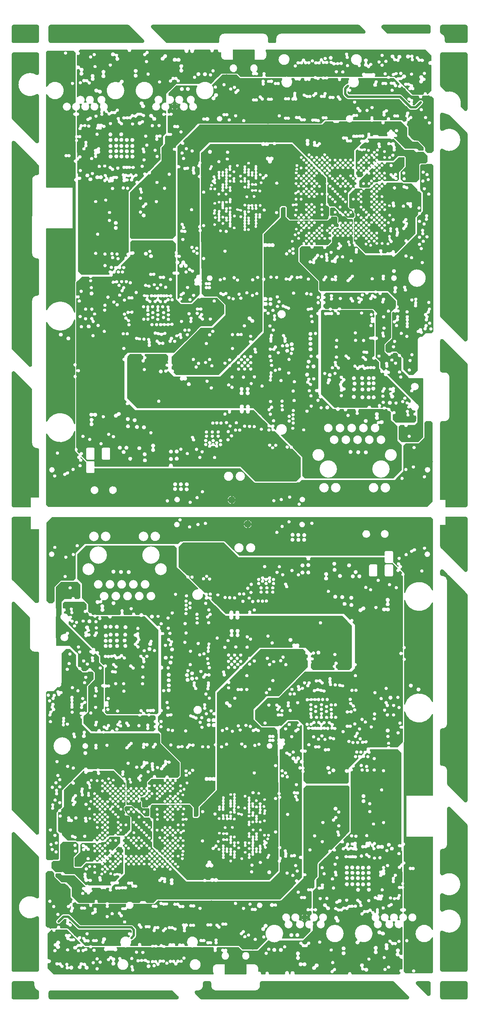
<source format=gbr>
*
%FSLAX45Y45*%
%MOMM*%
%ADD10C,3.332000*%
%ADD11C,0.502920*%
%ADD12C,0.500380*%
%ADD13C,0.639597*%
%ADD14C,0.538000*%
%ADD15C,1.300000*%
%ADD16C,0.640080*%
%ADD17C,1.300480*%
%ADD18C,1.554480*%
%ADD19C,3.332480*%
%ADD20C,0.411000*%
%ADD21C,0.665000*%
%ADD22C,0.120000*%
%IPPOS*%
%LNl7s_lev.gbr*%
%LPD*%
%SRX1Y1I0J0*%
G01*
G75*
G36*
X009248168Y006826607D02*
Y006560415D01*
G02X009228360Y006556036I-000010388J000000000D01*
G03X008640798Y006502831I-000284206J-000132350D01*
G02X008620379Y006505499I-000010035J000002669D01*
G01Y006826607D01*
X008887869D01*
X008887874D01*
G03X008887869Y006825971I000044266J-000000631D01*
G03X008976406Y006826607I000044271J000000000D01*
G01X008976410D01*
X009248168D01*
G37*
G36*
X008620379Y006825337D02*
Y006909893D01*
X008722769D01*
X008722774D01*
G03X008722769Y006909258I000044266J-000000631D01*
G03X008811306Y006909893I000044271J000000000D01*
G01X008811310D01*
X009248168D01*
Y006825337D01*
X008976410D01*
X008976406D01*
G03X008887869Y006825971I-000044266J000000635D01*
G03X008887874Y006825337I000044271J-000000004D01*
G01X008887869D01*
X008620379D01*
G37*
G36*
Y006908623D02*
Y007437147D01*
G02X008625440Y007442698I000006000J-000000388D01*
G03X008625440Y007515820I-000003181J000036561D01*
G02X008620379Y007521371I000000938J000005939D01*
G01Y007691435D01*
G02X008625151Y007696932I000006000J-000000389D01*
G01X008625450Y007696974D01*
G03X008625450Y007769544I-000005222J000036285D01*
G01X008625151Y007769587D01*
G02X008620379Y007775084I000001228J000005886D01*
G01Y008761884D01*
G02X008640805Y008764523I000010384J-000000001D01*
G03X009228367Y008711362I000303349J000079174D01*
G02X009248168Y008706969I000009413J-000004394D01*
G01Y006908623D01*
X008811310D01*
X008811306D01*
G03X008722769Y006909258I-000044266J000000635D01*
G03X008722774Y006908623I000044271J-000000004D01*
G01X008722769D01*
X008620379D01*
G37*
G36*
X009248168Y000717907D02*
Y000695481D01*
G02X009246685Y000691901I-000006000J000000388D01*
G01X009220832Y000666048D01*
G02X009217252Y000664565I-000003968J000004517D01*
G01X008656324D01*
G02X008652744Y000666048I000000388J000006000D01*
G01X008614191Y000704601D01*
G02X008612708Y000708181I000004517J000003968D01*
G01Y000717907D01*
X008791349D01*
X008791355D01*
G03X008791349Y000717271I000036645J-000000635D01*
G03X008864645Y000717907I000036651J000000000D01*
G01X008864650D01*
X009248168D01*
G37*
G36*
X008612708Y000716637D02*
Y001375767D01*
X008641489D01*
X008641494D01*
G03X008641489Y001375132I000036645J-000000635D01*
G03X008714785Y001375767I000036651J000000000D01*
G01X008714791D01*
X008945491D01*
G03X009228426Y001447310I000111514J000154229D01*
G02X009248168Y001442767I000009355J-000004513D01*
G01Y000716637D01*
X008864650D01*
X008864645D01*
G03X008791349Y000717271I-000036645J000000635D01*
G03X008791355Y000716637I000036651J000000000D01*
G01X008791349D01*
X008612708D01*
G37*
G36*
Y001374496D02*
Y001788822D01*
G02X008617148Y001794241I000006000J-000000387D01*
G01X008617466Y001794304D01*
G03X008687449Y001880642I-000017482J000085703D01*
G01X008687452D01*
X008712558D01*
X008712561D01*
G03X008712558Y001880007I000087448J-000000627D01*
G03X008887458Y001880642I000087451J000000000D01*
G01X008887460D01*
X009248168D01*
Y001617223D01*
G02X009228426Y001612681I-000010387J-000000029D01*
G03X008946892Y001374763I-000171420J-000082686D01*
G02X008946375Y001374496I-000000517J000000368D01*
G01X008714791D01*
X008714785D01*
G03X008641489Y001375132I-000036645J000000635D01*
G03X008641494Y001374496I000036651J000000000D01*
G01X008641489D01*
X008612708D01*
G37*
G36*
X008687449Y001879372D02*
G03X008617466Y001965710I-000087465J000000635D01*
G01X008617148Y001965774D01*
G02X008612708Y001971193I000001560J000005806D01*
G01Y001996315D01*
G02X008624045Y002006647I000010383J-000000007D01*
G03X008624029Y002079654I000003274J000036505D01*
G02X008612708Y002089988I-000000938J000010341D01*
G01Y002503017D01*
G02X008613964Y002506324I000006000J-000000388D01*
G03X008613964Y002555339I-000027290J000024508D01*
G02X008612708Y002558645I000004744J000003694D01*
G01Y002588872D01*
G02X008614093Y002592336I000006000J-000000389D01*
G03X008614093Y002636154I-000022745J000021909D01*
G02X008612708Y002639618I000004615J000003853D01*
G01Y002942946D01*
X008718327D01*
X008718332D01*
G03X008778717Y002914396I000036642J-000000635D01*
G02X008792178Y002914409I000006738J-000007924D01*
G03X008852583Y002942949I000023761J000027903D01*
G01X009248168D01*
Y001879372D01*
X008887460D01*
X008887458D01*
G03X008712558Y001880007I-000087448J000000635D01*
G03X008712561Y001879372I000087451J-000000008D01*
G01X008712558D01*
X008687452D01*
X008687449D01*
G37*
G36*
X008612708Y002941676D02*
Y003019053D01*
G02X008617674Y003024589I000006000J-000000388D01*
G01X008618017Y003024626D01*
G03X008618017Y003097486I-000004012J000036430D01*
G01X008617673Y003097524D01*
G02X008612708Y003103059I000001035J000005923D01*
G01Y003427460D01*
G02X008616700Y003432739I000006000J-000000388D01*
G01X008617032Y003432833D01*
G03X008617032Y003503349I-000010012J000035258D01*
G01X008616700Y003503443D01*
G02X008612708Y003508723I000002008J000005667D01*
G01Y005673058D01*
G02X008614199Y005676647I000006000J-000000388D01*
G01X008620379Y005682807D01*
Y006341873D01*
G02X008640805Y006344512I000010384J-000000001D01*
G03X009228367Y006291352I000303349J000079174D01*
G02X009248168Y006286958I000009413J-000004394D01*
G01Y004526355D01*
G02X009242555Y004520742I-000006000J000000388D01*
G01X008673722D01*
Y003634640D01*
X009242555D01*
G02X009248168Y003629028I-000000388J-000006000D01*
G01Y002941679D01*
X008852583D01*
G03X008815935Y002978962I-000036644J000000634D01*
G03X008792193Y002970227I-000000002J-000036626D01*
G02X008778732Y002970214I-000006738J000007924D01*
G03X008718332Y002941676I-000023758J-000027902D01*
G01X008718327D01*
X008612708D01*
G37*
G36*
X000860628Y009277300D02*
X001226797D01*
X001226803D01*
G03X001226797Y009276665I000036645J-000000635D01*
G03X001300093Y009277300I000036651J000000000D01*
G01X001300099D01*
X001493548D01*
Y009240041D01*
G02X001492065Y009236461I-000006000J000000388D01*
G01X001440812Y009185208D01*
G02X001437232Y009183725I-000003968J000004517D01*
G01X001167545D01*
X001165031Y009181236D01*
X001164628D01*
X001038837Y009055445D01*
Y009055042D01*
X001036348Y009052528D01*
Y008742201D01*
G02X001034865Y008738621I-000006000J000000388D01*
G01X000996312Y008700068D01*
G02X000992732Y008698585I-000003968J000004517D01*
G01X000906784D01*
G02X000903204Y008700068I000000388J000006000D01*
G01X000862111Y008741161D01*
G02X000860628Y008744741I000004517J000003968D01*
G01Y009277300D01*
G37*
G36*
Y009276030D02*
Y009696781D01*
X001242037D01*
X001242043D01*
G03X001242037Y009696146I000036645J-000000635D01*
G03X001315333Y009696781I000036651J000000000D01*
G01X001315339D01*
X001493548D01*
Y009276030D01*
X001300099D01*
X001300093D01*
G03X001226797Y009276665I-000036645J000000635D01*
G03X001226803Y009276030I000036651J000000000D01*
G01X001226797D01*
X000860628D01*
G37*
G36*
Y009695511D02*
Y009760306D01*
X000909260D01*
X000909263D01*
G03X000909260Y009759672I000061247J-000000631D01*
G03X001031567Y009754820I000061250J000000000D01*
G01X001404597D01*
X001404603D01*
G03X001404597Y009754185I000036645J-000000635D01*
G03X001477893Y009754820I000036651J000000000D01*
G01X001477899D01*
X001493548D01*
Y009695511D01*
X001315339D01*
X001315333D01*
G03X001242037Y009696146I-000036645J000000635D01*
G03X001242043Y009695511I000036651J000000000D01*
G01X001242037D01*
X000860628D01*
G37*
G36*
Y009759037D02*
Y009910573D01*
X001001550D01*
X001001555D01*
G03X001001550Y009909938I000036645J-000000635D01*
G03X001074846Y009910573I000036651J000000000D01*
G01X001074852D01*
X001511665D01*
G03X001561713Y009945320I000013403J000034112D01*
G01X001561719D01*
X001649109D01*
X001649744D01*
X001493548Y009789124D01*
Y009753550D01*
X001477899D01*
X001477893D01*
G03X001404920Y009759037I-000036645J000000635D01*
G01X001031760D01*
X001031757D01*
G03X000909260Y009759672I-000061247J000000635D01*
G03X000909263Y009759037I000061250J-000000004D01*
G01X000909260D01*
X000860628D01*
G37*
G36*
Y009909303D02*
Y010147631D01*
X001783286D01*
X001783288D01*
G03X001783286Y010146996I000103959J-000000645D01*
G03X001991205Y010147631I000103961J000000000D01*
G01X001991207D01*
X002038784D01*
X002038786D01*
G03X002038784Y010146996I000103959J-000000645D01*
G03X002246704Y010147631I000103961J000000000D01*
G01X002246706D01*
X002859789D01*
X002859791D01*
G03X002859789Y010146996I000103959J-000000645D01*
G03X003067708Y010147631I000103961J000000000D01*
G01X003067710D01*
X003114271D01*
X003114273D01*
G03X003114271Y010146996I000103959J-000000645D01*
G03X003293483Y010075267I000103961J000000000D01*
G01X006152289D01*
X006152293D01*
G03X006152289Y010074632I000044266J-000000631D01*
G03X006240790Y010072727I000044271J000000000D01*
G01X006281829D01*
X006281834D01*
G03X006281829Y010072092I000044266J-000000631D01*
G03X006370366Y010072727I000044271J000000000D01*
G01X006370371D01*
X006406289D01*
X006406294D01*
G03X006406289Y010072092I000044266J-000000631D01*
G03X006494826Y010072727I000044271J000000000D01*
G01X006494830D01*
X009248168D01*
Y009890710D01*
X009100439D01*
X009100433D01*
G03X009027728Y009897898I-000036645J000000635D01*
G01X005389905D01*
X005389903D01*
G03X005189604Y009898533I-000100149J000000635D01*
G03X005189606Y009897898I000100151J-000000002D01*
G01X005189604D01*
X005135905D01*
X005135903D01*
G03X004935604Y009898533I-000100149J000000635D01*
G03X004935606Y009897898I000100151J-000000002D01*
G01X004935604D01*
X004869193D01*
X004732467Y010034625D01*
X004719738D01*
G02X004716145Y010036118I000000387J000006000D01*
G01X004712526Y010039756D01*
X003816390D01*
X003812771Y010036118D01*
G02X003809178Y010034625I-000003979J000004507D01*
G01X003760889D01*
X003709032Y009982768D01*
G02X003705452Y009981285I-000003968J000004517D01*
G01X001685709D01*
X001648474Y009944050D01*
X001561719D01*
X001561713D01*
G03X001488417Y009944685I-000036645J000000635D01*
G03X001488423Y009944050I000036651J000000000D01*
G01X001488417D01*
X001051603D01*
G03X001001550Y009909938I-000013403J-000034112D01*
G03X001001555Y009909303I000036651J000000000D01*
G01X001001550D01*
X000860628D01*
G37*
G36*
Y010146361D02*
Y010405060D01*
X003627060D01*
X003627063D01*
G03X003627060Y010404425I000061247J-000000631D01*
G03X003719515Y010351720I000061250J000000000D01*
G01X003926817D01*
X003926823D01*
G03X003926817Y010351085I000036645J-000000635D01*
G03X004000113Y010351720I000036651J000000000D01*
G01X004000119D01*
X005162158D01*
G03X005298835Y010363379I000063690J000060325D01*
G01X005936999D01*
X005937004D01*
G03X005936999Y010362744I000036645J-000000635D01*
G03X006010295Y010363379I000036651J000000000D01*
G01X006010300D01*
X006360648D01*
G03X006467357Y010405060I000045461J000041047D01*
G01X006467360D01*
X006593320D01*
G03X006654413Y010433000I000024448J000027305D01*
G01X006654419D01*
X009248168D01*
Y010199346D01*
X008285010D01*
X008285008D01*
G03X008115010Y010199981I-000084998J000000635D01*
G03X008115012Y010199346I000085000J-000000016D01*
G01X008115010D01*
X007884985D01*
X007884983D01*
G03X007721899Y010233559I-000084998J000000635D01*
G01X005894908D01*
X005894903D01*
G03X005821606Y010234194I-000036645J000000635D01*
G03X005821612Y010233559I000036651J000000000D01*
G01X005821606D01*
X003275805D01*
G03X003114271Y010146996I-000057573J-000086563D01*
G03X003114273Y010146361I000103961J000000010D01*
G01X003114271D01*
X003067710D01*
X003067708D01*
G03X002859789Y010146996I-000103959J000000635D01*
G03X002859791Y010146361I000103961J000000010D01*
G01X002859789D01*
X002246706D01*
X002246704D01*
G03X002038784Y010146996I-000103959J000000635D01*
G03X002038786Y010146361I000103961J000000010D01*
G01X002038784D01*
X001991207D01*
X001991205D01*
G03X001783286Y010146996I-000103959J000000635D01*
G03X001783288Y010146361I000103961J000000010D01*
G01X001783286D01*
X000860628D01*
G37*
G36*
Y010403790D02*
Y010446129D01*
G02X000862111Y010449709I000006000J-000000388D01*
G01X000919061Y010506660D01*
X003719934D01*
X003719940D01*
G03X003719934Y010506025I000036645J-000000635D01*
G03X003793230Y010506660I000036651J000000000D01*
G01X003793236D01*
X009248168D01*
Y010431730D01*
X006654419D01*
X006654413D01*
G03X006581117Y010432365I-000036645J000000635D01*
G03X006581123Y010431730I000036651J000000000D01*
G01X006581117D01*
X006460937D01*
G03X006385801Y010462210I-000054827J-000027305D01*
G01X006159119D01*
X006159113D01*
G03X006085817Y010462845I-000036645J000000635D01*
G03X006085823Y010462210I000036651J000000000D01*
G01X006085817D01*
X005297813D01*
G03X005139577Y010427945I-000071965J-000050165D01*
G01X004344314D01*
X004344309D01*
G03X004271013Y010428581I-000036645J000000635D01*
G03X004271018Y010427945I000036651J000000000D01*
G01X004271013D01*
X004174524D01*
G03X004110154Y010403968I-000027719J-000023978D01*
G01X004110155Y010403790D01*
X004110149D01*
X003749560D01*
X003749556D01*
G03X003627060Y010404425I-000061247J000000635D01*
G03X003627063Y010403790I000061250J-000000004D01*
G01X003627060D01*
X000860628D01*
G37*
G36*
X000917791Y010505390D02*
X000974324Y010561922D01*
G02X000977904Y010563405I000003968J-000004517D01*
G01X009204552D01*
G02X009208132Y010561922I-000000388J-000006000D01*
G01X009246685Y010523369D01*
G02X009248168Y010519789I-000004517J-000003968D01*
G01Y010505390D01*
X003793236D01*
X003793230D01*
G03X003719934Y010506025I-000036645J000000635D01*
G03X003719940Y010505390I000036651J000000000D01*
G01X003719934D01*
X000918427D01*
X000917791D01*
G37*
G36*
X001404603Y009753550D02*
X001404597D01*
X001031523D01*
X001031505D01*
X001031453D01*
G03X001031757Y009760306I-000060943J000006122D01*
G01X001031760D01*
X001405010D01*
X001405112D01*
G03X001404597Y009754185I000036136J-000006121D01*
G03X001404603Y009753550I000036651J000000000D01*
G37*
G36*
X001488423Y009945320D02*
G03X001488417Y009944685I000036645J-000000635D01*
G03X001514014Y009909741I000036651J000000000D01*
G02X001513410Y009909303I-000000604J000000197D01*
G01X001074852D01*
X001074846D01*
G03X001049255Y009944882I-000036645J000000635D01*
G02X001049859Y009945320I000000604J-000000197D01*
G01X001488417D01*
X001488423D01*
G37*
G36*
X003274305Y010234538D02*
G02X003274839Y010234829I000000534J-000000344D01*
G01X005821606D01*
X005821612D01*
G03X005821606Y010234194I000036645J-000000635D01*
G03X005894903Y010234829I000036651J000000000D01*
G01X005894908D01*
X007722175D01*
X007722458D01*
G03X007714985Y010199981I000077528J-000034849D01*
G03X007714988Y010199346I000085000J-000000016D01*
G01X007714985D01*
X006488455D01*
G03X006408621Y010177730I-000035788J-000026060D01*
G01X006367399D01*
X006367394D01*
G03X006278898Y010180270I-000044266J000000635D01*
G01X006242939D01*
X006242934D01*
G03X006154397Y010180905I-000044266J000000635D01*
G03X006154402Y010180270I000044271J-000000004D01*
G01X006154397D01*
X003316724D01*
G03X003274305Y010234538I-000098492J-000033274D01*
G37*
G36*
X006152293Y010073997D02*
G01X006152289D01*
X003292881D01*
X003292864D01*
X003292252D01*
G03X003322191Y010147631I-000074020J000072999D01*
G01X003322193D01*
X006169466D01*
G03X006242898Y010179000I000029202J000033274D01*
G01X006278857D01*
X006278862D01*
G03X006278857Y010178365I000044266J-000000631D01*
G03X006367175Y010173920I000044271J000000000D01*
G01X006408397D01*
X006408402D01*
G03X006408397Y010173285I000044266J-000000631D01*
G03X006496934Y010173920I000044271J000000000D01*
G01X006496939D01*
X007719079D01*
G03X007884983Y010200615I000080906J000026060D01*
G01X007884985D01*
X008115010D01*
X008115012D01*
G03X008115010Y010199981I000084998J-000000619D01*
G03X008285008Y010200615I000085000J000000000D01*
G01X008285010D01*
X009248168D01*
Y010071457D01*
X006494830D01*
X006494826D01*
G03X006406289Y010072092I-000044266J000000635D01*
G03X006406294Y010071457I000044271J-000000004D01*
G01X006406289D01*
X006370371D01*
X006370366D01*
G03X006281870Y010073997I-000044266J000000635D01*
G01X006240831D01*
X006240826D01*
G03X006152289Y010074632I-000044266J000000635D01*
G03X006152293Y010073997I000044271J-000000004D01*
G37*
G36*
X006170980Y010146361D02*
G01X006170206D01*
X003322193D01*
X003322191D01*
G03X003316286Y010181540I-000103959J000000635D01*
G01X003316507D01*
X006154397D01*
X006154402D01*
G03X006154397Y010180905I000044266J-000000631D01*
G03X006170980Y010146361I000044271J000000000D01*
G37*
G36*
X003926823Y010350450D02*
G01X003926817D01*
X003718416D01*
G02X003717862Y010350776I000000000J000000635D01*
G03X003749560Y010404603I-000029552J000053649D01*
G01X003749563D01*
X004110154D01*
X004110160D01*
G03X004110154Y010403968I000036645J-000000635D01*
G03X004183450Y010404603I000036651J000000000D01*
G01X004183456D01*
X004279945D01*
G03X004340686Y010412680I000027719J000023978D01*
G01X005138124D01*
X005138126D01*
G03X005138124Y010412045I000087722J-000000628D01*
G03X005163385Y010350450I000087724J000000000D01*
G01X005162775D01*
X005162756D01*
X004000119D01*
X004000113D01*
G03X003926817Y010351085I-000036645J000000635D01*
G03X003926823Y010350450I000036651J000000000D01*
G37*
G36*
X004110160Y010403333D02*
G01X004110155D01*
X004110154D01*
X003749563D01*
X003749553D01*
X003749550D01*
G03X003749556Y010405060I-000061240J000001094D01*
G01X003749560D01*
X004110150D01*
X004110165D01*
X004110171D01*
G03X004110154Y010403968I000036635J-000001091D01*
G03X004110160Y010403333I000036651J000000000D01*
G37*
G36*
X004173373Y010429216D02*
G01X004173955D01*
X004173969D01*
X004271013D01*
X004271018D01*
G03X004271013Y010428581I000036645J-000000635D01*
G03X004281096Y010403333I000036651J000000000D01*
G01X004280514D01*
X004280500D01*
X004183456D01*
X004183450D01*
G03X004173373Y010429216I-000036645J000000635D01*
G37*
G36*
X005138126Y010411410D02*
G01X005138124D01*
X004340380D01*
X004340364D01*
X004340043D01*
G03X004344309Y010429216I-000032380J000017171D01*
G01X004344314D01*
X005139696D01*
X005139821D01*
G03X005138124Y010412045I000086027J-000017170D01*
G03X005138126Y010411410I000087724J-000000007D01*
G37*
G36*
X004867924Y009899168D02*
G01X004868559D01*
X004935604D01*
X004935606D01*
G03X004935604Y009898533I000100149J-000000633D01*
G03X005135903Y009899168I000100151J000000000D01*
G01X005135905D01*
X005189604D01*
X005189606D01*
G03X005189604Y009898533I000100149J-000000633D01*
G03X005389903Y009899168I000100151J000000000D01*
G01X005389905D01*
X009027839D01*
X009027859D01*
X009027982D01*
G03X009027137Y009891345I000035806J-000007824D01*
G03X009027143Y009890710I000036651J000000000D01*
G01X009027137D01*
X008856462D01*
G03X008845348Y009892436I-000011113J-000034919D01*
G03X008810360Y009866729I000000006J-000036672D01*
G02X008796792Y009860070I-000009927J000003073D01*
G03X008747302Y009825116I-000012850J-000034319D01*
G01X008747296D01*
X008369629D01*
G03X008356042Y009829342I-000013587J-000019724D01*
G01X008223962D01*
G03X008200011Y009805391I-000000000J-000023951D01*
G01Y009730358D01*
G02X008194399Y009724745I-000006000J000000388D01*
G01X005044444D01*
G02X005040864Y009726228I000000388J000006000D01*
G01X004867924Y009899168D01*
G37*
G36*
X005296911Y010463480D02*
X005297357D01*
X005297375D01*
X006085817D01*
X006085823D01*
G03X006085817Y010462845I000036645J-000000635D01*
G03X006159113Y010463480I000036651J000000000D01*
G01X006159119D01*
X006387697D01*
G02X006388314Y010463033I000000010J-000000635D01*
G03X006345259Y010411410I000017796J-000058608D01*
G01X005313572D01*
X005313570D01*
G03X005296911Y010463480I-000087722J000000635D01*
G37*
G36*
X005937004Y010362108D02*
G01X005936999D01*
X005298418D01*
X005298397D01*
X005297972D01*
G03X005313294Y010405060I-000072124J000049937D01*
G01X006344860D01*
X006344863D01*
G03X006344860Y010404425I000061247J-000000631D01*
G03X006361828Y010362108I000061250J000000000D01*
G01X006361238D01*
X006361221D01*
X006010300D01*
X006010295D01*
G03X005936999Y010362744I-000036645J000000635D01*
G03X005937004Y010362108I000036651J000000000D01*
G37*
G36*
X005313183Y010403790D02*
G03X005313570Y010412680I-000087335J000008255D01*
G01X005313572D01*
X006345336D01*
X006345419D01*
G03X006344860Y010404425I000060691J-000008255D01*
G03X006344863Y010403790I000061250J-000000004D01*
G01X006344860D01*
X005313240D01*
X005313183D01*
G37*
G36*
X006281834Y010071457D02*
X006281829D01*
X006240765D01*
X006240750D01*
X006240716D01*
G03X006240826Y010075267I-000044157J000003176D01*
G01X006240831D01*
X006281894D01*
X006281910D01*
X006281943D01*
G03X006281829Y010072092I000044157J-000003175D01*
G03X006281834Y010071457I000044271J-000000004D01*
G37*
G36*
X006278862Y010177730D02*
G01X006278857D01*
X006242874D01*
X006242858D01*
X006242825D01*
G03X006242934Y010181540I-000044157J000003176D01*
G01X006242939D01*
X006278922D01*
X006278938D01*
X006278971D01*
G03X006278857Y010178365I000044157J-000003175D01*
G03X006278862Y010177730I000044271J-000000004D01*
G37*
G36*
X006367028Y010172650D02*
G03X006367394Y010179000I-000043900J000005716D01*
G01X006367399D01*
X006408690D01*
X006408768D01*
G03X006408397Y010173285I000043900J-000005715D01*
G03X006408402Y010172650I000044271J-000000004D01*
G01X006408397D01*
X006367106D01*
X006367028D01*
G37*
G36*
X006594817Y010403790D02*
X006594048D01*
X006467360D01*
X006467357D01*
G03X006460286Y010433000I-000061247J000000635D01*
G01X006460616D01*
X006581117D01*
X006581123D01*
G03X006581117Y010432365I000036645J-000000635D01*
G03X006594817Y010403790I000036651J000000000D01*
G37*
G36*
X006487495Y010200615D02*
G01X006487982D01*
X006487987D01*
X007714985D01*
X007714988D01*
G03X007714985Y010199981I000084998J-000000619D01*
G03X007719499Y010172650I000085000J000000000D01*
G01X007719286D01*
X006496939D01*
X006496934D01*
G03X006487495Y010200615I-000044266J000000635D01*
G37*
G36*
X008379979Y009749181D02*
G01X008379993Y009805391D01*
G03X008368114Y009826078I-000023951J000000000D01*
G02X008368658Y009826386I000000544J-000000327D01*
G01X008747296D01*
X008747302D01*
G03X008818919Y009814818I000036640J-000000635D01*
G02X008832461Y009821487I000009927J-000003073D01*
G03X008881988Y009856426I000012888J000034304D01*
G01X008881993D01*
X009052655D01*
G03X009100433Y009891980I000011133J000034919D01*
G01X009100439D01*
X009248168D01*
Y009759037D01*
X009185160D01*
X009185157D01*
G03X009062660Y009759672I-000061247J000000635D01*
G03X009062663Y009759037I000061250J-000000004D01*
G01X009062660D01*
X008699794D01*
G03X008627672Y009749816I-000035472J-000009220D01*
G03X008627677Y009749181I000036651J000000000D01*
G01X008627672D01*
X008379979D01*
G37*
G36*
X008379959Y009671000D02*
X008475907D01*
X008475912D01*
G03X008475907Y009670365I000036645J-000000635D01*
G03X008549203Y009671000I000036651J000000000D01*
G01X008549208D01*
X009248168D01*
Y009395410D01*
X009040952D01*
X009040947D01*
G03X008967651Y009396045I-000036645J000000635D01*
G03X008967656Y009395410I000036651J000000000D01*
G01X008967651D01*
X008577580D01*
X008539460Y009433518D01*
G02X008545452Y009451154I000007363J000007334D01*
G03X008543184Y009524038I-000004909J000036325D01*
G02X008534216Y009538076I000000744J000010358D01*
G03X008497272Y009514432I-000034295J000012900D01*
G02X008506239Y009500393I-000000744J-000010359D01*
G03X008504214Y009492363I000034311J-000012925D01*
G02X008486581Y009486397I-000010298J000001396D01*
G01X008381423Y009591580D01*
G02X008379939Y009595165I000004517J000003969D01*
G01X008379959Y009671000D01*
G37*
G36*
X008379958Y009669730D02*
X008379979Y009750451D01*
X008627672D01*
X008627677D01*
G03X008627672Y009749816I000036645J-000000635D01*
G03X008700967Y009750451I000036651J000000000D01*
G01X008700973D01*
X009063358D01*
G03X009185157Y009760306I000060552J000009220D01*
G01X009185160D01*
X009248168D01*
Y009669730D01*
X008549208D01*
X008549203D01*
G03X008475907Y009670365I-000036645J000000635D01*
G03X008475912Y009669730I000036651J000000000D01*
G01X008475907D01*
X008379958D01*
G37*
G36*
X009248168Y009396680D02*
Y008980425D01*
G02X009228360Y008976046I-000010388J000000000D01*
G03X008640798Y008922842I-000284206J-000132350D01*
G02X008620379Y008925510I-000010035J000002669D01*
G01Y009294478D01*
G02X008621755Y009297932I000006000J-000000389D01*
G03X008621755Y009341656I-000022787J000021862D01*
G02X008620379Y009345111I000004624J000003843D01*
G01Y009352624D01*
X008576309Y009396680D01*
X008576944D01*
X008967651D01*
X008967656D01*
G03X008967651Y009396045I000036645J-000000635D01*
G03X009040947Y009396680I000036651J000000000D01*
G01X009040952D01*
X009248168D01*
G37*
G36*
X009063565Y009749181D02*
X009063465D01*
X009063451D01*
X008700973D01*
X008700967D01*
G03X008699440Y009760306I-000036645J000000635D01*
G01X008699623D01*
X009062660D01*
X009062663D01*
G03X009062660Y009759672I000061247J-000000631D01*
G03X009063565Y009749181I000061250J000000000D01*
G37*
G36*
X009027143Y009891980D02*
G03X009027137Y009891345I000036645J-000000635D01*
G03X009055506Y009855642I000036651J000000000D01*
G02X009054884Y009855156I-000000617J000000149D01*
G01X008881993D01*
X008881988D01*
G03X008853605Y009891493I-000036639J000000635D01*
G02X008854223Y009891980I000000617J-000000149D01*
G01X009027137D01*
X009027143D01*
G37*
G36*
X000840308Y001944320D02*
X001069317D01*
X001069323D01*
G03X001069317Y001943685I000036645J-000000635D01*
G03X001142613Y001944320I000036651J000000000D01*
G01X001142619D01*
X001209366D01*
G02X001209956Y001943920I000000000J-000000635D01*
G03X001193034Y001932846I000017989J-000045953D01*
G01X001081671Y001821484D01*
G03X001151439Y001751731I000034894J-000034866D01*
G01X001246866Y001847132D01*
G02X001250446Y001848614I000003967J-000004518D01*
G01X001285089D01*
G02X001293311Y001831896I-000000004J-000010383D01*
G03X001292592Y001788029I000028989J-000022414D01*
G02X001291449Y001774569I-000008443J-000006062D01*
G03X001325393Y001712788I000025763J-000026061D01*
G02X001337742Y001705397I000002325J-000010128D01*
G03X001364926Y001750783I000035361J000009655D01*
G02X001352578Y001758172I-000002324J000010128D01*
G03X001346928Y001769952I-000035337J-000009704D01*
G02X001348069Y001783412I000008442J000006063D01*
G03X001353789Y001790701I-000025740J000026089D01*
G02X001370035Y001792738I000008919J-000005335D01*
G01X001533368Y001629404D01*
G03X001568249Y001614934I000034911J000034879D01*
G01X002678555D01*
G02X002682136Y001613452I-000000388J-000006000D01*
G01X002706135Y001589453D01*
G02X002707617Y001585872I-000004517J-000003968D01*
G01Y001553896D01*
G02X002689109Y001547439I-000010382J000000004D01*
G03X002623810Y001524356I-000028653J-000022846D01*
G01X002623805D01*
X001775511D01*
X001775505D01*
G03X001702209Y001524991I-000036645J000000635D01*
G03X001702214Y001524356I000036651J000000000D01*
G01X001702209D01*
X001439355D01*
X001328867Y001634845D01*
X001318675D01*
G02X001315086Y001636335I000000388J000006000D01*
G01X001308926Y001642516D01*
X001165247D01*
G02X001155542Y001656533I000000031J000010389D01*
G03X001086876Y001656528I-000034334J000012825D01*
G02X001077169Y001642516I-000009738J-000003622D01*
G01X000961430D01*
X000955270Y001636335D01*
G02X000951681Y001634845I-000003977J000004510D01*
G01X000941035D01*
G02X000936383Y001637566I000000388J000006000D01*
G03X000885354Y001658552I-000038698J-000021565D01*
G01X000884998Y001658448D01*
G02X000879730Y001659801I-000001300J000005870D01*
G01X000841791Y001697741D01*
G02X000840308Y001701321I000004517J000003968D01*
G01Y001944320D01*
G37*
G36*
Y001943050D02*
Y002117040D01*
X000977877D01*
X000977883D01*
G03X000977877Y002116405I000036645J-000000635D01*
G03X001051173Y002117040I000036651J000000000D01*
G01X001051179D01*
X001297892D01*
X001297893D01*
X001297898D01*
G03X001371171Y002114516I000036658J-000000644D01*
G02X001384087Y002124031I000010365J-000000546D01*
G03X001388132Y002123251I000008948J000035555D01*
G02X001394113Y002105630I-000001370J-000010291D01*
G03X001386662Y002064895I000026025J-000025809D01*
G02X001382337Y002051644I-000009495J-000004232D01*
G03X001434087Y002034794I000018277J-000031760D01*
G02X001438393Y002048034I000009495J000004232D01*
G03X001456745Y002081886I-000018231J000031783D01*
G01X001456775D01*
X001586261D01*
X001586266D01*
G03X001646651Y002053336I000036642J-000000635D01*
G02X001660112Y002053349I000006738J-000007924D01*
G03X001720517Y002081889I000023761J000027903D01*
G01X001884944D01*
X001885377D01*
G03X001887525Y002037189I000030064J-000020957D01*
G02X001887525Y002023713I-000007924J-000006738D01*
G03X001880839Y002012074I000027893J-000023762D01*
G02X001869230Y002005276I-000009796J000003418D01*
G03X001826169Y001968554I-000006413J-000036088D01*
G01X001826164D01*
X001132891D01*
G03X001069317Y001943685I-000026923J-000024869D01*
G03X001069323Y001943050I000036651J000000000D01*
G01X001069317D01*
X000840308D01*
G37*
G36*
Y002115770D02*
Y002231340D01*
X000894057D01*
X000894063D01*
G03X000894057Y002230705I000036645J-000000635D01*
G03X000967353Y002231340I000036651J000000000D01*
G01X000967359D01*
X001404688D01*
X001404699D01*
X001404743D01*
G03X001408876Y002210995I000036530J-000003171D01*
G02X001398212Y002195870I-000009181J-000004849D01*
G03X001356385Y002161475I-000005197J-000036310D01*
G02X001343461Y002151961I-000010365J000000546D01*
G03X001297898Y002115770I-000008905J-000035565D01*
G01X001297893D01*
X001297892D01*
X001051179D01*
X001051173D01*
G03X000977877Y002116405I-000036645J000000635D01*
G03X000977883Y002115770I000036651J000000000D01*
G01X000977877D01*
X000840308D01*
G37*
G36*
Y002230070D02*
Y002841369D01*
G02X000841791Y002844949I000006000J-000000388D01*
G01X000882884Y002886042D01*
G02X000886464Y002887525I000003968J-000004517D01*
G01X000972412D01*
G02X000975992Y002886042I-000000388J-000006000D01*
G01X001024705Y002837329D01*
G02X001026188Y002833749I-000004517J-000003968D01*
G01Y002774884D01*
X001029743Y002771312D01*
G02X001031217Y002767740I-000004525J-000003959D01*
G01Y002756725D01*
X001169708Y002618234D01*
X001180731D01*
G02X001184289Y002616771I-000000388J-000006000D01*
G01X001185325Y002615745D01*
X001256892D01*
G02X001260472Y002614262I-000000388J-000006000D01*
G01X001382845Y002491889D01*
G02X001384328Y002488309I-000004517J-000003968D01*
G01Y002315146D01*
X001423930Y002275544D01*
G02X001422020Y002259375I-000007371J-000007327D01*
G03X001404655Y002230070I000019253J-000031206D01*
G01X000967359D01*
X000967353D01*
G03X000894057Y002230705I-000036645J000000635D01*
G03X000894063Y002230070I000036651J000000000D01*
G01X000894057D01*
X000840308D01*
G37*
G36*
X001207874Y001943050D02*
X001142619D01*
X001142613D01*
G03X001131660Y001969824I-000036645J000000635D01*
G01X001132290D01*
X001826164D01*
X001826169D01*
G03X001897407Y001957065I000036648J-000000635D01*
G02X001899704Y001960830I000009802J-000003399D01*
G01X002246785D01*
X002246791D01*
G03X002246785Y001960195I000036645J-000000635D01*
G03X002320081Y001960830I000036651J000000000D01*
G01X002320086D01*
X002405790D01*
G03X002437490Y001934207I000035306J000009854D01*
G02X002446739Y001922156I-000000991J-000010336D01*
G03X002451206Y001897737I000036160J-000006003D01*
G01X002450846D01*
X002212390D01*
X002212385D01*
G03X002139089Y001898372I-000036645J000000635D01*
G03X002139095Y001897737I000036651J000000000D01*
G01X002139089D01*
X001404561D01*
X001369448Y001932846D01*
G03X001334567Y001947316I-000034911J-000034879D01*
G01X001227914D01*
G03X001207874Y001943050I000000030J-000049348D01*
G37*
G36*
X001403291Y001899006D02*
G01X001403926D01*
X002139089D01*
X002139095D01*
G03X002139089Y001898372I000036645J-000000635D01*
G03X002212385Y001899006I000036651J000000000D01*
G01X002212390D01*
X002450502D01*
G03X002491981Y001880640I000032398J000017146D01*
G01X005973371D01*
X005973374D01*
G03X006034277Y001796677I000087454J-000000635D01*
G02X006039684Y001780896I-000003146J-000009894D01*
G01X002590419D01*
X002590413D01*
G03X002517117Y001781531I-000036645J000000635D01*
G03X002517123Y001780896I000036651J000000000D01*
G01X002517117D01*
X001521414D01*
X001403291Y001899006D01*
G37*
G36*
X002715936Y002078940D02*
X004152877D01*
X004152883D01*
G03X004152877Y002078305I000036645J-000000635D01*
G03X004226179Y002078203I000036651J000000000D01*
G01X005099332D01*
X005099337D01*
G03X005099332Y002077569I000036645J-000000635D01*
G03X005164610Y002054683I000036651J000000000D01*
G01X005290597D01*
X005290602D01*
G03X005350987Y002026133I000036642J-000000635D01*
G02X005364447Y002026146I000006738J-000007924D01*
G03X005424853Y002054686I000023762J000027903D01*
G01X006501235D01*
X006501389D01*
G03X006568031Y002026317I000035532J-000008990D01*
G02X006585144Y002027072I000008815J-000005492D01*
G03X006606922Y002013302I000029228J000022120D01*
G01X006607255Y002013232D01*
G02X006611648Y002007828I-000001607J-000005794D01*
G01Y001955045D01*
G02X006609494Y001950811I-000006000J000000388D01*
G03X006573358Y001879372I000051323J-000070819D01*
G01X006573356D01*
X006535845D01*
X006535843D01*
G03X006385798Y001880007I-000075021J000000635D01*
G03X006385800Y001879372I000075024J000000007D01*
G01X006385798D01*
X006348259D01*
X006348257D01*
G03X006173384Y001879355I-000087437J000000618D01*
G01X006173381D01*
X006148284D01*
X006148281D01*
G03X005980906Y001915518I-000087454J000000650D01*
G01X002519555D01*
X002519549D01*
G03X002486506Y001952630I-000036649J000000635D01*
G02X002477255Y001964673I000000991J000010336D01*
G03X002418222Y001999327I-000036159J000006011D01*
G01X001952095D01*
X001952089D01*
G03X001943356Y002023713I-000036642J000000635D01*
G02X001943343Y002037174I000007924J000006738D01*
G03X001884531Y002080619I-000027902J000023758D01*
G01X001720517D01*
G03X001683869Y002117902I-000036644J000000634D01*
G03X001660127Y002109167I-000000002J-000036626D01*
G02X001646666Y002109154I-000006738J000007924D01*
G03X001586266Y002080616I-000023758J-000027902D01*
G01X001586261D01*
X001456794D01*
G03X001424997Y002116137I-000036632J-000000799D01*
G02X001419016Y002133759I000001370J000010291D01*
G03X001425360Y002176755I-000026026J000025806D01*
G02X001436024Y002191880I000009181J000004849D01*
G03X001441250Y002191514I000005167J000036285D01*
G03X001472469Y002208955I-000000007J000036673D01*
G02X001488627Y002210847I000008832J-000005479D01*
G01X001525689Y002173785D01*
X001545907D01*
X001545932Y002173734D01*
X001778205D01*
G02X001787170Y002158115I-000000004J-000010384D01*
G03X001850407Y002158134I000031624J-000018519D01*
G02X001859382Y002173734I000008979J000005217D01*
G01X002137219D01*
G02X002142565Y002169546I-000000388J-000006000D01*
G01X002142654Y002169182D01*
G03X002150365Y002154029I000035626J000008590D01*
G02X002150365Y002140553I-000007925J-000006737D01*
G03X002206182Y002140569I000027915J-000023743D01*
G02X002206201Y002154036I000007937J000006723D01*
G03X002213906Y002169182I-000027921J000023736D01*
G01X002213995Y002169546D01*
G02X002219341Y002173734I000005733J-000001812D01*
G01X002577289D01*
G02X002586318Y002168470I-000000006J-000010384D01*
G02X002586847Y002164476I-000005351J-000002742D01*
G03X002583745Y002142237I000078147J-000022239D01*
G03X002588118Y002115940I000081250J-000000000D01*
G01X002588145Y002115834D01*
G02X002587803Y002111928I-000005833J-000001458D01*
G02X002576712Y002106319I-000009302J000004623D01*
G03X002546749Y002098105I-000006208J-000036110D01*
G02X002533288Y002098118I-000006723J000007937D01*
G03X002533304Y002042300I-000023743J-000027915D01*
G02X002546765Y002042287I000006723J-000007937D01*
G03X002606988Y002066649I000023754J000027896D01*
G02X002615342Y002075826I000010335J-000001016D01*
G02X002619280Y002075067I000000897J-000005945D01*
G03X002715936Y002078940I000045714J000067170D01*
G37*
G36*
X001438085Y001525626D02*
G01X001438720D01*
X001702209D01*
X001702214D01*
G03X001702209Y001524991I000036645J-000000635D01*
G03X001775505Y001525626I000036651J000000000D01*
G01X001775511D01*
X002623805D01*
X002623819D01*
X002623824D01*
G03X002662961Y001488032I000036632J-000001034D01*
G02X002671006Y001470309I000000713J-000010364D01*
G01X002663667Y001462945D01*
G03X002654891Y001451038I000034872J-000034891D01*
G02X002640080Y001447148I-000009189J000004843D01*
G03X002473808Y001408287I-000064284J-000100093D01*
G01X002152539D01*
X002152535D01*
G03X002069608Y001387368I-000044262J000000635D01*
G02X002067403Y001374499I-000009057J-000005071D01*
G01X001976168D01*
G03X001939520Y001411782I-000036644J000000634D01*
G03X001915778Y001403047I-000000002J-000036626D01*
G02X001902317Y001403034I-000006738J000007924D01*
G03X001841917Y001374496I-000023758J-000027902D01*
G01X001841912D01*
X001795804D01*
G03X001735438Y001401091I-000036623J-000001320D01*
G02X001721979Y001401077I-000006738J000007924D01*
G03X001708646Y001408311I-000023767J-000027897D01*
G02X001701361Y001419970I000002957J000009953D01*
G03X001628556Y001425377I-000036155J000006042D01*
G01X001628550D01*
X001612393D01*
X001612106D01*
G03X001542431Y001445043I-000033271J000015384D01*
G02X001524777Y001438935I-000010310J000001231D01*
G01X001438085Y001525626D01*
G37*
G36*
X001520145Y001782167D02*
X001520780D01*
X002517117D01*
X002517123D01*
G03X002517117Y001781531I000036645J-000000635D01*
G03X002590413Y001782167I000036651J000000000D01*
G01X002590419D01*
X006040085D01*
X006040090D01*
X006040431D01*
G02X006039591Y001780763I-000009300J000004615D01*
G03X006023358Y001729995I000071217J-000050750D01*
G03X006198261Y001730634I000087452J000000004D01*
G01X006198263D01*
X006273371D01*
X006273373D01*
G03X006273371Y001729995I000087424J-000000627D01*
G03X006448246Y001730644I000087439J000000015D01*
G01X006448248D01*
X006473397D01*
X006473399D01*
G03X006578816Y001644420I000087449J-000000638D01*
G02X006591328Y001634266I000002115J-000010179D01*
G01Y001584888D01*
G02X006589845Y001581307I-000006000J000000388D01*
G01X006504954Y001496417D01*
X006347511D01*
X006347506D01*
G03X006258969Y001497052I-000044266J000000635D01*
G03X006258974Y001496417I000044271J-000000004D01*
G01X006258969D01*
X006217971D01*
X006217966D01*
G03X006129429Y001497052I-000044266J000000635D01*
G03X006129434Y001496417I000044271J-000000004D01*
G01X006129429D01*
X005991282D01*
X005991265D01*
X005991161D01*
G03X005711568Y001696478I-000187370J000033545D01*
G01X005659748D01*
X005659743D01*
G03X005590794Y001733858I-000044263J000000635D01*
G01X004784672D01*
G03X004748023Y001771141I-000036644J000000634D01*
G03X004724281Y001762406I-000000002J-000036626D01*
G02X004710821Y001762393I-000006738J000007924D01*
G03X004650421Y001733856I-000023758J-000027902D01*
G01X004650415D01*
X004588399D01*
G03X004522023Y001717399I-000030014J-000021029D01*
G01X004460288D01*
G03X004423640Y001754682I-000036644J000000634D01*
G03X004399898Y001745947I-000000002J-000036626D01*
G02X004386437Y001745934I-000006738J000007924D01*
G03X004326037Y001717396I-000023758J-000027902D01*
G01X004326032D01*
X004085260D01*
G03X004049473Y001746123I-000035783J-000007924D01*
G03X004025731Y001737387I-000000002J-000036626D01*
G02X004012269Y001737374I-000006738J000007924D01*
G03X003952050Y001713153I-000023758J-000027902D01*
G01X003929421D01*
X003929415D01*
G03X003869012Y001741705I-000036649J000000635D01*
G02X003855552Y001741692I-000006738J000007924D01*
G03X003795150Y001713148I-000023756J-000027909D01*
G01X003795145D01*
X003097354D01*
G03X003085085Y001715261I-000012264J-000034537D01*
G03X003061343Y001706526I-000000002J-000036626D01*
G02X003047882Y001706513I-000006738J000007924D01*
G03X002987483Y001677975I-000023758J-000027902D01*
G01X002987477D01*
X002943736D01*
G03X002917741Y001704315I-000035534J-000009072D01*
G02X002910085Y001715388I000002676J000010034D01*
G03X002836978Y001718478I-000036461J000003725D01*
G01X002836973D01*
X001583840D01*
X001520145Y001782167D01*
G37*
G36*
X002474581Y001409558D02*
G03X002479018Y001277882I000101215J-000062502D01*
G02X002470558Y001261465I-000008461J-000006028D01*
G01X001853835D01*
G02X001849254Y001264080I000000388J000006000D01*
G03X001785946Y001264080I-000031654J-000018488D01*
G02X001781365Y001261465I-000004969J000003385D01*
G01X001704344D01*
G02X001700764Y001262948I000000388J000006000D01*
G01X001577010Y001386702D01*
G02X001583134Y001404358I000007339J000007345D01*
G03X001612665Y001426647I-000004299J000036403D01*
G01X001628550D01*
X001628556D01*
G03X001654765Y001390874I000036651J-000000635D01*
G02X001662057Y001379206I-000002949J-000009955D01*
G03X001721962Y001345260I000036150J-000006035D01*
G02X001735423Y001345273I000006738J-000007924D01*
G03X001795822Y001373811I000023758J000027902D01*
G01X001795828D01*
X001841936D01*
G03X001902302Y001347216I000036623J000001320D01*
G02X001915763Y001347229I000006738J-000007924D01*
G03X001955886Y001342338I000023761J000027903D01*
G01X002047650D01*
X002047655D01*
G03X002120950Y001341704I000036645J-000000635D01*
G03X002118657Y001354492I-000036651J000000026D01*
G02X002124565Y001367763I000009735J000003617D01*
G03X002152535Y001409558I-000016292J000041160D01*
G01X002152539D01*
X002474192D01*
X002474581D01*
G37*
G36*
X002806319Y001595480D02*
Y001608404D01*
G03X002791849Y001643285I-000049349J-000000030D01*
G01X002735968Y001699166D01*
G03X002701087Y001713636I-000034911J-000034879D01*
G01X001590781D01*
G02X001587201Y001715118I000000388J000006000D01*
G01X001582571Y001719748D01*
X001583205D01*
X002836973D01*
X002836978D01*
G03X002864114Y001683717I000036646J-000000635D01*
G02X002871770Y001672644I-000002676J-000010034D01*
G03X002944876Y001668908I000036458J-000003736D01*
G03X002944870Y001669542I-000036673J000000000D01*
G01X002944876D01*
X002988617D01*
G03X003047867Y001650695I000035507J000009068D01*
G02X003061328Y001650708I000006738J-000007924D01*
G03X003121734Y001679248I000023761J000027903D01*
G01X003181664D01*
X003181687D01*
X003182119D01*
G03X003179358Y001641221I000029833J-000021279D01*
G02X003175462Y001627577I-000009232J-000004742D01*
G03X003157622Y001595480I000018811J-000031462D01*
G01X003157616D01*
X002806319D01*
G37*
G36*
X001842003Y001372541D02*
X001841964D01*
X001795828D01*
X001795822D01*
G03X001795736Y001375766I-000036642J000000634D01*
G01X001795775D01*
X001841912D01*
X001841917D01*
G03X001842003Y001372541I000036642J-000000634D01*
G37*
G36*
X001898671Y001959560D02*
G02X001909023Y001963882I000008538J-000005893D01*
G03X001952089Y002000597I000006425J000036080D01*
G01X001952095D01*
X002419039D01*
G02X002419551Y002000339I000000001J-000000635D01*
G03X002404446Y001970049I000021545J-000029655D01*
G01X002404441D01*
X002318737D01*
G03X002246785Y001960195I-000035301J-000009854D01*
G03X002246791Y001959560I000036651J000000000D01*
G01X002246785D01*
X001899146D01*
X001898671D01*
G37*
G36*
X002047655Y001341068D02*
X002047650D01*
X001954542D01*
G02X001953956Y001341444I-000000006J000000635D01*
G03X001976168Y001375769I-000014432J000033689D01*
G01X002068064D01*
X002068622D01*
G02X002065800Y001373341I-000008070J000006528D01*
G03X002047655Y001341068I000018500J-000031638D01*
G37*
G36*
X002318357Y001971319D02*
G01X002318545D01*
X002318563D01*
X002404441D01*
X002404446D01*
G03X002406170Y001959560I000036650J-000000635D01*
G01X002405983D01*
X002405965D01*
X002320086D01*
X002320081D01*
G03X002318357Y001971319I-000036645J000000635D01*
G37*
G36*
X005973374Y001879371D02*
G01X005973371D01*
X002488987D01*
G02X002488353Y001879906I-000000006J000000635D01*
G03X002519549Y001916788I-000005454J000036247D01*
G01X002519555D01*
X005981184D01*
X005981198D01*
X005981482D01*
G03X005973374Y001879371I000079345J-000036782D01*
G37*
G36*
X002806319Y001527478D02*
G01X005050592D01*
X005050596D01*
G03X005087240Y001490195I000036643J-000000635D01*
G03X005123768Y001523910I-000000003J000036648D01*
G02X005133298Y001533446I000010360J-000000823D01*
G03X005167014Y001570612I-000002926J000036531D01*
G01X005167020D01*
X005617696D01*
X005617833D01*
G03X005616421Y001496417I000185958J-000040650D01*
G01X005616317D01*
X005616300D01*
X005280710D01*
X005280705D01*
G03X005207409Y001497052I-000036645J000000635D01*
G03X005207415Y001496417I000036651J000000000D01*
G01X005207409D01*
X005172093D01*
G03X005125697Y001461085I-000009745J-000035332D01*
G03X005125703Y001460450I000036651J000000000D01*
G01X005125697D01*
X004061655D01*
G03X003929003Y001277882I-000035881J-000113406D01*
G02X003920542Y001261465I-000008461J-000006028D01*
G01X003867020D01*
G02X003856721Y001273022I000000027J000010392D01*
G03X003796533Y001304992I-000036456J000004007D01*
G02X003781954Y001306120I-000006722J000007909D01*
G03X003718475Y001274142I-000027724J-000023961D01*
G02X003708351Y001261465I-000010129J-000002292D01*
G01X003656992D01*
G02X003647256Y001275507I-000000003J000010394D01*
G03X003585254Y001312353I-000034293J000012884D01*
G02X003569512Y001312365I-000007866J000006797D01*
G03X003507525Y001275492I-000027685J-000023997D01*
G02X003497784Y001261465I-000009738J-000003633D01*
G01X003444643D01*
G02X003439878Y001264368I000000389J000006000D01*
G03X003392940Y001281489I-000032663J-000016646D01*
G02X003380105Y001285537I-000004038J000009567D01*
G03X003312442Y001267219I-000031043J-000019461D01*
G01X003312432Y001266896D01*
G02X003306834Y001261465I-000005985J000000570D01*
G01X003274304D01*
G02X003268910Y001265812I000000388J000006000D01*
G01X003268833Y001266167D01*
G03X003204316Y001281079I-000035796J-000007848D01*
G02X003188025Y001281057I-000008154J000006449D01*
G03X003123533Y001266123I-000028702J-000022770D01*
G01X003123463Y001265805D01*
G02X003118072Y001261465I-000005779J000001660D01*
G01X002923439D01*
G02X002914272Y001276734I000000001J000010388D01*
G03X002849453Y001276724I-000032412J000017116D01*
G02X002840280Y001261465I-000009175J-000004871D01*
G01X002681022D01*
G02X002672571Y001277894I000000001J000010389D01*
G03X002693081Y001366805I-000096780J000069147D01*
G02X002702500Y001378888I000010245J000001726D01*
G03X002733420Y001393176I-000003961J000049173D01*
G01X002791849Y001451605D01*
G03X002806319Y001486486I-000034879J000034911D01*
G01Y001527478D01*
G37*
G36*
X004152883Y002077670D02*
X004152877D01*
X002715151D01*
G02X002714636Y002077915I-000000014J000000635D01*
G03X002743842Y002122626I-000049641J000064322D01*
G01X003136898D01*
X003136904D01*
G03X003196626Y002093508I000036650J-000000635D01*
G02X003210087Y002093191I000006544J-000008065D01*
G03X003271157Y002121153I000024424J000027328D01*
G01X003271166D01*
X003718876D01*
G02X003719017Y002118788I-000010225J-000001797D01*
G03X003779362Y002088820I000036591J-000002059D01*
G02X003792822Y002088833I000006738J-000007924D01*
G03X003853222Y002117370I000023758J000027902D01*
G01X003853228D01*
X003957134D01*
G03X004015455Y002101596I000034577J000012141D01*
G02X004028916Y002101609I000006738J-000007924D01*
G03X004089321Y002130149I000023761J000027903D01*
G01X005267740D01*
G03X005303724Y002142872I000007562J000035862D01*
G01X005423754D01*
X005423757D01*
G03X005423754Y002142237I000061247J-000000631D01*
G03X005546251Y002142872I000061250J000000000D01*
G01X005546254D01*
X005707836D01*
G03X005786611Y002122275I000043793J000006553D01*
G02X005802108Y002123317I000008211J-000006353D01*
G03X005864474Y002150061I000025722J000026108D01*
G01X005864478D01*
X006611648D01*
Y002090516D01*
G02X006607253Y002085110I-000006000J000000388D01*
G01X006606922Y002085040D01*
G03X006583266Y002068527I000007454J-000035879D01*
G02X006566167Y002067788I-000008804J000005511D01*
G03X006501092Y002053415I-000029246J-000022092D01*
G01X005424853D01*
G03X005388205Y002090699I-000036644J000000634D01*
G03X005364463Y002081963I-000000002J-000036626D01*
G02X005351002Y002081950I-000006738J000007924D01*
G03X005298621Y002076933I-000023758J-000027902D01*
G01X005172634D01*
X005172628D01*
G03X005099332Y002077670I-000036645J000000635D01*
G01X004226179D01*
X004226173D01*
G03X004152877Y002078305I-000036645J000000635D01*
G03X004152883Y002077670I000036651J000000000D01*
G37*
G36*
X002743516Y002121356D02*
G03X002743142Y002164472I-000078521J000020881D01*
G02X002743673Y002168473I000005880J000001255D01*
G02X002752700Y002173734I000009032J-000005122D01*
G01X002903185D01*
G03X002944100Y002173734I000020457J000030427D01*
G01X002964145D01*
G03X003005060Y002173734I000020457J000030427D01*
G01X003195844D01*
X003195870Y002173785D01*
X003203387D01*
X003213039Y002183434D01*
X003305684D01*
X003305690D01*
G03X003359734Y002150542I000036645J-000000635D01*
G02X003372912Y002147751I000004948J-000009142D01*
G03X003425717Y002142160I000029061J000022312D01*
G02X003439179Y002142173I000006738J-000007924D01*
G03X003499448Y002166925I000023758J000027902D01*
G01X003607872D01*
X003607878D01*
G03X003668262Y002138375I000036642J-000000635D01*
G02X003681723Y002138388I000006738J-000007924D01*
G03X003705486Y002129640I000023755J000027878D01*
G03X003707950Y002129713I000000144J000036651D01*
G02X003719020Y002119883I000000701J-000010358D01*
G01X003718968D01*
X003271166D01*
X003271157D01*
G03X003234514Y002157171I-000036646J000000636D01*
G03X003211429Y002148996I-000000002J-000036676D01*
G02X003197997Y002149307I-000006532J000008075D01*
G03X003136904Y002121356I-000024443J-000027316D01*
G01X003136898D01*
X002743688D01*
X002743675D01*
X002743516D01*
G37*
G36*
X002806319Y001526208D02*
Y001596750D01*
X003157616D01*
X003157622D01*
G03X003230887Y001594331I000036652J-000000635D01*
G01X003360958D01*
X003360963D01*
G03X003397607Y001557047I000036643J-000000635D01*
G03X003434135Y001590763I-000000003J000036648D01*
G02X003443664Y001600299I000010361J-000000823D01*
G03X003477380Y001637465I-000002926J000036531D01*
G01X003477386D01*
X003493997D01*
G03X003548120Y001630045I000030380J000020495D01*
G02X003561581Y001630058I000006738J-000007924D01*
G03X003599979Y001624360I000023766J000027925D01*
G02X003614014Y001618026I000004148J-000009525D01*
G03X003685606Y001629763I000034938J000011102D01*
G01X003685612D01*
X003821228D01*
G03X003824224Y001625710I000030887J000019699D01*
G02X003824237Y001612248I-000007924J-000006738D01*
G03X003880055Y001612233I000027902J-000023758D01*
G02X003880042Y001625694I000007924J000006738D01*
G03X003880974Y001626834I-000027901J000023754D01*
G01X005516864D01*
X005516868D01*
G03X005603384Y001639403I000044263J-000000635D01*
G02X005613698Y001652881I000009907J000003104D01*
G03X005659743Y001697748I000001782J000044232D01*
G01X005659748D01*
X005712724D01*
G02X005713282Y001697416I000000000J-000000635D01*
G03X005617560Y001569342I000090509J-000167454D01*
G01X005167020D01*
X005167014D01*
G03X005093841Y001572910I-000036643J000000635D01*
G02X005084312Y001563374I-000010360J000000823D01*
G03X005050596Y001526208I000002927J-000036531D01*
G01X005050592D01*
X002806319D01*
G37*
G36*
X002988966Y001668272D02*
X002988785D01*
X002944876D01*
X002944870D01*
G03X002944876Y001668908I-000036643J000000635D01*
G03X002943387Y001679246I-000036673J-000000004D01*
G01X002943568D01*
X002987477D01*
X002987483D01*
G03X002988966Y001668272I000036642J-000000635D01*
G37*
G36*
X003094777Y001713958D02*
G02X003095399Y001714418I000000611J-000000174D01*
G01X003795145D01*
X003795150D01*
G03X003815370Y001681020I000036645J-000000635D01*
G02X003819857Y001666826I-000004655J-000009277D01*
G03X003822075Y001628494I000032257J-000017364D01*
G01X003821651D01*
X003821633D01*
X003685612D01*
X003685606D01*
G03X003634299Y001662732I-000036654J000000635D01*
G02X003620264Y001669066I-000004148J000009526D01*
G03X003561596Y001685876I-000034921J-000011094D01*
G02X003548136Y001685863I-000006738J000007924D01*
G03X003487736Y001657325I-000023758J-000027902D01*
G01X003487730D01*
X003471119D01*
G03X003410358Y001657326I-000030381J-000020495D01*
G01X003309566D01*
X003309561D01*
G03X003249176Y001685876I-000036642J000000635D01*
G02X003235716Y001685863I-000006738J000007924D01*
G03X003181252Y001677978I-000023764J-000027894D01*
G01X003121734D01*
G03X003094777Y001713958I-000036644J000000634D01*
G37*
G36*
X003211769Y002182164D02*
G01X003275538Y002245911D01*
G02X003279119Y002247394I000003968J-000004517D01*
G01X005934265D01*
X005937885Y002251032D01*
G02X005941478Y002252525I000003979J-000004507D01*
G01X005954207D01*
X006014708Y002313026D01*
X006359048D01*
X006359053D01*
G03X006419438Y002284476I000036642J-000000635D01*
G02X006432898Y002284489I000006738J-000007924D01*
G03X006493304Y002313029I000023761J000027903D01*
G01X006611648D01*
Y002148791D01*
X005864478D01*
X005864474D01*
G03X005827828Y002186076I-000036645J000000635D01*
G03X005802109Y002175535I000000002J-000036650D01*
G02X005786611Y002176574I-000007288J000007394D01*
G03X005707353Y002148790I-000034982J-000027149D01*
G01X005707349D01*
X005545903D01*
G03X005428293Y002165376I-000060899J-000006553D01*
G01X005311953D01*
X005311947D01*
G03X005243569Y002184350I-000036645J000000635D01*
G01X004996942D01*
X004996936D01*
G03X004923640Y002184985I-000036645J000000635D01*
G03X004923646Y002184350I000036651J000000000D01*
G01X004923640D01*
X003737386D01*
G03X003681738Y002194206I-000031894J-000018053D01*
G02X003668278Y002194193I-000006738J000007924D01*
G03X003608008Y002169440I-000023758J-000027902D01*
G01X003499583D01*
X003499578D01*
G03X003439194Y002197991I-000036641J000000635D01*
G02X003425733Y002197977I-000006738J000007924D01*
G03X003384577Y002202334I-000023760J-000027890D01*
G02X003371400Y002205125I-000004948J000009142D01*
G03X003305690Y002182164I-000029066J-000022326D01*
G01X003305684D01*
X003212404D01*
X003211769D01*
G37*
G36*
X003230803Y001593061D02*
G03X003230930Y001596111I-000036530J000003055D01*
G03X003226880Y001612850I-000036649J-000000009D01*
G02X003230781Y001626498I000009231J000004742D01*
G03X003235698Y001630043I-000018910J000031404D01*
G02X003249161Y001630058I000006741J-000007922D01*
G03X003309561Y001658595I000023758J000027902D01*
G01X003309566D01*
X003410792D01*
X003410800D01*
X003411254D01*
G03X003404208Y001639763I000029484J-000021766D01*
G02X003394679Y001630227I-000010361J000000823D01*
G03X003360963Y001593061I000002927J-000036531D01*
G01X003360958D01*
X003230851D01*
X003230803D01*
G37*
G36*
X003470223Y001658595D02*
X003470677D01*
X003470685D01*
X003487730D01*
X003487736D01*
G03X003494894Y001636195I000036642J-000000635D01*
G01X003494440D01*
X003494432D01*
X003477386D01*
X003477380D01*
G03X003470223Y001658595I-000036642J000000635D01*
G37*
G36*
X003499316Y002165656D02*
G03X003499578Y002170710I-000036379J000004420D01*
G01X003499583D01*
X003608068D01*
X003608140D01*
G03X003607878Y002165656I000036380J-000004420D01*
G01X003607872D01*
X003499387D01*
X003499316D01*
G37*
G36*
X003736633Y002185620D02*
X003737018D01*
X004923640D01*
X004923646D01*
G03X004923640Y002184985I000036645J-000000635D01*
G03X004992024Y002166646I000036651J000000000D01*
G01X005238651D01*
X005238656D01*
G03X005238651Y002166011I000036645J-000000635D01*
G03X005272584Y002129462I000036651J000000000D01*
G02X005271951Y002128879I-000000633J000000053D01*
G01X004089321D01*
G03X004052673Y002166162I-000036644J000000634D01*
G03X004028931Y002157427I-000000002J-000036626D01*
G02X004015470Y002157414I-000006738J000007924D01*
G03X003955070Y002128876I-000023758J-000027902D01*
G01X003955065D01*
X003851158D01*
G03X003792838Y002144651I-000034577J-000012141D01*
G02X003779377Y002144638I-000006738J000007924D01*
G03X003755626Y002153386I-000023755J-000027878D01*
G03X003753150Y002153313I-000000155J-000036651D01*
G02X003742083Y002164238I-000000701J000010358D01*
G03X003736633Y002185620I-000036591J000002060D01*
G37*
G36*
X003850685Y002130146D02*
G01X003850916D01*
X003850941D01*
X003955065D01*
X003955070D01*
G03X003957607Y002116100I000036642J-000000635D01*
G01X003957377D01*
X003957351D01*
X003853228D01*
X003853222D01*
G03X003850685Y002130146I-000036642J000000635D01*
G37*
G36*
X005516868Y001625564D02*
G01X005516864D01*
X003880469D01*
X003880460D01*
X003879934D01*
G02X003880042Y001625694I000008046J-000006592D01*
G03X003886181Y001663014I-000027901J000023754D01*
G02X003895163Y001677211I000009647J000003836D01*
G03X003929235Y001710106I-000002397J000036576D01*
G01X003951865D01*
X003951870D01*
G03X004012254Y001681556I000036641J-000000635D01*
G02X004025715Y001681569I000006738J-000007924D01*
G03X004086121Y001710109I000023761J000027903D01*
G01X004326898D01*
G03X004386422Y001690116I000035781J000007922D01*
G02X004399883Y001690129I000006738J-000007924D01*
G03X004460007Y001713462I000023761J000027903D01*
G01X004521737D01*
X004521742D01*
G03X004555451Y001676296I000036642J-000000635D01*
G02X004564987Y001666767I-000000823J-000010361D01*
G03X004638167Y001669695I000036531J000002927D01*
G03X004638161Y001670330I-000036648J000000000D01*
G01X004638167D01*
X005552894D01*
G02X005553527Y001669809I000000009J-000000635D01*
G03X005516868Y001625564I000007604J-000043610D01*
G37*
G36*
X003929084Y001708837D02*
G03X003929415Y001714423I-000036319J000004952D01*
G01X003929421D01*
X003952120D01*
X003952201D01*
G03X003951870Y001708837I000036311J-000004951D01*
G01X003951865D01*
X003929166D01*
X003929084D01*
G37*
G36*
X004058974Y001461264D02*
G02X004059583Y001461720I000000609J-000000179D01*
G01X005125697D01*
X005125703D01*
G03X005125697Y001461085I000036645J-000000635D01*
G03X005198728Y001456640I000036651J000000000D01*
G01X005538879D01*
X005538885D01*
G03X005538879Y001456005I000036645J-000000635D01*
G03X005612175Y001456640I000036651J000000000D01*
G01X005612180D01*
X005628131D01*
G03X005651251Y001416102I000175660J000073322D01*
G02X005650722Y001408858I-000005043J-000003273D01*
G01X005643893Y001402030D01*
X005425491D01*
X005425485D01*
G03X005352189Y001402665I-000036645J000000635D01*
G03X005352194Y001402030I000036651J000000000D01*
G01X005352189D01*
X004573902D01*
G03X004505024Y001377039I-000034743J-000011658D01*
G01X004504792D01*
X004504773D01*
X004310327D01*
G03X004273678Y001414322I-000036644J000000634D01*
G03X004249936Y001405587I-000000002J-000036626D01*
G02X004236475Y001405574I-000006738J000007924D01*
G03X004176076Y001377036I-000023758J-000027902D01*
G01X004176070D01*
X004140878D01*
G03X004058974Y001461264I-000115103J-000029992D01*
G37*
G36*
X004084954Y001718666D02*
G01X004085100D01*
X004085116D01*
X004326032D01*
X004326037D01*
G03X004327203Y001708839I000036642J-000000635D01*
G01X004327052D01*
X004327037D01*
X004086121D01*
G03X004084954Y001718666I-000036644J000000634D01*
G37*
G36*
X005571902Y001330047D02*
G01X005428637Y001186798D01*
G02X005425057Y001185316I-000003967J000004518D01*
G01X005115539D01*
G02X005111958Y001186799I000000388J000006000D01*
G01X005037267Y001261465D01*
X004131007D01*
G02X004122555Y001277894I000000001J000010389D01*
G03X004143670Y001331266I-000096781J000069150D01*
G01X004323543D01*
X004323548D01*
G03X004383933Y001302715I000036642J-000000635D01*
G02X004397394Y001302728I000006738J-000007924D01*
G03X004457799Y001330043I000023761J000027903D01*
G01X004502511D01*
X004502516D01*
G03X004575810Y001329412I000036644J-000000635D01*
G03X004575804Y001330047I-000036626J000000000D01*
G01X004575810D01*
X005571267D01*
X005571902D01*
G37*
G36*
X004143492Y001329996D02*
G03X004140539Y001378306I-000117718J000017049D01*
G01X004140710D01*
X004176070D01*
X004176076D01*
G03X004236460Y001349756I000036642J-000000635D01*
G02X004249921Y001349769I000006738J-000007924D01*
G03X004310327Y001378309I000023761J000027903D01*
G01X004504555D01*
G03X004511244Y001366629I000034604J000012064D01*
G02X004511257Y001353169I-000007924J-000006738D01*
G03X004502516Y001329998I000027903J-000023761D01*
G01X004457799D01*
G03X004421151Y001367282I-000036644J000000634D01*
G03X004397409Y001358546I-000000002J-000036626D01*
G02X004383948Y001358533I-000006738J000007924D01*
G03X004323548Y001329996I-000023758J-000027902D01*
G01X004323543D01*
X004143594D01*
X004143572D01*
X004143492D01*
G37*
G36*
X004226153Y002076933D02*
G03X004226173Y002078940I-000036625J000001373D01*
G01X004226179D01*
X005099340D01*
X005099358D01*
G03X005099332Y002077569I000036625J-000001374D01*
G03X005099337Y002076933I000036651J000000000D01*
G01X005099332D01*
X004226171D01*
X004226153D01*
G37*
G36*
X004502516Y001328773D02*
X004502511D01*
X004457790D01*
X004457767D01*
X004457757D01*
G03X004457799Y001331268I-000036603J000001861D01*
G01X004502520D01*
X004502543D01*
X004502558D01*
G03X004502516Y001328773I000036602J-000001861D01*
G37*
G36*
X004459825Y001712191D02*
G03X004460288Y001718669I-000036181J000005841D01*
G01X004522109D01*
X004522206D01*
G03X004521742Y001712191I000036179J-000005843D01*
G01X004521737D01*
X004459916D01*
X004459825D01*
G37*
G36*
X004575804Y001328777D02*
G03X004575810Y001329412I-000036644J000000635D01*
G03X004567074Y001353153I-000036626J000000002D01*
G02X004567061Y001366614I000007924J000006738D01*
G03X004573450Y001403300I-000027902J000023758D01*
G01X004573676D01*
X004573690D01*
X005352189D01*
X005352194D01*
G03X005352189Y001402665I000036645J-000000635D01*
G03X005425485Y001403300I000036651J000000000D01*
G01X005425491D01*
X005644528D01*
X005645164D01*
X005570632Y001328777D01*
X004575810D01*
X004575804D01*
G37*
G36*
X004587467Y001735125D02*
X004587930D01*
X004587957D01*
X004650415D01*
X004650421D01*
G03X004710805Y001706575I000036642J-000000635D01*
G02X004724266Y001706588I000006738J-000007924D01*
G03X004784672Y001735128I000023761J000027903D01*
G01X005591756D01*
G02X005592306Y001734830I000000010J-000000635D01*
G03X005573228Y001683909I000023175J-000037717D01*
G02X005562906Y001670431I-000009908J-000003104D01*
G03X005550061Y001669060I-000001774J-000044232D01*
G01X004638167D01*
X004638161D01*
G03X004638167Y001669695I-000036643J000000635D01*
G03X004604452Y001706223I-000036648J-000000003D01*
G02X004594915Y001715753I000000823J000010361D01*
G03X004587467Y001735125I-000036531J-000002926D01*
G37*
G36*
X004991255Y002165376D02*
G03X004996936Y002185620I-000030964J000019609D01*
G01X004996942D01*
X005243944D01*
X005244338D01*
G03X005238651Y002166011I000030964J-000019609D01*
G03X005238656Y002165376I000036651J000000000D01*
G01X005238651D01*
X004991648D01*
X004991255D01*
G37*
G36*
X005290602Y002053413D02*
X005290597D01*
X005164092D01*
X005164091D01*
X005163547D01*
G03X005172628Y002078203I-000027564J000024156D01*
G01X005172634D01*
X005299140D01*
X005299141D01*
X005299684D01*
G03X005290602Y002053413I000027559J-000024156D01*
G37*
G36*
X005198993Y001460450D02*
G03X005168773Y001497168I-000036645J000000635D01*
G02X005169410Y001497687I000000624J-000000117D01*
G01X005207409D01*
X005207415D01*
G03X005207409Y001497052I000036645J-000000635D01*
G03X005237635Y001460968I000036651J000000000D01*
G02X005236998Y001460450I-000000624J000000117D01*
G01X005198999D01*
X005198993D01*
G37*
G36*
X005198551Y001455370D02*
G03X005198993Y001461720I-000036203J000005715D01*
G01X005198999D01*
X005234315D01*
G03X005280705Y001497687I000009745J000035332D01*
G01X005280710D01*
X005616199D01*
G03X005628666Y001455370I000187593J000032275D01*
G01X005628397D01*
X005612180D01*
X005612175D01*
G03X005538879Y001456005I-000036645J000000635D01*
G03X005538885Y001455370I000036651J000000000D01*
G01X005538879D01*
X005198645D01*
X005198551D01*
G37*
G36*
X005423757Y002141602D02*
X005423754D01*
X005303202D01*
X005303188D01*
X005302641D01*
G03X005311947Y002166646I-000027340J000024410D01*
G01X005311953D01*
X005428549D01*
X005428564D01*
X005428828D01*
G03X005423754Y002142237I000056176J-000024410D01*
G03X005423757Y002141602I000061250J-000000004D01*
G37*
G36*
X005708045D02*
G01X005707936D01*
X005546254D01*
X005546251D01*
G03X005545753Y002150060I-000061247J000000634D01*
G01X005545831D01*
X005707349D01*
X005707353D01*
G03X005708045Y002141602I000044276J-000000635D01*
G37*
G36*
X006506225Y001497687D02*
G01X006428966Y001420428D01*
G02X006425385Y001418945I-000003968J000004517D01*
G01X005977455D01*
G02X005968491Y001434532I000000031J000010389D01*
G03X005991384Y001497687I-000164699J000095430D01*
G01X006129429D01*
X006129434D01*
G03X006129429Y001497052I000044266J-000000631D01*
G03X006217966Y001497687I000044271J000000000D01*
G01X006217971D01*
X006258969D01*
X006258974D01*
G03X006258969Y001497052I000044266J-000000631D01*
G03X006347506Y001497687I000044271J000000000D01*
G01X006347511D01*
X006505589D01*
X006506225D01*
G37*
G36*
X006013438Y002311756D02*
X006130278Y002428596D01*
X006286477D01*
X006286483D01*
G03X006286477Y002427962I000036645J-000000635D01*
G03X006359773Y002428596I000036651J000000000D01*
G01X006359779D01*
X006611648D01*
Y002311759D01*
X006493304D01*
G03X006456656Y002349042I-000036644J000000634D01*
G03X006432914Y002340307I-000000002J-000036626D01*
G02X006419453Y002340294I-000006738J000007924D01*
G03X006359053Y002311756I-000023758J-000027902D01*
G01X006359048D01*
X006014073D01*
X006013438D01*
G37*
G36*
X006129008Y002427327D02*
X006433388Y002731706D01*
Y002764389D01*
G02X006449112Y002773282I000010393J-000000028D01*
G03X006449091Y002836196I000018797J000031463D01*
G02X006433388Y002845102I-000005311J000008934D01*
G01Y003346400D01*
X006540477D01*
X006540483D01*
G03X006540477Y003345765I000036645J-000000635D01*
G03X006613773Y003346400I000036651J000000000D01*
G01X006613779D01*
X006988561D01*
G02X006989092Y003346113I000000000J-000000635D01*
G03X006978597Y003294715I000019827J-000030819D01*
G01X006978777Y003294451D01*
G02X006978114Y003287430I-000005180J-000003052D01*
G01X006749316Y003058632D01*
Y003048436D01*
G02X006747834Y003044856I-000006000J000000388D01*
G01X006744337Y003041360D01*
Y002891950D01*
X006744693Y002891570D01*
Y002767486D01*
G02X006743211Y002763906I-000006000J000000388D01*
G01X006689982Y002710652D01*
Y002704723D01*
G02X006688499Y002701142I-000006000J000000388D01*
G01X006673624Y002686268D01*
Y002536727D01*
G02X006672141Y002533147I-000006000J000000388D01*
G01X006646733Y002507738D01*
G02X006632466Y002507361I-000007333J000007370D01*
G03X006584282Y002507934I-000024420J-000027353D01*
G02X006570822Y002507947I-000006723J000007937D01*
G03X006570837Y002452129I-000023743J-000027915D01*
G02X006584298Y002452116I000006723J-000007937D01*
G03X006604460Y002443553I000023753J000027911D01*
G01X006604817Y002443520D01*
G02X006607971Y002441988I-000000936J-000005939D01*
G01X006610269Y002439565D01*
G02X006611648Y002436105I-000004621J-000003847D01*
G01Y002427327D01*
X006359779D01*
X006359773D01*
G03X006286477Y002427962I-000036645J000000635D01*
G03X006286483Y002427327I000036651J000000000D01*
G01X006286477D01*
X006129643D01*
X006129008D01*
G37*
G36*
X006198261Y001729363D02*
G03X006137354Y001813325I-000087450J000000635D01*
G02X006132041Y001829239I000003145J000009894D01*
G03X006148281Y001880625I-000071213J000050767D01*
G01X006148284D01*
X006173381D01*
X006173384D01*
G03X006277229Y001794105I000087436J-000000635D01*
G02X006287856Y001778192I000001951J-000010202D01*
G03X006273371Y001729995I000072941J-000048196D01*
G03X006273373Y001729363I000087439J000000031D01*
G01X006273371D01*
X006198263D01*
X006198261D01*
G37*
G36*
X006448246Y001729374D02*
G03X006344415Y001815897I-000087436J000000635D01*
G02X006333788Y001831810I-000001951J000010202D01*
G03X006348257Y001880642I-000072967J000048180D01*
G01X006348259D01*
X006385798D01*
X006385800D01*
G03X006385798Y001880007I000075021J-000000643D01*
G03X006535843Y001880642I000075024J000000000D01*
G01X006535845D01*
X006573356D01*
X006573358D01*
G03X006590397Y001828123I000087459J-000000650D01*
G02X006591328Y001825276I-000005069J-000003234D01*
G01Y001819807D01*
G02X006584121Y001814305I-000006000J000000388D01*
G03X006473399Y001729374I-000023272J-000084298D01*
G01X006473397D01*
X006448248D01*
X006448246D01*
G37*
G36*
X006433388Y003345130D02*
Y003524200D01*
X006807228D01*
X006807234D01*
G03X006807228Y003523565I000036645J-000000635D01*
G03X006880524Y003524200I000036651J000000000D01*
G01X006880530D01*
X007214238D01*
X007214873D01*
X007036785Y003346101D01*
G02X007029760Y003345438I-000003970J000004515D01*
G01X007029498Y003345616D01*
G03X006987641Y003345130I-000020579J-000030322D01*
G01X006613779D01*
X006613773D01*
G03X006540477Y003345765I-000036645J000000635D01*
G03X006540483Y003345130I000036651J000000000D01*
G01X006540477D01*
X006433388D01*
G37*
G36*
Y003522930D02*
Y003651200D01*
X006642077D01*
X006642083D01*
G03X006642077Y003650565I000036645J-000000635D01*
G03X006715373Y003651200I000036651J000000000D01*
G01X006715379D01*
X007167035D01*
G03X007236079Y003668345I000032395J000017137D01*
G03X007236073Y003668980I-000036653J000000000D01*
G01X007236078D01*
X007236079D01*
X007359009D01*
X007359644D01*
X007213603Y003522930D01*
X006880530D01*
X006880524D01*
G03X006807228Y003523565I-000036645J000000635D01*
G03X006807234Y003522930I000036651J000000000D01*
G01X006807228D01*
X006433388D01*
G37*
G36*
Y003649930D02*
Y003737553D01*
X007144994D01*
X007144999D01*
G03X007165226Y003704154I000036640J-000000635D01*
G02X007169171Y003689014I-000004634J-000009292D01*
G03X007167739Y003649930I000030259J-000020677D01*
G01X007167379D01*
X006715379D01*
X006715373D01*
G03X006642077Y003650565I-000036645J000000635D01*
G03X006642083Y003649930I000036651J000000000D01*
G01X006642077D01*
X006433388D01*
G37*
G36*
Y003736283D02*
Y003868243D01*
X007165317D01*
X007165323D01*
G03X007165317Y003867608I000036645J-000000635D01*
G03X007238613Y003868243I000036651J000000000D01*
G01X007238619D01*
X007434557D01*
Y003745996D01*
G02X007433072Y003742412I-000006000J000000387D01*
G01X007358374Y003667710D01*
X007236079D01*
X007236073D01*
G03X007236079Y003668345I-000036644J000000621D01*
G03X007215850Y003701116I-000036653J000000004D01*
G02X007211904Y003716256I000004634J000009292D01*
G03X007144999Y003736283I-000030265J000020662D01*
G01X007144994D01*
X006433388D01*
G37*
G36*
Y003866973D02*
Y003940760D01*
X006819877D01*
X006819883D01*
G03X006819877Y003940125I000036645J-000000635D01*
G03X006893173Y003940760I000036651J000000000D01*
G01X006893179D01*
X007434557D01*
Y003866973D01*
X007238619D01*
X007238613D01*
G03X007165317Y003867608I-000036645J000000635D01*
G03X007165323Y003866973I000036651J000000000D01*
G01X007165317D01*
X006433388D01*
G37*
G36*
Y003939490D02*
Y003991576D01*
X007051054D01*
X007051059D01*
G03X007123635Y003998003I000036629J-000000635D01*
G02X007134853Y004010325I000010187J000001993D01*
G03X007175085Y004047421I000003599J000036461D01*
G01X007175091D01*
X007434557D01*
Y003939490D01*
X006893179D01*
X006893173D01*
G03X006819877Y003940125I-000036645J000000635D01*
G03X006819883Y003939490I000036651J000000000D01*
G01X006819877D01*
X006433388D01*
G37*
G36*
Y003990307D02*
Y004168242D01*
X007165317D01*
X007165323D01*
G03X007165317Y004167607I000036645J-000000635D01*
G03X007238613Y004168242I000036651J000000000D01*
G01X007238619D01*
X007434557D01*
Y004046151D01*
X007175091D01*
X007175085D01*
G03X007102501Y004039727I-000036633J000000635D01*
G02X007091283Y004027405I-000010187J-000001993D01*
G03X007087671Y004027576I-000003535J-000036480D01*
G03X007051059Y003990307I000000017J-000036634D01*
G01X007051054D01*
X006433388D01*
G37*
G36*
Y004166973D02*
Y004239210D01*
X007087847D01*
X007087852D01*
G03X007087847Y004238575I000044266J-000000631D01*
G03X007176384Y004239210I000044271J000000000D01*
G01X007176389D01*
X007434557D01*
Y004166973D01*
X007238619D01*
X007238613D01*
G03X007165317Y004167607I-000036645J000000635D01*
G03X007165323Y004166973I000036651J000000000D01*
G01X007165317D01*
X006433388D01*
G37*
G36*
Y004237940D02*
Y004675249D01*
G02X006434871Y004678829I000006000J-000000388D01*
G01X006498824Y004742782D01*
G02X006502404Y004744265I000003968J-000004517D01*
G01X007401151D01*
G02X007404733Y004742780I-000000388J-000006000D01*
G01X007433076Y004714414D01*
G02X007434557Y004710835I-000004519J-000003966D01*
G01Y004237940D01*
X007176389D01*
X007176384D01*
G03X007087847Y004238575I-000044266J000000635D01*
G03X007087852Y004237940I000044271J-000000004D01*
G01X007087847D01*
X006433388D01*
G37*
G36*
X001152728Y003321000D02*
X001450317D01*
X001450323D01*
G03X001450317Y003320365I000036645J-000000635D01*
G03X001523613Y003321000I000036651J000000000D01*
G01X001523619D01*
X001551968D01*
Y003294308D01*
G02X001550484Y003290726I-000006000J000000388D01*
G01X001445237Y003185504D01*
Y002977705D01*
X001469428Y002953514D01*
X001605804D01*
X001605829Y002953565D01*
X001615887D01*
X001648474Y002986152D01*
X001762991D01*
X001762998D01*
G03X001762991Y002985517I000031564J-000000641D01*
G03X001826062Y002983409I000031571J000000000D01*
G01X001871475D01*
X001871481D01*
G03X001871475Y002982773I000031564J-000000641D01*
G03X001934610Y002983405I000031571J000000000D01*
G01X001934616D01*
X002098625D01*
X002098632D01*
G03X002138143Y002952219I000031562J-000000635D01*
G02X002150708Y002939081I000002640J-000010053D01*
G03X002149623Y002924811I000030116J-000009465D01*
G01X002149540D01*
X002149524D01*
X002104364D01*
X002104358D01*
G03X002042287Y002933574I-000031564J000000635D01*
G01X001759762D01*
X001759757D01*
G03X001686461Y002934209I-000036645J000000635D01*
G03X001686466Y002933574I000036651J000000000D01*
G01X001686461D01*
X000985178D01*
X000971331Y002947421D01*
G02X000969848Y002951001I000004517J000003968D01*
G01Y003067429D01*
G02X000971331Y003071009I000006000J-000000388D01*
G01X001009884Y003109562D01*
G02X001013464Y003111045I000003968J-000004517D01*
G01X001128207D01*
X001152728Y003135566D01*
Y003321000D01*
G37*
G36*
X000983908Y002934844D02*
X000984543D01*
X001686461D01*
X001686466D01*
G03X001686461Y002934209I000036645J-000000635D01*
G03X001758850Y002926081I000036651J000000000D01*
G01X002041223D01*
X002041229D01*
G03X002041223Y002925446I000031564J-000000641D01*
G03X002104358Y002926081I000031571J000000000D01*
G01X002104364D01*
X002149454D01*
G03X002212386Y002930246I000031370J000003535D01*
G01X002212392D01*
X002267512D01*
X002267518D01*
G03X002267512Y002929612I000031564J-000000641D01*
G03X002330647Y002930246I000031571J000000000D01*
G01X002330653D01*
X002527328D01*
Y002868981D01*
X002160321D01*
X002160314D01*
G03X002097179Y002869617I-000031564J000000635D01*
G03X002097186Y002868981I000031571J000000006D01*
G01X002097179D01*
X001933964D01*
G03X001874929Y002853412I-000027464J-000015570D01*
G03X001874935Y002852776I000031571J000000006D01*
G01X001874929D01*
X001705285D01*
G03X001667454Y002793760I-000009911J-000035281D01*
G02X001667460Y002780279I-000007919J-000006744D01*
G03X001658733Y002755899I000027915J-000023744D01*
G01X001658728D01*
X001531152D01*
X001471107Y002815945D01*
X001275086D01*
G02X001271504Y002817429I000000388J000006000D01*
G01X001234545Y002854415D01*
G03X001180947Y002860326I-000029521J-000021730D01*
G02X001177713Y002859125I-000003623J000004799D01*
G01X001061724D01*
G02X001058144Y002860608I000000388J000006000D01*
G01X000983908Y002934844D01*
G37*
G36*
X001152728Y003319730D02*
Y003445460D01*
X001440589D01*
X001440595D01*
G03X001440589Y003444825I000036645J-000000635D01*
G03X001513885Y003445460I000036651J000000000D01*
G01X001513890D01*
X001551968D01*
Y003319730D01*
X001523619D01*
X001523613D01*
G03X001450317Y003320365I-000036645J000000635D01*
G03X001450323Y003319730I000036651J000000000D01*
G01X001450317D01*
X001152728D01*
G37*
G36*
Y003444190D02*
Y003456049D01*
G02X001154211Y003459629I000006000J-000000388D01*
G01X001215624Y003521042D01*
G02X001219204Y003522525I000003968J-000004517D01*
G01X001490572D01*
G02X001494152Y003521042I-000000388J-000006000D01*
G01X001550485Y003464709D01*
G02X001551968Y003461129I-000004517J-000003968D01*
G01Y003444190D01*
X001513890D01*
X001513885D01*
G03X001440589Y003444825I-000036645J000000635D01*
G03X001440595Y003444190I000036651J000000000D01*
G01X001440589D01*
X001152728D01*
G37*
G36*
X001529883Y002757169D02*
X001530517D01*
X001658728D01*
X001658733D01*
G03X001677521Y002724531I000036642J-000000635D01*
G02X001681785Y002710864I-000005054J-000009076D01*
G03X001759026Y002667821I000039702J-000019581D01*
G02X001777162Y002666929I000008820J-000005494D01*
G03X001846619Y002683868I000032818J000016304D01*
G01X001846625D01*
X001989381D01*
G03X002062071Y002691082I000036050J000006579D01*
G01X002062077D01*
X002378091D01*
X002378726D01*
X002352002Y002664358D01*
G02X002347058Y002662942I-000003968J000004517D01*
G01X002346679Y002663030D01*
G03X002315336Y002655924I-000008388J-000035680D01*
G02X002301790Y002656408I-000006493J000008104D01*
G03X002262947Y002595608I-000024877J-000026915D01*
G02X002266321Y002578677I-000003999J-000009598D01*
G01X002261235Y002573591D01*
G02X002257651Y002572105I-000003971J000004514D01*
G01X001784828D01*
G02X001780824Y002574001I000000390J000006000D01*
G03X001716470Y002578612I-000034344J-000027929D01*
G02X001708270Y002578782I-000004011J000004391D01*
G01X001529883Y002757169D01*
G37*
G36*
X001647203Y002984882D02*
X001718544Y003056222D01*
G02X001722124Y003057705I000003968J-000004517D01*
G01X002032940D01*
G02X002043148Y003045338I000000003J-000010393D01*
G03X002105697Y003040178I000030992J-000005999D01*
G01X002105703D01*
X002105711D01*
X002268223D01*
X002268229D01*
G03X002268223Y003039543I000031564J-000000641D01*
G03X002331358Y003040178I000031571J000000000D01*
G01X002331364D01*
X002380630D01*
G03X002442263Y003049986I000031570J000000166D01*
G02X002455081Y003063156I000009885J000003203D01*
G03X002495608Y003094063I000008962J000030272D01*
G01X002495614D01*
X002527328D01*
Y002981300D01*
X002387219D01*
X002387212D01*
G03X002324264Y002985364I-000031564J000000635D01*
G01X002274062D01*
X002274055D01*
G03X002210920Y002986000I-000031564J000000635D01*
G03X002210927Y002985364I000031571J000000006D01*
G01X002210920D01*
X002161655D01*
G03X002098632Y002982139I-000031461J-000002594D01*
G01X002098625D01*
X001934616D01*
X001934610D01*
G03X001871545Y002984882I-000031564J000000635D01*
G01X001826133D01*
X001826126D01*
G03X001762991Y002985517I-000031564J000000635D01*
G03X001762998Y002984882I000031571J000000006D01*
G01X001762991D01*
X001647839D01*
X001647203D01*
G37*
G36*
X001702032Y002853532D02*
G02X001702655Y002854047I000000624J-000000121D01*
G01X001874929D01*
X001874935D01*
G03X001874929Y002853412I000031564J-000000641D01*
G03X001938064Y002854047I000031571J000000000D01*
G01X001938071D01*
X002101286D01*
G03X002160314Y002870251I000027464J000015570D01*
G01X002160321D01*
X002527328D01*
Y002841781D01*
G02X002525845Y002838201I-000006000J000000388D01*
G01X002497575Y002809930D01*
G02X002480297Y002814295I-000007331J000007362D01*
G03X002434634Y002832745I-000030233J-000009095D01*
G02X002420707Y002836434I-000005046J000009084D01*
G03X002368373Y002838787I-000026959J-000016449D01*
G02X002354769Y002836025I-000008339J000006190D01*
G03X002313323Y002827376I-000015938J-000027256D01*
G01X002283511D01*
X002283504D01*
G03X002220369Y002828012I-000031564J000000635D01*
G03X002220375Y002827376I000031571J000000006D01*
G01X002220369D01*
X002088860D01*
G03X002026364Y002821026I-000030926J-000006350D01*
G03X002026370Y002820392I000031571J000000006D01*
G01X002026364D01*
X001731907D01*
G03X001702032Y002853532I-000036532J-000002896D01*
G37*
G36*
X001730377Y002745688D02*
G03X001723290Y002780278I-000035002J000010849D01*
G02X001723290Y002793753I000007925J000006737D01*
G03X001731784Y002821662I-000027915J000023743D01*
G01X001731851D01*
X002026364D01*
X002026370D01*
G03X002026364Y002821026I000031564J-000000641D01*
G03X002089499Y002821662I000031571J000000000D01*
G01X002089505D01*
X002221014D01*
G03X002283504Y002828647I000030926J000006350D01*
G01X002283511D01*
X002313791D01*
X002313806D01*
X002314300D01*
G03X002364202Y002789974I000024532J-000019878D01*
G02X002377811Y002792745I000008345J-000006182D01*
G03X002409174Y002792442I000015946J000027240D01*
G02X002423096Y002788762I000005046J-000009083D01*
G03X002440967Y002774965I000026958J000016445D01*
G02X002445331Y002757687I-000002998J-000009947D01*
G01X002377456Y002689812D01*
X002062077D01*
X002062071D01*
G03X002047963Y002719346I-000036640J000000635D01*
G02X002046550Y002727175I000003647J000004701D01*
G03X001978665Y002745688I-000031244J000019149D01*
G01X001978659D01*
X001730567D01*
X001730377D01*
G37*
G36*
X001846619Y002682598D02*
G03X001780635Y002705182I-000036640J000000635D01*
G02X001762637Y002707571I-000008332J000006220D01*
G03X001736741Y002732818I-000041155J-000016309D01*
G02X001730366Y002745651I000003546J000009762D01*
G03X001730746Y002746958I-000034991J000010887D01*
G01X001978659D01*
X001978665D01*
G03X001992791Y002717409I000036640J-000000635D01*
G02X001994187Y002709595I-000003665J-000004686D01*
G03X001989636Y002682598I000031244J-000019149D01*
G01X001989503D01*
X001846625D01*
X001846619D01*
G37*
G36*
X001758537Y002924811D02*
G03X001759757Y002934844I-000035425J000009398D01*
G01X001759762D01*
X002042463D01*
X002042654D01*
G03X002041223Y002925446I000030139J-000009398D01*
G03X002041229Y002924811I000031571J000000006D01*
G01X002041223D01*
X001758699D01*
X001758537D01*
G37*
G36*
X001825951Y002982139D02*
G03X001826126Y002986152I-000031389J000003377D01*
G01X001826133D01*
X001871594D01*
X001871656D01*
G03X001871475Y002982773I000031389J-000003378D01*
G03X001871481Y002982139I000031571J000000006D01*
G01X001871475D01*
X001826013D01*
X001825951D01*
G37*
G36*
X001933204Y002870251D02*
X001933585D01*
X001933603D01*
X002097179D01*
X002097186D01*
G03X002097179Y002869617I000031564J-000000641D01*
G03X002102045Y002852776I000031571J000000000D01*
G01X002101664D01*
X002101647D01*
X001938071D01*
X001938064D01*
G03X001933204Y002870251I-000031564J000000635D01*
G37*
G36*
X002160919Y003096921D02*
G01X002160925D01*
X002160935D01*
X002212267D01*
X002212273D01*
G03X002212267Y003096286I000031564J-000000641D01*
G03X002275408Y003096286I000031571J000000000D01*
G01X002324077D01*
X002324084D01*
G03X002324077Y003095651I000031564J-000000641D01*
G03X002387212Y003096286I000031571J000000000D01*
G01X002387219D01*
X002432541D01*
X002432561D01*
X002432602D01*
G03X002433981Y003083786I000031441J-000002859D01*
G02X002421163Y003070615I-000009885J-000003202D01*
G03X002380636Y003039709I-000008963J-000030272D01*
G01X002380630D01*
X002331364D01*
G03X002268223Y003039543I-000031570J-000000166D01*
G03X002268229Y003038907I000031571J000000006D01*
G01X002268223D01*
X002105711D01*
X002105705D01*
G03X002086540Y003068371I-000031565J000000433D01*
G02X002083872Y003085864I000004082J000009573D01*
G02X002100675Y003082866I000007360J-000007333D01*
G03X002160919Y003096921I000028689J000013170D01*
G37*
G36*
X002221303Y002820392D02*
G01X002221152D01*
X002089505D01*
X002089499D01*
G03X002088572Y002828647I-000031564J000000635D01*
G01X002088723D01*
X002220369D01*
X002220375D01*
G03X002220369Y002828012I000031564J-000000641D01*
G03X002221303Y002820392I000031571J000000001D01*
G37*
G36*
X002219950Y003153640D02*
G01X002380643D01*
X002380650D01*
G03X002380643Y003153004I000031564J-000000641D01*
G03X002443778Y003153640I000031571J000000000D01*
G01X002443785D01*
X002527328D01*
Y003092793D01*
X002495614D01*
X002495608D01*
G03X002432512Y003095016I-000031565J000000635D01*
G01X002387219D01*
X002387212D01*
G03X002324077Y003095651I-000031564J000000635D01*
G01X002275408D01*
X002275402D01*
G03X002212267Y003096286I-000031564J000000635D01*
G03X002212273Y003095651I000031571J000000006D01*
G01X002212267D01*
X002160935D01*
X002160929D01*
G03X002142556Y003124715I-000031565J000000385D01*
G02X002139518Y003141510I000004303J000009450D01*
G01X002143133Y003145125D01*
G02X002159880Y003142204I000007345J-000007359D01*
G03X002219950Y003153640I000028559J000013468D01*
G37*
G36*
X002212386Y002928980D02*
G03X002172882Y002960168I-000031562J000000635D01*
G02X002160313Y002973317I-000002647J000010051D01*
G03X002161525Y002986635I-000030120J000009453D01*
G01X002161586D01*
X002161607D01*
X002210920D01*
X002210927D01*
G03X002210920Y002986000I000031564J-000000641D01*
G03X002273875Y002982571I000031571J000000000D01*
G01X002324077D01*
X002324084D01*
G03X002324077Y002981936I000031564J-000000641D01*
G03X002387212Y002982571I000031571J000000000D01*
G01X002387219D01*
X002527328D01*
Y002928976D01*
X002330653D01*
X002330647D01*
G03X002267512Y002929612I-000031564J000000635D01*
G03X002267518Y002928980I000031571J-000000003D01*
G01X002267512D01*
X002212392D01*
X002212386D01*
G37*
G36*
X002219842Y003152369D02*
G03X002201894Y003184237I-000031403J000003302D01*
G02X002198976Y003200968I000004454J000009397D01*
G01X002202868Y003204845D01*
G02X002212406Y003202563I000003960J-000004525D01*
G03X002273836Y003208504I000030066J000009683D01*
G01X002324077D01*
X002324084D01*
G03X002324077Y003207869I000031564J-000000641D01*
G03X002387210Y003207106I000031571J000000000D01*
G01X002437209D01*
X002437215D01*
G03X002437209Y003206472I000031564J-000000641D01*
G03X002500344Y003207106I000031571J000000000D01*
G01X002500350D01*
X002527328D01*
Y003152369D01*
X002443785D01*
X002443778D01*
G03X002380643Y003153004I-000031564J000000635D01*
G03X002380650Y003152369I000031571J000000006D01*
G01X002380643D01*
X002219909D01*
X002219896D01*
X002219842D01*
G37*
G36*
X002273658Y003207233D02*
G03X002257235Y003240171I-000031186J000005013D01*
G02X002255027Y003256993I000004837J000009191D01*
G02X002271472Y003254656I000007345J-000007341D01*
G03X002330426Y003266237I000027606J000015314D01*
G01X002380389D01*
X002380396D01*
G03X002380389Y003265603I000031564J-000000641D01*
G03X002443524Y003266237I000031571J000000000D01*
G01X002443530D01*
X002493929D01*
X002493950D01*
X002494011D01*
G03X002521988Y003230977I000031334J-000003868D01*
G01X002522324Y003230942D01*
G02X002527328Y003225400I-000000996J-000005930D01*
G01Y003205836D01*
X002500350D01*
X002500344D01*
G03X002437218Y003207233I-000031564J000000635D01*
G01X002387219D01*
X002387212D01*
G03X002324077Y003207869I-000031564J000000635D01*
G03X002324084Y003207233I000031571J000000006D01*
G01X002324077D01*
X002273753D01*
X002273658D01*
G37*
G36*
X002324084Y002981300D02*
X002324077D01*
X002273806D01*
X002273792D01*
X002273710D01*
G03X002274055Y002986635I-000031219J000004699D01*
G01X002274062D01*
X002324334D01*
X002324346D01*
X002324429D01*
G03X002324077Y002981936I000031219J-000004699D01*
G03X002324084Y002981300I000031571J000000006D01*
G37*
G36*
X002275383Y003095016D02*
G03X002275402Y003096921I-000031545J000001267D01*
G01X002275408D01*
X002324084D01*
X002324103D01*
G03X002324077Y003095651I000031545J-000001269D01*
G03X002324084Y003095016I000031571J000000006D01*
G01X002324077D01*
X002275402D01*
X002275383D01*
G37*
G36*
X002330248Y003264968D02*
G03X002329415Y003278705I-000031171J000005002D01*
G02X002342002Y003291617I000009998J000002844D01*
G03X002365842Y003349436I000007880J000030575D01*
G02X002363746Y003365712I000005275J000008952D01*
G01X002405182Y003407149D01*
G02X002408763Y003408632I000003968J-000004517D01*
G01X002442665D01*
G02X002446247Y003407148I-000000388J-000006000D01*
G01X002447709Y003405685D01*
X002461893D01*
G03X002475667Y003405685I000006887J000030809D01*
G01X002483712D01*
G02X002487292Y003404202I-000000388J-000006000D01*
G01X002495497Y003395998D01*
G02X002496870Y003390823I-000004517J-000003968D01*
G01X002496765Y003390437D01*
G03X002520152Y003351269I000030432J-000008395D01*
G01X002520500Y003351190D01*
G02X002524788Y003345814I-000001712J-000005764D01*
G01Y003298977D01*
G02X002520225Y003293527I-000006000J000000388D01*
G01X002519864Y003293462D01*
G03X002493881Y003264968I000005482J-000031093D01*
G01X002443530D01*
X002443524D01*
G03X002380389Y003265603I-000031564J000000635D01*
G03X002380396Y003264968I000031571J000000006D01*
G01X002380389D01*
X002330355D01*
X002330333D01*
X002330248D01*
G37*
G36*
X002380662Y003038907D02*
X002380640D01*
X002331364D01*
X002331358D01*
G03X002331332Y003040979I-000031564J000000636D01*
G01X002331354D01*
X002380630D01*
X002380630D01*
X002380636D01*
G03X002380662Y003038907I000031565J-000000636D01*
G37*
G36*
X002437215Y003205836D02*
G01X002437209D01*
X002387201D01*
X002387175D01*
X002387153D01*
G03X002387212Y003208504I-000031505J000002031D01*
G01X002387219D01*
X002437227D01*
X002437253D01*
X002437274D01*
G03X002437209Y003206472I000031505J-000002033D01*
G03X002437215Y003205836I000031571J000000006D01*
G37*
G36*
X002041395Y003153944D02*
G03X002064462Y003120133I000031399J-000003353D01*
G02X002069061Y003102777I-000002741J-000010013D01*
G01X002064957Y003098673D01*
G02X002047359Y003104338I-000007348J000007341D01*
G03X001984657Y003098337I-000031140J-000005208D01*
G02X001974297Y003087725I-000010389J-000000221D01*
G01X001944728D01*
G02X001934339Y003097578I-000000007J000010396D01*
G03X001871294Y003097563I-000031522J-000001673D01*
G02X001860906Y003087725I-000010381J000000558D01*
G01X001708569D01*
X001598292Y002977448D01*
G02X001594712Y002975965I-000003968J000004517D01*
G01X001480824D01*
G02X001477244Y002977448I000000388J000006000D01*
G01X001469171Y002985521D01*
G02X001467688Y002989101I000004517J000003968D01*
G01Y003155671D01*
X001724409D01*
X001724414D01*
G03X001724409Y003155036I000036645J-000000635D01*
G03X001797694Y003153944I000036651J000000000D01*
G01X001928091D01*
X001928098D01*
G03X001928091Y003153309I000031564J-000000641D01*
G03X001991226Y003153944I000031571J000000000D01*
G01X001991233D01*
X002041321D01*
X002041345D01*
X002041395D01*
G37*
G36*
X001467688Y003154402D02*
Y003174109D01*
G02X001469171Y003177689I000006000J-000000388D01*
G01X001501128Y003209646D01*
X001984657D01*
X001984664D01*
G03X001984657Y003209011I000031564J-000000641D01*
G03X002047792Y003209646I000031571J000000000D01*
G01X002047799D01*
X002098574D01*
X002098590D01*
X002098640D01*
G03X002120903Y003176259I000031405J-000003175D01*
G02X002125236Y003158952I-000002998J-000009947D01*
G01X002120608Y003154324D01*
G02X002103249Y003158933I-000007342J000007339D01*
G03X002041285Y003152674I-000030456J-000008341D01*
G01X001991233D01*
X001991226D01*
G03X001928110Y003154402I-000031564J000000635D01*
G01X001797710D01*
X001797705D01*
G03X001724409Y003155036I-000036645J000000635D01*
G03X001724414Y003154402I000036651J000000000D01*
G01X001724409D01*
X001467688D01*
G37*
G36*
X001499858Y003208377D02*
X001557084Y003265603D01*
X002040689D01*
X002040696D01*
G03X002040689Y003264968I000031564J-000000641D01*
G03X002103824Y003265603I000031571J000000000D01*
G01X002103831D01*
X002231277D01*
X002231912D01*
X002177562Y003211252D01*
G02X002160258Y003215613I-000007347J000007358D01*
G03X002098537Y003208377I-000030212J-000009141D01*
G01X002047799D01*
X002047792D01*
G03X001984657Y003209011I-000031564J000000635D01*
G03X001984664Y003208377I000031571J000000006D01*
G01X001984657D01*
X001500493D01*
X001499858D01*
G37*
G36*
X001555814Y003264332D02*
X001589608Y003298126D01*
Y003437847D01*
X001620495D01*
X001620501D01*
G03X001667811Y003402140I000036651J-000000635D01*
G02X001680698Y003395403I000003005J-000009946D01*
G03X001681153Y003394108I000034801J000011505D01*
G02X001674060Y003386301I-000005567J-000002067D01*
G03X001700736Y003357921I-000009290J-000035459D01*
G02X001711945Y003370246I000010187J000001995D01*
G03X001714837Y003370074I000003618J000036480D01*
G02X001724991Y003359119I-000000216J-000010383D01*
G03X001774482Y003322829I000036604J-000001973D01*
G01X001874929D01*
X001874935D01*
G03X001874929Y003322194I000031564J-000000641D01*
G03X001938064Y003322829I000031571J000000000D01*
G01X001938071D01*
X001981431D01*
X001981438D01*
G03X001981431Y003322194I000031564J-000000641D01*
G03X002044566Y003322829I000031571J000000000D01*
G01X002044573D01*
X002098551D01*
X002098557D01*
G03X002098551Y003322194I000031564J-000000641D01*
G03X002161686Y003322829I000031571J000000000D01*
G01X002161692D01*
X002211075D01*
G03X002237628Y003294667I000031416J000003023D01*
G02X002243346Y003277037I-000001616J-000010267D01*
G01X002230642Y003264332D01*
X002103831D01*
X002103824D01*
G03X002040689Y003264968I-000031564J000000635D01*
G03X002040696Y003264332I000031571J000000006D01*
G01X002040689D01*
X001556449D01*
X001555814D01*
G37*
G36*
X001589608Y003436578D02*
Y003456049D01*
G02X001591091Y003459629I000006000J-000000388D01*
G01X001624564Y003493102D01*
G02X001628144Y003494585I000003968J-000004517D01*
G01X001919833D01*
G02X001925388Y003489495I-000000388J-000006000D01*
G01X001925420Y003489136D01*
G03X001988316Y003489136I000031448J000002755D01*
G01X001988348Y003489495D01*
G02X001989751Y003492526I000005943J-000000910D01*
G01X002157021D01*
X002157028D01*
G03X002157021Y003491891I000031564J-000000641D01*
G03X002220157Y003492526I000031571J000000000D01*
G01X002220163D01*
X002456575D01*
X002456587D01*
X002456640D01*
Y003492428D01*
G02X002455157Y003488847I-000006000J000000388D01*
G01X002405648Y003439338D01*
X002160930D01*
X002160924D01*
G03X002097789Y003439974I-000031564J000000635D01*
G03X002097795Y003439338I000031571J000000006D01*
G01X002097789D01*
X002049575D01*
G03X001986689Y003435325I-000031315J-000004013D01*
G03X001986695Y003434691I000031571J000000006D01*
G01X001986689D01*
X001929914D01*
G03X001866877Y003432125I-000031466J-000002565D01*
G03X001866884Y003431490I000031571J000000006D01*
G01X001866877D01*
X001742589D01*
G03X001704920Y003441794I-000027019J-000024767D01*
G02X001692018Y003448527I-000003020J000009941D01*
G03X001620501Y003436578I-000034866J-000011315D01*
G01X001620495D01*
X001589608D01*
G37*
G36*
X001741368Y003432760D02*
X001741993D01*
X001866877D01*
X001866884D01*
G03X001866877Y003432125I000031564J-000000641D01*
G03X001930012Y003432760I000031571J000000000D01*
G01X001930019D01*
X001986794D01*
G03X002049824Y003435960I000031466J000002565D01*
G01X002049830D01*
X002098045D01*
G03X002160924Y003440608I000031315J000004013D01*
G01X002160930D01*
X002406283D01*
X002406918D01*
X002344435Y003378125D01*
X002104847D01*
X002104841D01*
G03X002041705Y003378759I-000031564J000000635D01*
G03X002041712Y003378125I000031571J000000006D01*
G01X002041705D01*
X001994459D01*
X001994452D01*
G03X001931317Y003378759I-000031564J000000635D01*
G03X001931323Y003378125I000031571J000000006D01*
G01X001931317D01*
X001791655D01*
G03X001762333Y003393795I-000030060J-000020979D01*
G02X001752170Y003404750I000000207J000010383D01*
G03X001741368Y003432760I-000036600J000001973D01*
G37*
G36*
X001874935Y003321559D02*
G01X001874929D01*
X001772653D01*
G02X001772037Y003322008I-000000009J000000635D01*
G03X001798246Y003357781I-000010443J000035138D01*
G01X001798251D01*
X001939295D01*
G03X001994452Y003379394I000023592J000020979D01*
G01X001994459D01*
X002041705D01*
X002041712D01*
G03X002041705Y003378759I000031564J-000000641D01*
G03X002104841Y003379394I000031571J000000000D01*
G01X002104847D01*
X002345070D01*
X002345705D01*
X002291306Y003324996D01*
G02X002273673Y003330725I-000007365J000007333D01*
G03X002211223Y003321559I-000031182J-000004874D01*
G01X002211147D01*
X002211138D01*
X002161692D01*
X002161686D01*
G03X002098551Y003322194I-000031564J000000635D01*
G03X002098557Y003321559I000031571J000000006D01*
G01X002098551D01*
X002044573D01*
X002044566D01*
G03X001981431Y003322194I-000031564J000000635D01*
G03X001981438Y003321559I000031571J000000006D01*
G01X001981431D01*
X001938071D01*
X001938064D01*
G03X001874929Y003322194I-000031564J000000635D01*
G03X001874935Y003321559I000031571J000000006D01*
G37*
G36*
X001940489Y003356510D02*
G01X001939876D01*
X001798251D01*
X001798246D01*
G03X001790727Y003379394I-000036652J000000635D01*
G01X001791201D01*
X001931317D01*
X001931323D01*
G03X001931317Y003378759I000031564J-000000641D01*
G03X001940489Y003356510I000031571J000000000D01*
G37*
G36*
X001797634Y003152674D02*
G03X001797705Y003155671I-000036575J000002363D01*
G01X001797710D01*
X001928138D01*
X001928180D01*
G03X001928091Y003153309I000031482J-000002362D01*
G03X001928098Y003152674I000031571J000000006D01*
G01X001928091D01*
X001797670D01*
X001797634D01*
G37*
G36*
X001929785Y003435960D02*
X001929850D01*
X001929862D01*
X001986689D01*
X001986695D01*
G03X001986689Y003435325I000031564J-000000641D01*
G03X001986923Y003431490I000031571J-000000001D01*
G01X001986858D01*
X001986845D01*
X001930019D01*
X001930012D01*
G03X001929785Y003435960I-000031564J000000636D01*
G37*
G36*
X001988905Y003491256D02*
G02X001993904Y003494585I000005387J-000002671D01*
G01X002035012D01*
X002056389Y003515962D01*
G02X002059970Y003517445I000003968J-000004517D01*
G01X002118603D01*
X002118624Y003517465D01*
G02X002121405Y003517731I000001948J-000005688D01*
G01X002122462Y003517513D01*
G03X002160350Y003549092I000006313J000030944D01*
G01X002160357D01*
X002211123D01*
X002211130D01*
G03X002211123Y003548457I000031564J-000000641D01*
G03X002274259Y003549092I000031571J000000000D01*
G01X002274265D01*
X002328472D01*
X002328478D01*
G03X002328472Y003548457I000031564J-000000641D01*
G03X002391607Y003549092I000031571J000000000D01*
G01X002391613D01*
X002456640D01*
Y003492428D01*
G02X002456447Y003491256I-000006000J000000387D01*
G01X002220163D01*
X002220157D01*
G03X002157021Y003491891I-000031564J000000635D01*
G03X002157028Y003491256I000031571J000000006D01*
G01X002157021D01*
X001989269D01*
X001988905D01*
G37*
G36*
X002098234Y003434691D02*
X002098133D01*
X002049830D01*
X002049824D01*
G03X002049385Y003440608I-000031564J000000635D01*
G01X002049487D01*
X002097789D01*
X002097795D01*
G03X002097789Y003439974I000031564J-000000641D01*
G03X002098234Y003434691I000031571J000000001D01*
G37*
G36*
X002160350Y003547822D02*
G03X002159719Y003554770I-000031575J000000635D01*
G01X002159646Y003555124D01*
G02X002161084Y003559925I000005954J000000833D01*
G01X002173552Y003572393D01*
G02X002178026Y003573868I000003969J-000004516D01*
G01X002178391Y003573814D01*
G03X002214315Y003609738I000004715J000031209D01*
G01X002214260Y003610104D01*
G02X002215733Y003614575I000005992J000000504D01*
G01X002234367Y003633209D01*
G02X002237948Y003634691I000003968J-000004517D01*
G01X002340135D01*
G03X002373143Y003634691I000016504J000026923D01*
G01X002435884D01*
G02X002439464Y003633209I-000000388J-000006000D01*
G01X002455157Y003617516D01*
G02X002456640Y003613935I-000004517J-000003968D01*
G01Y003547822D01*
X002391613D01*
X002391607D01*
G03X002328472Y003548457I-000031564J000000635D01*
G03X002328478Y003547822I000031571J000000006D01*
G01X002328472D01*
X002274265D01*
X002274259D01*
G03X002211123Y003548457I-000031564J000000635D01*
G03X002211130Y003547822I000031571J000000006D01*
G01X002211123D01*
X002160357D01*
X002160350D01*
G37*
G36*
X001107440Y003775381D02*
X002100430D01*
X002100437D01*
G03X002100430Y003774745I000031564J-000000641D01*
G03X002163565Y003775381I000031571J000000000D01*
G01X002163572D01*
X002436269D01*
X002436276D01*
G03X002436269Y003774745I000031564J-000000641D01*
G03X002499404Y003775381I000031571J000000000D01*
G01X002499410D01*
X002662302D01*
X002662937D01*
X002605150Y003717545D01*
X002444724D01*
X002444718D01*
G03X002381583Y003718180I-000031564J000000635D01*
G03X002381589Y003717545I000031571J000000006D01*
G01X002381583D01*
X002216582D01*
X002216575D01*
G03X002153440Y003718180I-000031564J000000635D01*
G03X002153446Y003717545I000031571J000000006D01*
G01X002153440D01*
X002104360D01*
G03X002041223Y003717012I-000031566J-000000533D01*
G03X002041229Y003716377I000031571J000000006D01*
G01X002041223D01*
X001179997D01*
G03X001148049Y003720999I-000020685J-000030247D01*
G01X001147728Y003720894D01*
G02X001142266Y003722203I-000001491J000005825D01*
G01X001108923Y003755547D01*
G02X001107440Y003759128I000004517J000003968D01*
G01Y003775381D01*
G37*
G36*
Y003774110D02*
Y003831947D01*
X001929006D01*
X001929012D01*
G03X001929006Y003831311I000031564J-000000641D01*
G03X001992141Y003831947I000031571J000000000D01*
G01X001992147D01*
X002041147D01*
X002041153D01*
G03X002041147Y003831311I000031564J-000000641D01*
G03X002104282Y003831947I000031571J000000000D01*
G01X002104288D01*
X002153872D01*
X002153878D01*
G03X002153872Y003831311I000031564J-000000641D01*
G03X002217007Y003831947I000031571J000000000D01*
G01X002217013D01*
X002386409D01*
X002386415D01*
G03X002386409Y003831311I000031564J-000000641D01*
G03X002449544Y003831947I000031571J000000000D01*
G01X002449550D01*
X002677188D01*
Y003791740D01*
G02X002675707Y003788162I-000006000J000000388D01*
G01X002661668Y003774110D01*
X002499410D01*
X002499404D01*
G03X002436269Y003774745I-000031564J000000635D01*
G03X002436276Y003774110I000031571J000000006D01*
G01X002436269D01*
X002163572D01*
X002163565D01*
G03X002100430Y003774745I-000031564J000000635D01*
G03X002100437Y003774110I000031571J000000006D01*
G01X002100430D01*
X001107440D01*
G37*
G36*
Y003830677D02*
Y003888512D01*
X002097738D01*
X002097744D01*
G03X002097738Y003887877I000031564J-000000641D01*
G03X002160873Y003888512I000031571J000000000D01*
G01X002160879D01*
X002439345D01*
G03X002502447Y003887395I000031568J000000406D01*
G01X002550340D01*
X002550347D01*
G03X002550340Y003886759I000031564J-000000641D01*
G03X002613476Y003887395I000031571J000000000D01*
G01X002613482D01*
X002677188D01*
Y003830677D01*
X002449550D01*
X002449544D01*
G03X002386409Y003831311I-000031564J000000635D01*
G03X002386415Y003830677I000031571J000000006D01*
G01X002386409D01*
X002217013D01*
X002217007D01*
G03X002153872Y003831311I-000031564J000000635D01*
G03X002153878Y003830677I000031571J000000006D01*
G01X002153872D01*
X002104288D01*
X002104282D01*
G03X002041147Y003831311I-000031564J000000635D01*
G03X002041153Y003830677I000031571J000000006D01*
G01X002041147D01*
X001992147D01*
X001992141D01*
G03X001929006Y003831311I-000031564J000000635D01*
G03X001929012Y003830677I000031571J000000006D01*
G01X001929006D01*
X001107440D01*
G37*
G36*
Y003887242D02*
Y004077920D01*
X001120117D01*
X001120123D01*
G03X001120117Y004077285I000036645J-000000635D01*
G03X001173918Y004044894I000036651J000000000D01*
G01X001302997D01*
X001303003D01*
G03X001314978Y004017155I000036644J-000000635D01*
G02X001315346Y004008699I-000003981J-000004409D01*
G03X001342188Y003947111I000026842J-000024944D01*
G03X001366218Y003956087I000000002J000036652D01*
G02X001374034Y003956089I000003910J-000004481D01*
G03X001434778Y003984378I000024081J000027653D01*
G01X001434784D01*
X001681626D01*
X001681649D01*
X001681879D01*
G03X001741725Y003944900I000034122J-000013373D01*
G01X001929641D01*
X001929647D01*
G03X001929641Y003944265I000031564J-000000641D01*
G03X001992777Y003943706I000031571J000000000D01*
G01X002041223D01*
X002041229D01*
G03X002041223Y003943072I000031564J-000000641D01*
G03X002104358Y003943706I000031571J000000000D01*
G01X002104364D01*
X002156268D01*
G03X002219399Y003944088I000031562J000000736D01*
G01X002380643D01*
X002380650D01*
G03X002380643Y003943452I000031564J-000000641D01*
G03X002443778Y003944088I000031571J000000000D01*
G01X002443785D01*
X002677188D01*
Y003886124D01*
X002613482D01*
X002613476D01*
G03X002550377Y003888283I-000031564J000000635D01*
G01X002502484D01*
X002502478D01*
G03X002439342Y003888919I-000031564J000000635D01*
G03X002439349Y003888283I000031571J000000006D01*
G01X002439342D01*
X002160877D01*
G03X002097738Y003887877I-000031568J-000000406D01*
G03X002097744Y003887242I000031571J000000006D01*
G01X002097738D01*
X001107440D01*
G37*
G36*
Y004076650D02*
Y004114801D01*
X001868808D01*
X001868814D01*
G03X001868808Y004114166I000031564J-000000641D01*
G03X001931943Y004114801I000031571J000000000D01*
G01X001931949D01*
X001981711D01*
X001981717D01*
G03X001981711Y004114166I000031564J-000000641D01*
G03X002044846Y004114801I000031571J000000000D01*
G01X002044852D01*
X002099237D01*
X002099243D01*
G03X002099237Y004114166I000031564J-000000641D01*
G03X002162371Y004114801I000031571J000000000D01*
G01X002162378D01*
X002326668D01*
X002326675D01*
G03X002326668Y004114166I000031564J-000000641D01*
G03X002389803Y004114801I000031571J000000000D01*
G01X002389810D01*
X002549031D01*
X002549038D01*
G03X002602918Y004091827I000031568J-000000633D01*
G02X002617585Y004091789I000007315J-000007379D01*
G01X002622969Y004086405D01*
X002648812D01*
G02X002652392Y004084922I-000000388J-000006000D01*
G01X002675705Y004061609D01*
G02X002677188Y004058029I-000004517J-000003968D01*
G01Y004056965D01*
X002446375D01*
X002446369D01*
G03X002383234Y004057600I-000031564J000000635D01*
G03X002383240Y004056965I000031571J000000006D01*
G01X002383234D01*
X002216912D01*
X002216905D01*
G03X002153770Y004057600I-000031564J000000635D01*
G03X002153777Y004056965I000031571J000000006D01*
G01X002153770D01*
X002102180D01*
X002102174D01*
G03X002039038Y004057600I-000031564J000000635D01*
G03X002039045Y004056965I000031571J000000006D01*
G01X002039038D01*
X001990522D01*
X001990515D01*
G03X001927380Y004057600I-000031564J000000635D01*
G03X001927387Y004056965I000031571J000000006D01*
G01X001927380D01*
X001807615D01*
G03X001767817Y004026485I-000008227J-000030480D01*
G03X001767824Y004025850I000031571J000000006D01*
G01X001767817D01*
X001742071D01*
X001741969D01*
G03X001669790Y004038550I-000036130J000006122D01*
G01X001531671D01*
X001531665D01*
G03X001458369Y004039185I-000036645J000000635D01*
G03X001458375Y004038550I000036651J000000000D01*
G01X001458369D01*
X001375956D01*
X001375930D01*
X001375849D01*
G03X001322499Y004076650I-000036202J000005709D01*
G01X001193419D01*
X001193413D01*
G03X001120117Y004077285I-000036645J000000635D01*
G03X001120123Y004076650I000036651J000000000D01*
G01X001120117D01*
X001107440D01*
G37*
G36*
Y004113531D02*
Y004152009D01*
G02X001108923Y004155589I000006000J-000000388D01*
G01X001118026Y004164692D01*
G02X001124774Y004165507I000003969J-000004517D01*
G01X001125060Y004165334D01*
G03X001167863Y004168776I000019021J000031318D01*
G01X002038480D01*
X002038486D01*
G03X002038480Y004168141I000031564J-000000641D01*
G03X002101615Y004168776I000031571J000000000D01*
G01X002101621D01*
X002269452D01*
G03X002332526Y004171367I000031510J000001956D01*
G01X002332533D01*
X002565110D01*
G02X002565428Y004169789I-000005682J-000001965D01*
G01Y004144818D01*
G02X002563105Y004140449I-000006000J000000388D01*
G03X002549038Y004113531I000017500J-000026281D01*
G01X002549031D01*
X002389810D01*
X002389803D01*
G03X002326668Y004114166I-000031564J000000635D01*
G03X002326675Y004113531I000031571J000000006D01*
G01X002326668D01*
X002162378D01*
X002162371D01*
G03X002099237Y004114166I-000031564J000000635D01*
G03X002099243Y004113531I000031571J000000006D01*
G01X002099237D01*
X002044852D01*
X002044846D01*
G03X001981711Y004114166I-000031564J000000635D01*
G03X001981717Y004113531I000031571J000000006D01*
G01X001981711D01*
X001931949D01*
X001931943D01*
G03X001868808Y004114166I-000031564J000000635D01*
G03X001868814Y004113531I000031571J000000006D01*
G01X001868808D01*
X001162202D01*
G03X001151335Y004113531I-000005433J-000036246D01*
G01X001107440D01*
G37*
G36*
X002038486Y004167506D02*
X002038480D01*
X001167098D01*
G02X001166601Y004167746I000000000J000000635D01*
G03X001175399Y004215673I-000022519J000028905D01*
G01X001175226Y004215959D01*
G02X001176040Y004222707I000005332J000002779D01*
G01X001188733Y004235400D01*
X001760197D01*
X001760204D01*
G03X001760197Y004234765I000031564J-000000641D01*
G03X001822591Y004227933I000031571J000000000D01*
G01X001986689D01*
X001986695D01*
G03X001986689Y004227297I000031564J-000000641D01*
G03X002049824Y004227933I000031571J000000000D01*
G01X002049830D01*
X002099330D01*
G03X002162437Y004227931I000031553J000001041D01*
G01X002214273D01*
X002214288D01*
G03X002277411Y004227933I000031561J-000000630D01*
G01X002277419D01*
X002442975D01*
X002442981D01*
G03X002442975Y004227297I000031564J-000000641D01*
G03X002506110Y004227933I000031571J000000000D01*
G01X002506116D01*
X002540028D01*
Y004197286D01*
X002563945Y004173369D01*
G02X002565400Y004170096I-000004517J-000003968D01*
G01X002565292D01*
X002332533D01*
X002332526D01*
G03X002269391Y004170731I-000031564J000000635D01*
G03X002269398Y004170096I000031571J000000006D01*
G01X002269391D01*
X002101561D01*
G03X002038480Y004168141I-000031510J-000001956D01*
G03X002038486Y004167506I000031571J000000006D01*
G37*
G36*
X001303003Y004043625D02*
G01X001302997D01*
X001172664D01*
G02X001172087Y004043989I-000000003J000000635D01*
G03X001193413Y004077920I-000015319J000033296D01*
G01X001193419D01*
X001323753D01*
G02X001324331Y004077555I000000003J-000000635D01*
G03X001303003Y004043625I000015316J-000033296D01*
G37*
G36*
X001178499Y003717349D02*
G02X001179045Y003717646I000000538J-000000337D01*
G01X002041223D01*
X002041229D01*
G03X002041223Y003717012I000031564J-000000641D01*
G03X002104358Y003717646I000031571J000000000D01*
G01X002104364D01*
X002153445D01*
G03X002216575Y003718815I000031566J000000533D01*
G01X002216582D01*
X002381583D01*
X002381589D01*
G03X002381583Y003718180I000031564J-000000641D01*
G03X002444718Y003718815I000031571J000000000D01*
G01X002444724D01*
X002605784D01*
X002606419D01*
X002588190Y003700571D01*
G02X002585077Y003699136I-000003969J000004516D01*
G01X002584700Y003699106D01*
G03X002555595Y003670001I000002368J-000031472D01*
G01X002555564Y003669603D01*
G02X002554130Y003666483I-000005952J000000849D01*
G01X002543274Y003655628D01*
G02X002539693Y003654145I-000003968J000004517D01*
G01X002398497D01*
G02X002388136Y003663837I000000003J000010388D01*
G03X002325141Y003663823I-000031497J-000002223D01*
G02X002324538Y003660979I-000010363J000000710D01*
G01X002164588D01*
X002164581D01*
G03X002101446Y003661614I-000031564J000000635D01*
G03X002101453Y003660979I000031571J000000006D01*
G01X002101446D01*
X002045868D01*
X002045862D01*
G03X001982727Y003661614I-000031564J000000635D01*
G03X001982733Y003660979I000031571J000000006D01*
G01X001982727D01*
X001718814D01*
G03X001650977Y003641726I-000031186J-000019253D01*
G03X001650983Y003641091I000036651J000000000D01*
G01X001650977D01*
X001507766D01*
G03X001479348Y003654602I-000028424J-000023141D01*
G03X001466467Y003652261I000000009J-000036649D01*
G02X001453824Y003656814I-000003635J000009736D01*
G03X001385349Y003637999I-000031827J-000018180D01*
G01X001385343D01*
X001226477D01*
X001195385Y003669086D01*
G02X001194077Y003674545I000004517J000003968D01*
G01X001194182Y003674866D01*
G03X001178499Y003717349I-000034870J000011263D01*
G37*
G36*
X001187464Y004234130D02*
G01X001234008Y004280675D01*
Y004284498D01*
X001930174D01*
X001930180D01*
G03X001930174Y004283863I000031564J-000000641D01*
G03X001993309Y004284498I000031571J000000000D01*
G01X001993316D01*
X002039971D01*
G03X002102793Y004285743I000031349J000003734D01*
G01X002154355D01*
X002154361D01*
G03X002154355Y004285108I000031564J-000000641D01*
G03X002217490Y004285743I000031571J000000000D01*
G01X002217496D01*
X002263141D01*
X002263145D01*
X002263175D01*
G03X002265445Y004271957I000031517J-000001889D01*
G02X002253362Y004257971I-000009624J-000003898D01*
G03X002245846Y004258868I-000007472J-000030673D01*
G03X002214298Y004228339I000000003J-000031568D01*
G01X002162454D01*
X002162448D01*
G03X002099313Y004228974I-000031564J000000635D01*
G03X002099319Y004228339I000031571J000000006D01*
G01X002099313D01*
X002049813D01*
G03X001987437Y004234130I-000031553J-000001041D01*
G01X001823339D01*
X001823332D01*
G03X001760197Y004234765I-000031564J000000635D01*
G03X001760204Y004234130I000031571J000000006D01*
G01X001760197D01*
X001188099D01*
X001187464D01*
G37*
G36*
X002151538Y003605658D02*
G03X002153087Y003595251I000031555J-000000622D01*
G01X002153197Y003594910D01*
G02X002151887Y003589462I-000005828J-000001479D01*
G01X002142615Y003580190D01*
G02X002137426Y003578821I-000003967J000004518D01*
G01X002137092Y003578913D01*
G03X002097278Y003550494I-000008313J-000030453D01*
G01X002097253Y003550134D01*
G02X002091681Y003544925I-000005960J000000791D01*
G01X002052890D01*
G02X002047317Y003550137I000000388J000006000D01*
G01X002047294Y003550494D01*
G03X001984541Y003544068I-000031497J-000002035D01*
G02X001974241Y003532225I-000010295J-000001448D01*
G01X001939114D01*
G02X001928817Y003544091I-000000006J000010396D01*
G03X001866304Y003544068I-000031258J000004432D01*
G02X001856004Y003532225I-000010295J-000001448D01*
G01X001516794D01*
G02X001513208Y003533712I000000387J000006000D01*
G01X001501967Y003544976D01*
X001321617D01*
G02X001318036Y003546459I000000388J000006000D01*
G01X001225207Y003639269D01*
X001225842D01*
X001385343D01*
X001385349D01*
G03X001434878Y003604319I000036648J-000000635D01*
G02X001447519Y003599765I000003632J-000009737D01*
G03X001513873Y003605658I000031824J000018185D01*
G01X001681118D01*
G03X001694138Y003605658I000006510J000036068D01*
G01X001930555D01*
X001930562D01*
G03X001930555Y003605023I000031564J-000000641D01*
G03X001993690Y003605658I000031571J000000000D01*
G01X001993697D01*
X002043306D01*
X002043312D01*
G03X002043306Y003605023I000031564J-000000641D01*
G03X002106441Y003605658I000031571J000000000D01*
G01X002106447D01*
X002151532D01*
X002151532D01*
X002151538D01*
G37*
G36*
X001234008Y004283228D02*
Y004416223D01*
X001389788D01*
X001389793D01*
G03X001435506Y004380081I000036642J-000000635D01*
G02X001442887Y004375046I000001474J-000005767D01*
G03X001443255Y004372714I000036361J000004539D01*
G02X001437999Y004365708I-000005841J-000001093D01*
G03X001404953Y004329228I000003609J-000036477D01*
G03X001478108Y004332421I000036651J-000000081D01*
G02X001478084Y004332758I000010350J000000914D01*
G01X001478123D01*
X001478144D01*
X001679400D01*
X001679405D01*
G03X001679400Y004332123I000036645J-000000635D01*
G03X001752696Y004332758I000036651J000000000D01*
G01X001752701D01*
X001869906D01*
G03X001932098Y004339947I000030625J000007671D01*
G01X001984657D01*
X001984664D01*
G03X001984657Y004339311I000031564J-000000641D01*
G03X002047792Y004339947I000031571J000000000D01*
G01X002047799D01*
X002098427D01*
G03X002161565Y004340251I000031567J000000483D01*
G01X002324077D01*
X002324084D01*
G03X002324077Y004339616I000031564J-000000641D01*
G03X002387212Y004340251I000031571J000000000D01*
G01X002387219D01*
X002575588D01*
Y004314981D01*
G02X002574105Y004311401I-000006000J000000388D01*
G01X002550098Y004287394D01*
X002443785D01*
X002443778D01*
G03X002380643Y004288029I-000031564J000000635D01*
G03X002380650Y004287394I000031571J000000006D01*
G01X002380643D01*
X002326065D01*
G03X002263124Y004284473I-000031374J-000003540D01*
G01X002217496D01*
X002217490D01*
G03X002154453Y004287597I-000031564J000000635D01*
G01X002102891D01*
X002102885D01*
G03X002039750Y004288232I-000031564J000000635D01*
G03X002039756Y004287597I000031571J000000006D01*
G01X002039750D01*
X001993094D01*
G03X001930174Y004283863I-000031349J-000003734D01*
G03X001930180Y004283228I000031571J000000006D01*
G01X001930174D01*
X001234008D01*
G37*
G36*
Y004414953D02*
Y004609842D01*
X001584539D01*
X001584545D01*
G03X001603967Y004576862I000036634J-000000635D01*
G02X001607457Y004561463I-000004860J-000009197D01*
G03X001603799Y004523687I000029381J-000021910D01*
G01X001603502D01*
X001523709D01*
X001523704D01*
G03X001450515Y004521659I-000036640J000000635D01*
G02X001440996Y004510537I-000010362J-000000766D01*
G03X001410389Y004459270I000002942J-000036526D01*
G02X001406528Y004446358I-000009503J-000004192D01*
G03X001389793Y004414953I000019907J-000030770D01*
G01X001389788D01*
X001234008D01*
G37*
G36*
Y004608572D02*
Y004634609D01*
G02X001235491Y004638189I000006000J-000000388D01*
G01X001387189Y004789887D01*
G02X001404752Y004784325I000007328J-000007372D01*
G03X001473705Y004806889I000036093J000006340D01*
G01X001474007D01*
X001474014D01*
X001724630D01*
X001724636D01*
G03X001753039Y004770541I000036646J-000000635D01*
G02X001761084Y004759827I-000002320J-000010120D01*
G03X001774755Y004731966I000031520J-000001818D01*
G02X001775918Y004715754I-000005873J-000008570D01*
G03X001825670Y004678655I000021383J-000023233D01*
G01X002097230D01*
X002097236D01*
G03X002097230Y004678020I000031564J-000000641D01*
G03X002160367Y004678528I000031571J000000000D01*
G01X002160369D01*
X002160373D01*
X002210920D01*
X002210927D01*
G03X002210920Y004677894I000031564J-000000641D01*
G03X002274055Y004678528I000031571J000000000D01*
G01X002274062D01*
X002324100D01*
G03X002387212Y004680357I000031548J000001194D01*
G01X002387219D01*
X002437455D01*
G03X002500547Y004682643I000031527J000001651D01*
G01X002500554D01*
X002550343D01*
X002550360D01*
X002550366D01*
G03X002571582Y004651777I000031546J-000001042D01*
G01X002571923Y004651659D01*
G02X002575588Y004646506I-000002335J-000005541D01*
G01Y004621556D01*
X002556916D01*
X002556910D01*
G03X002493783Y004622928I-000031564J000000635D01*
G01X002443785D01*
X002443778D01*
G03X002380643Y004623563I-000031564J000000635D01*
G03X002380650Y004622928I000031571J000000006D01*
G01X002380643D01*
X002330659D01*
X002330653D01*
G03X002267512Y004623106I-000031570J000000127D01*
G01X002217496D01*
X002217490D01*
G03X002154355Y004623741I-000031564J000000635D01*
G03X002154361Y004623106I000031571J000000006D01*
G01X002154355D01*
X002104287D01*
G03X002041223Y004620896I-000031493J-000002210D01*
G03X002041229Y004620261I000031571J000000006D01*
G01X002041223D01*
X001656124D01*
G03X001653465Y004626561I-000034940J-000011036D01*
G02X001656286Y004639739I000009146J000004933D01*
G03X001601726Y004651477I-000022285J000029090D01*
G02X001598905Y004638298I-000009146J-000004933D01*
G03X001584545Y004608572I000022275J-000029091D01*
G01X001584539D01*
X001234008D01*
G37*
G36*
X001434778Y003983108D02*
G03X001387152Y004018734I-000036663J000000635D01*
G02X001374226Y004032117I-000003130J000009910D01*
G03X001376026Y004039820I-000034579J000012142D01*
G01X001458369D01*
X001458375D01*
G03X001458369Y004039185I000036645J-000000635D01*
G03X001531075Y004032607I000036651J000000000D01*
G01X001669195D01*
X001669200D01*
G03X001682527Y004003698I000036639J-000000635D01*
G02X001684791Y003990215I-000006585J-000008037D01*
G03X001681408Y003983108I000031211J-000019211D01*
G01X001434784D01*
X001434778D01*
G37*
G36*
X001455002Y004857700D02*
X001798297D01*
X001798304D01*
G03X001798297Y004857065I000031564J-000000641D01*
G03X001859967Y004847540I000031571J000000000D01*
G01X001925297D01*
X001925304D01*
G03X001925297Y004846905I000031564J-000000641D01*
G03X001988439Y004846981I000031571J000000000D01*
G01X001988445D01*
X002041223D01*
X002041229D01*
G03X002041223Y004846346I000031564J-000000641D01*
G03X002104358Y004846981I000031571J000000000D01*
G01X002104364D01*
X002278659D01*
G03X002339105Y004860367I000028881J000012751D01*
G01X002339111D01*
X002522107D01*
X002532939Y004849535D01*
G02X002534268Y004844164I-000004517J-000003968D01*
G01X002534167Y004843837D01*
G03X002565004Y004803040I000030195J-000009229D01*
G02X002571029Y004801251I000000193J-000010389D01*
G02X002570493Y004800956I-000000536J000000340D01*
G01X002274062D01*
X002274055D01*
G03X002210920Y004801591I-000031564J000000635D01*
G03X002210927Y004800956I000031571J000000006D01*
G01X002210920D01*
X002160148D01*
G03X002097789Y004793972I-000030788J-000006985D01*
G03X002097795Y004793336I000031571J000000006D01*
G01X002097789D01*
X001797835D01*
G02X001797255Y004799235I000009623J000003924D01*
G03X001724636Y004805619I-000035973J000007019D01*
G01X001724630D01*
X001474302D01*
G03X001447162Y004826763I-000033456J-000014953D01*
G02X001441624Y004844322I000001835J000010231D01*
G01X001455002Y004857700D01*
G37*
G36*
X001453732Y004856430D02*
X001657584Y005060282D01*
G02X001661164Y005061765I000003968J-000004517D01*
G01X001672642D01*
G02X001681565Y005046041I000000001J-000010393D01*
G03X001749147Y005021076I000031458J-000018798D01*
G02X001761510Y005029446I000010238J-000001805D01*
G03X001795630Y005040263I000007393J000035902D01*
G02X001810207Y005040796I000007559J-000007126D01*
G03X001870034Y005057514I000024680J000027088D01*
G01X001870145Y005057879D01*
G02X001875387Y005061765I000005629J-000002114D01*
G01X001939188D01*
G02X001943835Y005059050I-000000388J-000006000D01*
G03X001956943Y005045490I000032021J000017838D01*
G02X001959548Y005029972I-000005382J-000008881D01*
G03X002006740Y005037950I000028223J-000023378D01*
G02X002004126Y005053475I000005372J000008887D01*
G03X002007949Y005059051I-000028192J000023427D01*
G02X002012596Y005061765I000005035J-000003286D01*
G01X002318612D01*
G02X002322192Y005060282I-000000388J-000006000D01*
G01X002523377Y004859097D01*
X002522742D01*
X002339111D01*
X002339105D01*
G03X002292185Y004887317I-000031564J000000635D01*
G01X002237791D01*
X002237784D01*
G03X002174649Y004887952I-000031564J000000635D01*
G03X002174655Y004887317I000031571J000000006D01*
G01X002174649D01*
X001838899D01*
G03X001798297Y004857065I-000009031J-000030251D01*
G03X001798304Y004856430I000031571J000000006D01*
G01X001798297D01*
X001454367D01*
X001453732D01*
G37*
G36*
X001474791Y004454221D02*
X001872415D01*
X001872421D01*
G03X001872415Y004453586I000031564J-000000641D01*
G03X001935550Y004454221I000031571J000000000D01*
G01X001935556D01*
X001984251D01*
X001984257D01*
G03X001984251Y004453586I000031564J-000000641D01*
G03X002046973Y004448455I000031571J000000000D01*
G01X002210920D01*
X002210927D01*
G03X002210920Y004447820I000031564J-000000641D01*
G03X002274055Y004448455I000031571J000000000D01*
G01X002274062D01*
X002324576D01*
G03X002387212Y004454678I000031072J000005588D01*
G01X002387219D01*
X002437256D01*
G03X002500344Y004457041I000031524J000001727D01*
G01X002500350D01*
X002550372D01*
X002550403D01*
G03X002571582Y004425362I000031508J-000001854D01*
G01X002571924Y004425243D01*
G02X002575588Y004420090I-000002335J-000005540D01*
G01Y004400094D01*
X002556916D01*
X002556910D01*
G03X002493775Y004400729I-000031564J000000635D01*
G03X002493781Y004400094I000031571J000000006D01*
G01X002493775D01*
X002443732D01*
G03X002380643Y004398265I-000031518J-000001829D01*
G03X002380650Y004397630I000031571J000000006D01*
G01X002380643D01*
X002330654D01*
X002330652D01*
X002330648D01*
G03X002267512Y004398214I-000031565J000000584D01*
G03X002267518Y004397579I000031571J000000006D01*
G01X002267512D01*
X002216443D01*
G03X002154191Y004396385I-000031026J-000005842D01*
G01X002105202D01*
X002105196D01*
G03X002042061Y004397020I-000031564J000000635D01*
G03X002042068Y004396385I000031571J000000006D01*
G01X002042061D01*
X001990826D01*
X001990820D01*
G03X001927685Y004397020I-000031564J000000635D01*
G03X001927691Y004396385I000031571J000000006D01*
G01X001927685D01*
X001851710D01*
X001851704D01*
G03X001788569Y004397020I-000031564J000000635D01*
G03X001788576Y004396385I000031571J000000006D01*
G01X001788569D01*
X001511865D01*
G03X001473873Y004415707I-000032509J-000016909D01*
G02X001462190Y004423679I-000001557J000010266D01*
G03X001459998Y004430311I-000035729J-000008132D01*
G02X001463852Y004443238I000009497J000004207D01*
G03X001474791Y004454221I-000019914J000030772D01*
G37*
G36*
X001473938Y004452951D02*
G03X001480495Y004476673I-000030001J000021059D01*
G02X001490014Y004487796I000010362J000000766D01*
G03X001523704Y004524957I-000002950J000036526D01*
G01X001523709D01*
X001603218D01*
G03X001670632Y004525365I000033620J000014596D01*
G01X001740316D01*
X001740322D01*
G03X001800204Y004510787I000031561J-000000635D01*
G01X001927837D01*
X001927844D01*
G03X001927837Y004510152I000031564J-000000641D01*
G03X001990972Y004510787I000031571J000000000D01*
G01X001990979D01*
X002267561D01*
G03X002330506Y004509517I000031521J000001778D01*
G01X002380643D01*
X002380650D01*
G03X002380643Y004508882I000031564J-000000641D01*
G03X002443778Y004509517I000031571J000000000D01*
G01X002443785D01*
X002494150D01*
G03X002556910Y004515003I000031196J000004852D01*
G01X002556916D01*
X002575588D01*
Y004490282D01*
G02X002571923Y004485129I-000006000J000000388D01*
G01X002571582Y004485011D01*
G03X002550354Y004455771I000010330J-000029825D01*
G01X002500350D01*
X002500344D01*
G03X002437209Y004456406I-000031564J000000635D01*
G03X002437215Y004455771I000031571J000000006D01*
G01X002437209D01*
X002387172D01*
G03X002324077Y004454043I-000031524J-000001727D01*
G03X002324084Y004453408I000031571J000000006D01*
G01X002324077D01*
X002273563D01*
G03X002211340Y004452951I-000031072J-000005588D01*
G01X002047392D01*
X002047386D01*
G03X001984251Y004453586I-000031564J000000635D01*
G03X001984257Y004452951I000031571J000000006D01*
G01X001984251D01*
X001935556D01*
X001935550D01*
G03X001872415Y004453586I-000031564J000000635D01*
G03X001872421Y004452951I000031571J000000006D01*
G01X001872415D01*
X001474374D01*
X001473938D01*
G37*
G36*
X001511172Y004397655D02*
X001511526D01*
X001788569D01*
X001788576D01*
G03X001788569Y004397020I000031564J-000000641D01*
G03X001851704Y004397655I000031571J000000000D01*
G01X001851710D01*
X001927685D01*
X001927691D01*
G03X001927685Y004397020I000031564J-000000641D01*
G03X001990820Y004397655I000031571J000000000D01*
G01X001990826D01*
X002042061D01*
X002042068D01*
G03X002042061Y004397020I000031564J-000000641D01*
G03X002104859Y004392372I000031571J000000000D01*
G01X002153847D01*
X002153853D01*
G03X002153847Y004391737I000031564J-000000641D01*
G03X002216982Y004392372I000031571J000000000D01*
G01X002216988D01*
X002268057D01*
G03X002330647Y004398849I000031026J000005842D01*
G01X002330653D01*
X002380642D01*
X002380644D01*
X002380649D01*
G03X002380643Y004398265I000031565J-000000589D01*
G03X002443778Y004398900I000031571J000000000D01*
G01X002443785D01*
X002493828D01*
G03X002556910Y004401363I000031518J000001829D01*
G01X002556916D01*
X002575588D01*
Y004338981D01*
X002387219D01*
X002387212D01*
G03X002324078Y004339794I-000031564J000000635D01*
G01X002161565D01*
X002161559D01*
G03X002098424Y004340429I-000031564J000000635D01*
G03X002098430Y004339794I000031571J000000006D01*
G01X002098424D01*
X002047795D01*
G03X001984661Y004339794I-000031567J-000000483D01*
G01X001932102D01*
X001932095D01*
G03X001868960Y004340429I-000031564J000000635D01*
G03X001868966Y004339794I000031571J000000006D01*
G01X001868960D01*
X001751889D01*
G03X001679400Y004332123I-000035839J-000007671D01*
G03X001679405Y004331488I000036651J000000000D01*
G01X001679400D01*
X001478180D01*
G03X001478108Y004332421I-000036576J-000002345D01*
G02X001486450Y004343526I000010350J000000911D01*
G03X001511172Y004397655I-000007094J000035950D01*
G37*
G36*
X001506683Y003642361D02*
G01X001507238D01*
X001507252D01*
X001650977D01*
X001650983D01*
G03X001650977Y003641726I000036645J-000000635D01*
G03X001660293Y003617311I000036651J000000000D01*
G01X001659746D01*
X001659732D01*
X001516005D01*
X001515990D01*
G03X001506683Y003642361I-000036647J000000639D01*
G37*
G36*
X001930562Y003604388D02*
G01X001930555D01*
X001513660D01*
X001513642D01*
X001513394D01*
G03X001515990Y003618581I-000034051J000013561D01*
G01X001516005D01*
X001659210D01*
G03X001724273Y003642361I000028418J000023145D01*
G01X001724279D01*
X001989277D01*
G03X002045862Y003662249I000025020J000019253D01*
G01X002045868D01*
X002101446D01*
X002101453D01*
G03X002101446Y003661614I000031564J-000000641D01*
G03X002164581Y003662249I000031571J000000000D01*
G01X002164588D01*
X002324741D01*
X002324753D01*
X002324911D01*
G02X002314780Y003654145I-000010134J000002284D01*
G01X002216569D01*
X002198666Y003636242D01*
G02X002193219Y003634931I-000003968J000004517D01*
G01X002192877Y003635042D01*
G03X002151539Y003604388I-000009785J-000030006D01*
G01X002151532D01*
X002151532D01*
X002106447D01*
X002106441D01*
G03X002043306Y003605023I-000031564J000000635D01*
G03X002043312Y003604388I000031571J000000006D01*
G01X002043306D01*
X001993697D01*
X001993690D01*
G03X001930555Y003605023I-000031564J000000635D01*
G03X001930562Y003604388I000031571J000000006D01*
G37*
G36*
X001530820Y004031336D02*
G03X001531665Y004039820I-000035801J000007849D01*
G01X001531671D01*
X001669912D01*
X001670045D01*
G03X001669200Y004031336I000035794J-000007848D01*
G01X001669195D01*
X001530953D01*
X001530820D01*
G37*
G36*
X001673484Y004538918D02*
G03X001654043Y004571915I-000036646J000000635D01*
G02X001650553Y004587314I000004859J000009197D01*
G03X001655697Y004621531I-000029369J000021911D01*
G01X001655908D01*
X001655926D01*
X002041223D01*
X002041229D01*
G03X002041223Y004620896I000031564J-000000641D01*
G03X002104358Y004621531I000031571J000000000D01*
G01X002104364D01*
X002154432D01*
G03X002217496Y004623690I000031493J000002210D01*
G01X002267512D01*
X002267518D01*
G03X002267512Y004623055I000031564J-000000641D01*
G03X002330647Y004623690I000031571J000000000D01*
G01X002330653D01*
X002380637D01*
X002380643D01*
X002380643Y004623563D01*
G03X002443776Y004622826I000031571J000000000D01*
G01X002493775D01*
X002493781D01*
G03X002493775Y004622191I000031564J-000000641D01*
G03X002556910Y004622826I000031571J000000000D01*
G01X002556916D01*
X002575588D01*
Y004602779D01*
G02X002571924Y004597626I-000006000J000000388D01*
G01X002571582Y004597507D01*
G03X002550403Y004565829I000010330J-000029825D01*
G01X002550372D01*
X002500350D01*
X002500344D01*
G03X002437209Y004566464I-000031564J000000635D01*
G03X002437215Y004565829I000031571J000000006D01*
G01X002437209D01*
X002387201D01*
G03X002324284Y004568369I-000031553J-000001067D01*
G01X002274062D01*
X002274055D01*
G03X002210920Y004569003I-000031564J000000635D01*
G03X002210927Y004568369I000031571J000000006D01*
G01X002210920D01*
X001933049D01*
G03X001869951Y004566718I-000031527J-000001651D01*
G03X001869957Y004566083I000031571J000000006D01*
G01X001869951D01*
X001800231D01*
X001800213D01*
X001799902D01*
G03X001748326Y004559599I-000028022J000014529D01*
G02X001748336Y004545754I-000007739J-000006927D01*
G03X001743683Y004538918I000023547J-000021024D01*
G01X001673489D01*
X001673484D01*
G37*
G36*
X001670070Y004524095D02*
G03X001673484Y004540188I-000033232J000015457D01*
G01X001673489D01*
X001743999D01*
X001744025D01*
X001744359D01*
G03X001740322Y004524095I000027524J-000015458D01*
G01X001740316D01*
X001670358D01*
X001670070D01*
G37*
G36*
X001717994Y003662249D02*
X001718405D01*
X001718422D01*
X001982727D01*
X001982733D01*
G03X001982727Y003661614I000031564J-000000641D01*
G03X001990308Y003641091I000031571J000000000D01*
G01X001989787D01*
X001989770D01*
X001724279D01*
X001724273D01*
G03X001717994Y003662249I-000036645J000000635D01*
G37*
G36*
X001752645Y003970376D02*
G03X001752651Y003971011I-000036644J000000635D01*
G03X001739312Y003999284I-000036627J000000004D01*
G02X001737049Y004012768I000006585J000008037D01*
G03X001742161Y004027120I-000031210J000019204D01*
G01X001767817D01*
X001767824D01*
G03X001767817Y004026485I000031564J-000000641D01*
G03X001818872Y004001644I000031571J000000000D01*
G01X001869900D01*
X001869906D01*
G03X001869900Y004001009I000031564J-000000641D01*
G03X001892234Y003970819I000031571J000000000D01*
G02X001891629Y003970376I-000000605J000000192D01*
G01X001752651D01*
X001752645D01*
G37*
G36*
X001740370Y003943630D02*
G03X001752651Y003971011I-000024368J000027374D01*
G03X001752645Y003971646I-000036627J000000000D01*
G01X001752651D01*
X001889871D01*
G03X001933035Y004001644I000011600J000029362D01*
G01X001933041D01*
X001983031D01*
X001983038D01*
G03X001983031Y004001009I000031564J-000000641D01*
G03X002046167Y004001644I000031571J000000000D01*
G01X002046173D01*
X002096163D01*
X002096170D01*
G03X002096163Y004001009I000031564J-000000641D01*
G03X002159298Y004001644I000031571J000000000D01*
G01X002159304D01*
X002677188D01*
Y003942817D01*
X002443785D01*
X002443778D01*
G03X002380645Y003943808I-000031564J000000635D01*
G01X002219401D01*
X002219395D01*
G03X002156260Y003944443I-000031564J000000635D01*
G03X002156266Y003943808I000031571J000000006D01*
G01X002156260D01*
X002104356D01*
G03X002041228Y003943630I-000031562J-000000736D01*
G01X001992782D01*
X001992776D01*
G03X001929641Y003944265I-000031564J000000635D01*
G03X001929647Y003943630I000031571J000000006D01*
G01X001929641D01*
X001741065D01*
X001740370D01*
G37*
G36*
X001751594Y004341064D02*
X001751741D01*
X001751755D01*
X001868960D01*
X001868966D01*
G03X001868960Y004340429I000031564J-000000641D01*
G03X001870253Y004331488I000031571J000000000D01*
G01X001870083D01*
X001870061D01*
X001752701D01*
X001752696D01*
G03X001751594Y004341064I-000036645J000000635D01*
G37*
G36*
X001803444Y004524097D02*
G03X001803451Y004524731I-000031561J000000628D01*
G03X001795432Y004545746I-000031545J000000000D01*
G02X001795424Y004559589I000007741J000006926D01*
G03X001800524Y004567353I-000023544J000021023D01*
G01X001869951D01*
X001869957D01*
G03X001869951Y004566718I000031564J-000000641D01*
G03X001933086Y004567353I000031571J000000000D01*
G01X001933092D01*
X002210963D01*
G03X002273855Y004565397I000031527J000001651D01*
G01X002324077D01*
X002324084D01*
G03X002324077Y004564762I000031564J-000000641D01*
G03X002387212Y004565397I000031571J000000000D01*
G01X002387219D01*
X002437227D01*
G03X002500344Y004567098I000031553J000001067D01*
G01X002500350D01*
X002550354D01*
G03X002571582Y004537858I000031557J000000584D01*
G01X002571923Y004537740D01*
G02X002575588Y004532587I-000002335J-000005541D01*
G01Y004513733D01*
X002556916D01*
X002556910D01*
G03X002493775Y004514368I-000031564J000000635D01*
G03X002493781Y004513733I000031571J000000006D01*
G01X002493775D01*
X002443410D01*
G03X002380791Y004511930I-000031196J-000004852D01*
G01X002330653D01*
X002330647D01*
G03X002267512Y004512565I-000031564J000000635D01*
G03X002267518Y004511930I000031571J000000006D01*
G01X002267512D01*
X001990929D01*
G03X001931084Y004524097I-000031521J-000001778D01*
G01X001803451D01*
X001803444D01*
G37*
G36*
X001812168Y004732554D02*
G02X001813993Y004734775I000008862J-000005422D01*
G03X001803798Y004787534I-000021409J000023227D01*
G02X001797410Y004794607I000003660J000009727D01*
G01X001797600D01*
X002097789D01*
X002097795D01*
G03X002097789Y004793972I000031564J-000000641D01*
G03X002160924Y004794607I000031571J000000000D01*
G01X002160930D01*
X002211703D01*
G03X002274055Y004802227I000030788J000006985D01*
G01X002274062D01*
X002569233D01*
G02X002575588Y004792650I-000004036J-000009575D01*
G01Y004737202D01*
X002556916D01*
X002556910D01*
G03X002493777Y004738167I-000031564J000000635D01*
G01X002330653D01*
X002330647D01*
G03X002267512Y004738803I-000031564J000000635D01*
G03X002267518Y004738167I000031571J000000006D01*
G01X002267512D01*
X002217223D01*
G03X002154355Y004734028I-000031298J-000004140D01*
G03X002154361Y004733393I000031571J000000006D01*
G01X002154355D01*
X002104364D01*
G03X002041223Y004733189I-000031570J-000000203D01*
G03X002041229Y004732554I000031571J000000006D01*
G01X002041223D01*
X001812600D01*
X001812578D01*
X001812168D01*
G37*
G36*
X001927844Y004509517D02*
X001927837D01*
X001799887D01*
X001799878D01*
X001799543D01*
G03X001803451Y004524731I-000027660J000015213D01*
G03X001803444Y004525367I-000031545J-000000005D01*
G01X001803451D01*
X001931401D01*
X001931410D01*
X001931745D01*
G03X001927837Y004510152I000027663J-000015215D01*
G03X001927844Y004509517I000031571J000000006D01*
G37*
G36*
X001881987Y004025850D02*
G01X001830959D01*
X001830952D01*
G03X001804106Y004057701I-000031564J000000635D01*
G02X001804733Y004058235I000000627J-000000101D01*
G01X001927380D01*
X001927387D01*
G03X001927380Y004057600I000031564J-000000641D01*
G03X001990515Y004058235I000031571J000000000D01*
G01X001990522D01*
X002039038D01*
X002039045D01*
G03X002039038Y004057600I000031564J-000000641D01*
G03X002102174Y004058235I000031571J000000000D01*
G01X002102180D01*
X002153770D01*
X002153777D01*
G03X002153770Y004057600I000031564J-000000641D01*
G03X002216905Y004058235I000031571J000000000D01*
G01X002216912D01*
X002383234D01*
X002383240D01*
G03X002383234Y004057600I000031564J-000000641D01*
G03X002446369Y004058235I000031571J000000000D01*
G01X002446375D01*
X002677171D01*
G02X002677188Y004058029I-000005983J-000000597D01*
G01Y004000374D01*
X002159304D01*
X002159298D01*
G03X002096163Y004001009I-000031564J000000635D01*
G03X002096170Y004000374I000031571J000000006D01*
G01X002096163D01*
X002046173D01*
X002046167D01*
G03X001983031Y004001009I-000031564J000000635D01*
G03X001983038Y004000374I000031571J000000006D01*
G01X001983031D01*
X001933041D01*
X001933035D01*
G03X001881987Y004025850I-000031564J000000635D01*
G37*
G36*
X001828871Y004691886D02*
G03X001815156Y004718563I-000031569J000000635D01*
G02X001813083Y004733824I000005873J000008569D01*
G01X002041223D01*
X002041229D01*
G03X002041223Y004733189I000031564J-000000641D01*
G03X002104358Y004733824I000031571J000000000D01*
G01X002104364D01*
X002154355D01*
G03X002217490Y004734663I000031570J000000203D01*
G01X002217496D01*
X002267784D01*
G03X002330651Y004738473I000031298J000004140D01*
G01X002493775D01*
X002493781D01*
G03X002493775Y004737838I000031564J-000000641D01*
G03X002556910Y004738473I000031571J000000000D01*
G01X002556916D01*
X002575588D01*
Y004716698D01*
G02X002571924Y004711545I-000006000J000000388D01*
G01X002571582Y004711426D01*
G03X002550349Y004681373I000010330J-000029825D01*
G01X002550343D01*
X002500554D01*
X002500547D01*
G03X002437412Y004682008I-000031564J000000635D01*
G03X002437418Y004681373I000031571J000000006D01*
G01X002437412D01*
X002387175D01*
G03X002324077Y004679722I-000031527J-000001651D01*
G03X002324084Y004679087I000031571J000000006D01*
G01X002324077D01*
X002274039D01*
G03X002210920Y004677894I-000031548J-000001194D01*
G03X002210924Y004677386I000031571J-000000005D01*
G01X002210923D01*
X002210918D01*
X002160371D01*
X002160365D01*
G03X002100437Y004691886I-000031564J000000635D01*
G01X001828877D01*
X001828871D01*
G37*
G36*
X001869906Y004000374D02*
X001869900D01*
X001818042D01*
G02X001817518Y004000639I-000000007J000000635D01*
G03X001830952Y004027120I-000018130J000025846D01*
G01X001830959D01*
X001882817D01*
G02X001883341Y004026855I000000007J-000000635D01*
G03X001869900Y004001009I000018130J-000025846D01*
G03X001869906Y004000374I000031571J000000006D01*
G37*
G36*
X001986695Y004226663D02*
G01X001986689D01*
X001822449D01*
X001822437D01*
X001822281D01*
G03X001823332Y004235400I-000030513J000008102D01*
G01X001823339D01*
X001987578D01*
X001987591D01*
X001987746D01*
G03X001986689Y004227297I000030513J-000008103D01*
G03X001986695Y004226663I000031571J000000006D01*
G37*
G36*
X001825013Y004677386D02*
G03X001828871Y004693156I-000027712J000015135D01*
G01X001828877D01*
X002100757D01*
X002101094D01*
G03X002097230Y004678020I000027706J-000015135D01*
G03X002097236Y004677386I000031571J000000006D01*
G01X002097230D01*
X001825351D01*
X001825013D01*
G37*
G36*
X001861432Y004856430D02*
G03X001835783Y004888077I-000031564J000000635D01*
G02X001836410Y004888587I000000623J-000000125D01*
G01X002174649D01*
X002174655D01*
G03X002174649Y004887952I000031564J-000000641D01*
G03X002221576Y004860367I000031571J000000000D01*
G01X002275970D01*
X002275976D01*
G03X002275970Y004859732I000031564J-000000641D01*
G03X002279254Y004845711I000031571J000000000D01*
G01X002278948D01*
X002104364D01*
X002104358D01*
G03X002041223Y004846346I-000031564J000000635D01*
G01Y004846270D01*
X002041217D01*
X001988439D01*
X001988432D01*
G03X001926769Y004856430I-000031564J000000635D01*
G01X001861439D01*
X001861432D01*
G37*
G36*
X001859536Y004846270D02*
G03X001861432Y004857700I-000029668J000010795D01*
G01X001861439D01*
X001926977D01*
X001927200D01*
G03X001925297Y004846905I000029668J-000010795D01*
G03X001925304Y004846270I000031571J000000006D01*
G01X001925297D01*
X001859759D01*
X001859536D01*
G37*
G36*
X001932053Y004338677D02*
G03X001932095Y004341064I-000031522J000001752D01*
G01X001932102D01*
X001984677D01*
X001984706D01*
G03X001984657Y004339311I000031522J-000001754D01*
G03X001984664Y004338677I000031571J000000006D01*
G01X001984657D01*
X001932082D01*
X001932053D01*
G37*
G36*
X002211056Y004566083D02*
X002211003D01*
X001933092D01*
X001933086D01*
G03X001932957Y004569639I-000031564J000000635D01*
G01X001933010D01*
X002210920D01*
X002210927D01*
G03X002210920Y004569003I000031564J-000000641D01*
G03X002211056Y004566083I000031571J000000001D01*
G37*
G36*
X002041229Y004845711D02*
G01X002041223D01*
X001988445D01*
X001988422D01*
X001988416D01*
G03X001988432Y004847540I-000031548J000001191D01*
G01X001988439D01*
X002041217D01*
X002041239D01*
X002041245D01*
G03X002041223Y004846346I000031548J-000001192D01*
G03X002041229Y004845711I000031571J000000006D01*
G37*
G36*
X001990831Y004513200D02*
G01X001990875D01*
X001990898D01*
X002267512D01*
X002267518D01*
G03X002267512Y004512565I000031564J-000000641D01*
G03X002267659Y004509517I000031571J000000000D01*
G01X002267615D01*
X002267592D01*
X001990979D01*
X001990972D01*
G03X001990831Y004513200I-000031564J000000636D01*
G37*
G36*
X001992729Y003942436D02*
G03X001992776Y003944900I-000031518J000001827D01*
G01X001992782D01*
X002041245D01*
X002041276D01*
G03X002041223Y003943072I000031518J-000001829D01*
G03X002041229Y003942436I000031571J000000006D01*
G01X002041223D01*
X001992760D01*
X001992729D01*
G37*
G36*
X001992917Y004288867D02*
X001993001D01*
X001993022D01*
X002039750D01*
X002039756D01*
G03X002039750Y004288232I000031564J-000000641D01*
G03X002040149Y004283228I000031571J-000000000D01*
G01X002040064D01*
X002040043D01*
X001993316D01*
X001993309D01*
G03X001992917Y004288867I-000031564J000000636D01*
G37*
G36*
X002046736Y004447185D02*
G03X002047386Y004454221I-000030915J000006401D01*
G01X002047392D01*
X002211451D01*
X002211576D01*
G03X002210920Y004447820I000030915J-000006401D01*
G03X002210927Y004447185I000031571J000000006D01*
G01X002210920D01*
X002046861D01*
X002046736D01*
G37*
G36*
X002098473Y004338677D02*
X002098444D01*
X002047799D01*
X002047792D01*
G03X002047750Y004341064I-000031564J000000636D01*
G01X002047779D01*
X002098424D01*
X002098430D01*
G03X002098424Y004340429I000031564J-000000641D01*
G03X002098473Y004338677I000031571J000000001D01*
G37*
G36*
X002099398Y004226663D02*
G01X002099357D01*
X002049830D01*
X002049824D01*
G03X002049746Y004229609I-000031564J000000636D01*
G01X002049786D01*
X002099313D01*
X002099319D01*
G03X002099313Y004228974I000031564J-000000641D01*
G03X002099398Y004226663I000031571J000000001D01*
G37*
G36*
X002269556Y004167506D02*
G01X002269498D01*
X002101621D01*
X002101615D01*
G03X002101456Y004171367I-000031564J000000636D01*
G01X002101515D01*
X002269391D01*
X002269398D01*
G03X002269391Y004170731I000031564J-000000641D01*
G03X002269556Y004167506I000031571J000000000D01*
G37*
G36*
X002154361Y004284473D02*
G01X002154355D01*
X002102748D01*
X002102725D01*
X002102667D01*
G03X002102885Y004288867I-000031346J000003758D01*
G01X002102891D01*
X002154498D01*
X002154521D01*
X002154579D01*
G03X002154355Y004285108I000031346J-000003758D01*
G03X002154361Y004284473I000031571J000000006D01*
G37*
G36*
X002104172Y004624376D02*
G01X002104225D01*
X002104246D01*
X002154355D01*
X002154361D01*
G03X002154355Y004623741I000031564J-000000641D01*
G03X002154547Y004620261I000031571J-000000001D01*
G01X002154494D01*
X002154472D01*
X002104364D01*
X002104358D01*
G03X002104172Y004624376I-000031564J000000637D01*
G37*
G36*
X002104301Y003945078D02*
G01X002104324D01*
X002104346D01*
X002156260D01*
X002156266D01*
G03X002156260Y003944443I000031564J-000000641D01*
G03X002156323Y003942436I000031571J-000000001D01*
G01X002156300D01*
X002156278D01*
X002104364D01*
X002104358D01*
G03X002104301Y003945078I-000031564J000000637D01*
G37*
G36*
X002153492Y003716377D02*
G01X002153462D01*
X002104364D01*
X002104358D01*
G03X002104313Y003718815I-000031564J000000637D01*
G01X002104343D01*
X002153440D01*
X002153446D01*
G03X002153440Y003718180I000031564J-000000641D01*
G03X002153492Y003716377I000031571J-000000001D01*
G37*
G36*
X002154389Y004732554D02*
G01X002154366D01*
X002104364D01*
X002104358D01*
G03X002104330Y004734663I-000031564J000000635D01*
G01X002104353D01*
X002154355D01*
X002154361D01*
G03X002154355Y004734028I000031564J-000000641D01*
G03X002154389Y004732554I000031571J000000002D01*
G37*
G36*
X002104643Y004391102D02*
G03X002105196Y004397655I-000031011J000005918D01*
G01X002105202D01*
X002154292D01*
X002154406D01*
G03X002153847Y004391737I000031011J-000005918D01*
G03X002153853Y004391102I000031571J000000006D01*
G01X002153847D01*
X002104757D01*
X002104643D01*
G37*
G36*
X002159832Y004802227D02*
X002159992D01*
X002160002D01*
X002210920D01*
X002210927D01*
G03X002210920Y004801591I000031564J-000000641D01*
G03X002212019Y004793336I000031571J-000000000D01*
G01X002211859D01*
X002211849D01*
X002160930D01*
X002160924D01*
G03X002159832Y004802227I-000031564J000000636D01*
G37*
G36*
X002210927Y004677259D02*
G01X002210920D01*
X002160373D01*
X002160369D01*
X002160362D01*
G03X002160365Y004678655I-000031561J000000761D01*
G01X002160371D01*
X002210918D01*
X002210923D01*
X002210930D01*
G03X002210920Y004677894I000031561J-000000764D01*
G03X002210927Y004677259I000031571J000000006D01*
G37*
G36*
X002160835Y003889554D02*
G01X002160851D01*
X002160873D01*
X002439342D01*
X002439349D01*
G03X002439342Y003888919I000031564J-000000641D01*
G03X002439387Y003887242I000031571J-000000001D01*
G01X002439371D01*
X002439349D01*
X002160879D01*
X002160873D01*
G03X002160835Y003889554I-000031564J000000637D01*
G37*
G36*
X002161532Y004338981D02*
G03X002161559Y004341064I-000031538J000001447D01*
G01X002161565D01*
X002324088D01*
X002324110D01*
G03X002324077Y004339616I000031538J-000001448D01*
G03X002324084Y004338981I000031571J000000006D01*
G01X002324077D01*
X002161555D01*
X002161532D01*
G37*
G36*
X002162370Y004226661D02*
G03X002162448Y004229609I-000031486J000002311D01*
G01X002162454D01*
X002214318D01*
X002214366D01*
G03X002214288Y004226661I000031483J-000002308D01*
G01X002214273D01*
X002162409D01*
X002162370D01*
G37*
G36*
X002216177Y004398849D02*
X002216315D01*
X002216318D01*
X002267512D01*
X002267518D01*
G03X002267512Y004398214I000031564J-000000641D01*
G03X002268323Y004391102I000031571J000000000D01*
G01X002268185D01*
X002268181D01*
X002216988D01*
X002216982D01*
G03X002216177Y004398849I-000031564J000000636D01*
G37*
G36*
X002217029Y004739438D02*
G01X002217125D01*
X002217141D01*
X002267512D01*
X002267518D01*
G03X002267512Y004738803I000031564J-000000641D01*
G03X002267979Y004733393I000031571J000000000D01*
G01X002267883D01*
X002267867D01*
X002217496D01*
X002217490D01*
G03X002217029Y004739438I-000031564J000000636D01*
G37*
G36*
X002217468Y004622420D02*
G03X002217490Y004624376I-000031543J000001321D01*
G01X002217496D01*
X002267519D01*
X002267539D01*
G03X002267512Y004623055I000031543J-000001323D01*
G03X002267518Y004622420I000031571J000000006D01*
G01X002267512D01*
X002217489D01*
X002217468D01*
G37*
G36*
X002380650Y003942817D02*
X002380643D01*
X002219395D01*
X002219377D01*
X002219359D01*
G03X002219395Y003945078I-000031529J000001622D01*
G01X002219401D01*
X002380650D01*
X002380668D01*
X002380685D01*
G03X002380643Y003943452I000031529J-000001623D01*
G03X002380650Y003942817I000031571J000000006D01*
G37*
G36*
X002275976Y004859097D02*
G01X002275970D01*
X002220375D01*
G02X002219804Y004859453I000000000J000000635D01*
G03X002237784Y004888587I-000013585J000028499D01*
G01X002237791D01*
X002293385D01*
G02X002293956Y004888230I000000000J-000000635D01*
G03X002275970Y004859732I000013585J-000028499D01*
G03X002275976Y004859097I000031571J000000006D01*
G37*
G36*
X002324831Y004447185D02*
G01X002324697D01*
X002274062D01*
X002274055D01*
G03X002273308Y004454678I-000031564J000000636D01*
G01X002273442D01*
X002324077D01*
X002324084D01*
G03X002324077Y004454043I000031564J-000000641D01*
G03X002324831Y004447185I000031571J-000000001D01*
G37*
G36*
X002273683Y004564127D02*
G03X002274055Y004569639I-000031192J000004877D01*
G01X002274062D01*
X002324363D01*
X002324456D01*
G03X002324077Y004564762I000031192J-000004877D01*
G03X002324084Y004564127I000031571J000000006D01*
G01X002324077D01*
X002273776D01*
X002273683D01*
G37*
G36*
X002273966Y004680357D02*
X002274000D01*
X002274018D01*
X002324077D01*
X002324084D01*
G03X002324077Y004679722I000031564J-000000641D01*
G03X002324174Y004677259I000031571J-000000001D01*
G01X002324139D01*
X002324121D01*
X002274062D01*
X002274055D01*
G03X002273966Y004680357I-000031564J000000636D01*
G37*
G36*
X002277411Y004226663D02*
G03X002275087Y004239204I-000031561J000000638D01*
G02X002287169Y004253190I000009624J000003898D01*
G03X002326258Y004284489I000007522J000030664D01*
G01X002326265D01*
X002380842D01*
G03X002443778Y004288664I000031372J000003540D01*
G01X002443785D01*
X002550733D01*
X002551368D01*
X002540028Y004277324D01*
Y004226663D01*
X002506116D01*
X002506110D01*
G03X002442975Y004227297I-000031564J000000635D01*
G03X002442981Y004226663I000031571J000000006D01*
G01X002442975D01*
X002277419D01*
X002277411D01*
G37*
G36*
X002325896Y004288664D02*
X002325977D01*
X002325997D01*
X002380643D01*
X002380650D01*
G03X002380643Y004288029I000031564J-000000641D01*
G03X002381011Y004283219I000031571J-000000001D01*
G01X002380930D01*
X002380910D01*
X002326265D01*
X002326258D01*
G03X002325896Y004288664I-000031567J000000635D01*
G37*
G36*
X002380650Y004508247D02*
G01X002380643D01*
X002330447D01*
X002330428D01*
X002330356D01*
G03X002330647Y004513200I-000031274J000004318D01*
G01X002330653D01*
X002380849D01*
X002380868D01*
X002380940D01*
G03X002380643Y004508882I000031274J-000004318D01*
G03X002380650Y004508247I000031571J000000006D01*
G37*
G36*
X002493781Y004737202D02*
G01X002493775D01*
X002330646D01*
X002330630D01*
X002330613D01*
G03X002330647Y004739438I-000031530J000001598D01*
G01X002330653D01*
X002493781D01*
X002493798D01*
X002493815D01*
G03X002493775Y004737838I000031530J-000001599D01*
G03X002493781Y004737202I000031571J000000006D01*
G37*
G36*
X002330632Y004624198D02*
G01X002330639D01*
X002330659D01*
X002380643D01*
X002380650D01*
G03X002380643Y004623563I000031564J-000000641D01*
G03X002380664Y004622420I000031571J000000001D01*
G01X002380657D01*
X002380637D01*
X002330653D01*
X002330647D01*
G03X002330632Y004624198I-000031564J000000636D01*
G37*
G36*
X002330646Y004398900D02*
G01X002330652D01*
X002330653D01*
X002380643D01*
X002380644D01*
X002380650D01*
G03X002380643Y004398265I000031564J-000000641D01*
G03X002380651Y004397579I000031571J000000002D01*
G01X002380644D01*
X002380643D01*
X002330653D01*
X002330652D01*
X002330647D01*
G03X002330646Y004398900I-000031564J000000636D01*
G37*
G36*
X002387076Y004457041D02*
G01X002387124D01*
X002387136D01*
X002437209D01*
X002437215D01*
G03X002437209Y004456406I000031564J-000000641D01*
G03X002437351Y004453408I000031571J-000000001D01*
G01X002437303D01*
X002437291D01*
X002387219D01*
X002387212D01*
G03X002387076Y004457041I-000031564J000000637D01*
G37*
G36*
X002437548Y004679087D02*
G01X002437495D01*
X002387219D01*
X002387212D01*
G03X002387083Y004682643I-000031564J000000635D01*
G01X002387136D01*
X002437412D01*
X002437418D01*
G03X002437412Y004682008I000031564J-000000641D01*
G03X002437548Y004679087I000031571J000000001D01*
G37*
G36*
X002437295Y004564127D02*
G01X002437255D01*
X002387219D01*
X002387212D01*
G03X002387132Y004567098I-000031564J000000637D01*
G01X002387173D01*
X002437209D01*
X002437215D01*
G03X002437209Y004566464I000031564J-000000641D01*
G03X002437295Y004564127I000031571J-000000001D01*
G37*
G36*
X002494374Y004508247D02*
G01X002494255D01*
X002443785D01*
X002443778D01*
G03X002443185Y004515003I-000031564J000000635D01*
G01X002443304D01*
X002493775D01*
X002493781D01*
G03X002493775Y004514368I000031564J-000000641D01*
G03X002494374Y004508247I000031571J000000001D01*
G37*
G36*
X002493927Y004397630D02*
G01X002493871D01*
X002443785D01*
X002443778D01*
G03X002443632Y004401363I-000031564J000000636D01*
G01X002443688D01*
X002493775D01*
X002493781D01*
G03X002493775Y004400729I000031564J-000000641D01*
G03X002493927Y004397630I000031571J000000001D01*
G37*
G36*
X002493781Y004621556D02*
G01X002493775D01*
X002443766D01*
X002443744D01*
X002443721D01*
G03X002443778Y004624198I-000031507J000002004D01*
G01X002443785D01*
X002493794D01*
X002493816D01*
X002493838D01*
G03X002493775Y004622191I000031507J-000002005D01*
G03X002493781Y004621556I000031571J000000006D01*
G37*
G36*
X002502360Y003886124D02*
G03X002502478Y003889554I-000031447J000002794D01*
G01X002502484D01*
X002550415D01*
X002550465D01*
G03X002550340Y003886759I000031447J-000002795D01*
G03X002550347Y003886124I000031571J000000006D01*
G01X002550340D01*
X002502410D01*
X002502360D01*
G37*
G36*
X001625168Y009105368D02*
Y009123644D01*
X001530131Y009218681D01*
G02X001528648Y009222261I000004517J000003968D01*
G01Y009436634D01*
X001639522D01*
X001639523D01*
G03X001639522Y009435999I000129359J-000000623D01*
G03X001886363Y009381846I000129361J000000000D01*
G01X002266089D01*
X002266094D01*
G03X002266089Y009381212I000044266J-000000631D01*
G03X002354407Y009376767I000044271J000000000D01*
G01X002431189D01*
X002431194D01*
G03X002431189Y009376132I000044266J-000000631D01*
G03X002519507Y009371687I000044271J000000000D01*
G01X002598829D01*
X002598834D01*
G03X002598829Y009371052I000044266J-000000631D01*
G03X002687366Y009371687I000044271J000000000D01*
G01X002687370D01*
X003226996D01*
G03X003468597Y009436634I000112241J000064313D01*
G01X003468598D01*
X003731960D01*
X003890241Y009278354D01*
G02X003891734Y009274223I-000004517J-000003968D01*
G01X003891257Y009269041D01*
G03X003932610Y009232686I000036657J-000000001D01*
G01X003932928Y009232731D01*
G02X003937343Y009231252I000000447J-000005996D01*
G01X004063227Y009105368D01*
X004062592D01*
X003092043D01*
X003092041D01*
G03X002904442Y009106003I-000093799J000000635D01*
G03X002904444Y009105368I000093801J000000015D01*
G01X002904442D01*
X002838043D01*
X002838041D01*
G03X002650442Y009106003I-000093799J000000635D01*
G03X002650444Y009105368I000093801J000000015D01*
G01X002650442D01*
X002584043D01*
X002584041D01*
G03X002396442Y009106003I-000093799J000000635D01*
G03X002396444Y009105368I000093801J000000015D01*
G01X002396442D01*
X002330043D01*
X002330041D01*
G03X002142442Y009106003I-000093799J000000635D01*
G03X002142444Y009105368I000093801J000000015D01*
G01X002142442D01*
X002076043D01*
X002076041D01*
G03X001888442Y009106003I-000093799J000000635D01*
G03X001888444Y009105368I000093801J000000015D01*
G01X001888442D01*
X001625168D01*
G37*
G36*
X001528648Y009435364D02*
Y009741638D01*
X001793192D01*
X001793193D01*
G03X001793192Y009741002I000189050J-000000615D01*
G03X002171292Y009741638I000189051J000000000D01*
G01X002171293D01*
X002936192D01*
X002936193D01*
G03X002936192Y009741002I000189050J-000000615D01*
G03X003314292Y009741638I000189051J000000000D01*
G01X003314293D01*
X003688108D01*
Y009480486D01*
X003733230Y009435364D01*
X003732595D01*
X003468598D01*
X003468597D01*
G03X003209877Y009435999I-000129359J000000635D01*
G03X003209878Y009435364I000129361J-000000012D01*
G01X003209877D01*
X001898243D01*
X001898242D01*
G03X001639522Y009435999I-000129359J000000635D01*
G03X001639523Y009435364I000129361J-000000012D01*
G01X001639522D01*
X001528648D01*
G37*
G36*
Y009740368D02*
Y009760329D01*
G02X001530131Y009763909I000006000J-000000388D01*
G01X001710924Y009944702D01*
G02X001714504Y009946185I000003968J-000004517D01*
G01X003631792D01*
G02X003635372Y009944702I-000000388J-000006000D01*
G01X003686625Y009893449D01*
G02X003688108Y009889869I-000004517J-000003968D01*
G01Y009740368D01*
X003314293D01*
X003314292D01*
G03X002936192Y009741002I-000189050J000000635D01*
G03X002936193Y009740368I000189051J-000000020D01*
G01X002936192D01*
X002171293D01*
X002171292D01*
G03X001793192Y009741002I-000189050J000000635D01*
G03X001793193Y009740368I000189051J-000000020D01*
G01X001793192D01*
X001528648D01*
G37*
G36*
X001625168Y009106638D02*
X001888442D01*
X001888444D01*
G03X001888442Y009106003I000093799J-000000650D01*
G03X002076041Y009106638I000093801J000000000D01*
G01X002076043D01*
X002142442D01*
X002142444D01*
G03X002142442Y009106003I000093799J-000000650D01*
G03X002330041Y009106638I000093801J000000000D01*
G01X002330043D01*
X002396442D01*
X002396444D01*
G03X002396442Y009106003I000093799J-000000650D01*
G03X002584041Y009106638I000093801J000000000D01*
G01X002584043D01*
X002650442D01*
X002650444D01*
G03X002650442Y009106003I000093799J-000000650D01*
G03X002838041Y009106638I000093801J000000000D01*
G01X002838043D01*
X002904442D01*
X002904444D01*
G03X002904442Y009106003I000093799J-000000650D01*
G03X003092041Y009106638I000093801J000000000D01*
G01X003092043D01*
X004061957D01*
X004150685Y009017910D01*
G02X004142987Y009000186I-000007339J-000007346D01*
G03X004025448Y008858149I-000003827J-000116484D01*
G01X004025308D01*
X003932834D01*
X003932829D01*
G03X003876897Y008889950I-000036645J000000635D01*
G01X003695319D01*
X003695313D01*
G03X003622017Y008890585I-000036645J000000635D01*
G03X003622023Y008889950I000036651J000000000D01*
G01X003622017D01*
X003211025D01*
G03X003031442Y008852002I-000085782J-000037947D01*
G03X003031444Y008851368I000093801J000000015D01*
G01X003031442D01*
X002965043D01*
X002965041D01*
G03X002777442Y008852002I-000093799J000000635D01*
G03X002777444Y008851368I000093801J000000015D01*
G01X002777442D01*
X002711043D01*
X002711041D01*
G03X002523442Y008852002I-000093799J000000635D01*
G03X002523444Y008851368I000093801J000000015D01*
G01X002523442D01*
X002457043D01*
X002457041D01*
G03X002269442Y008852002I-000093799J000000635D01*
G03X002269444Y008851368I000093801J000000015D01*
G01X002269442D01*
X002203046D01*
X002203044D01*
G03X002043565Y008785029I-000093800J000000632D01*
G02X002035608Y008767216I-000007276J-000007434D01*
G03X002010043Y008756828I-000000001J-000036651D01*
G02X001995991Y008756433I-000007241J000007442D01*
G03X001922755Y008722312I-000028965J-000033486D01*
G01X001922751D01*
X001716620D01*
X001626651Y008812281D01*
G02X001625168Y008815861I000004517J000003968D01*
G01Y009106638D01*
G37*
G36*
X001764868Y008631281D02*
Y008674064D01*
X001715350Y008723582D01*
X001715985D01*
X001922751D01*
X001922755D01*
G03X002002651Y008696658I000044270J-000000635D01*
G02X002016428Y008699331I000008346J-000006174D01*
G03X002053512Y008698586I000019177J000031228D01*
G01X002268629D01*
X002268633D01*
G03X002268629Y008697952I000044266J-000000631D01*
G03X002357166Y008698586I000044271J000000000D01*
G01X002357171D01*
X003937008D01*
G03X004009823Y008694319I000036620J000001499D01*
G01X004276956D01*
X004276962D01*
G03X004276956Y008693684I000036645J-000000635D01*
G03X004350252Y008694319I000036651J000000000D01*
G01X004350258D01*
X004474275D01*
X004516998Y008651597D01*
X004516363D01*
X003926890D01*
X003926885D01*
G03X003853589Y008652232I-000036645J000000635D01*
G03X003853595Y008651597I000036651J000000000D01*
G01X003853589D01*
X002108726D01*
G03X002024798Y008631281I-000039659J-000019680D01*
G01X002024793D01*
X001764868D01*
G37*
G36*
X002466603Y008551262D02*
G03X002475358Y008504278I000031702J-000018401D01*
G02X002475922Y008488572I-000006503J-000008096D01*
G03X002465307Y008452826I000024942J-000026856D01*
G02X002455242Y008439912I-000010071J-000002531D01*
G01X001941369D01*
G02X001937382Y008441787I000000388J000006000D01*
G03X001880698Y008441787I-000028342J-000023210D01*
G02X001876710Y008439912I-000004375J000004124D01*
G01X001857046D01*
G02X001846682Y008451588I-000000025J000010417D01*
G03X001796073Y008485465I-000036653J-000000015D01*
G01X001795730Y008485325D01*
G02X001789861Y008486511I-000001902J000005704D01*
G01X001766351Y008510021D01*
G02X001764868Y008513601I000004517J000003968D01*
G01Y008632551D01*
X002024793D01*
X002024798D01*
G03X002040512Y008598082I000044269J-000000635D01*
G02X002040988Y008582618I-000006708J-000007946D01*
G03X002027329Y008550632I000030614J-000031982D01*
G03X002115863Y008551262I000044269J-000000005D01*
G01X002115868D01*
X002466235D01*
X002466251D01*
X002466603D01*
G37*
G36*
X002266094Y009380577D02*
X002266089D01*
X001886075D01*
X001886061D01*
X001885769D01*
G03X001898242Y009436634I-000116887J000055423D01*
G01X001898243D01*
X003209877D01*
X003209878D01*
G03X003209877Y009435999I000129359J-000000623D01*
G03X003227734Y009370417I000129361J000000000D01*
G01X003227370D01*
X003227355D01*
X002687370D01*
X002687366D01*
G03X002599053Y009375497I-000044266J000000635D01*
G01X002519730D01*
X002519726D01*
G03X002431413Y009380577I-000044266J000000635D01*
G01X002354631D01*
X002354626D01*
G03X002266089Y009381212I-000044266J000000635D01*
G03X002266094Y009380577I000044271J-000000004D01*
G37*
G36*
X002268633Y008697317D02*
G01X002268629D01*
X002052328D01*
G02X002051760Y008697667I000000000J000000635D01*
G03X002069737Y008743900I-000016155J000032893D01*
G01X002069978D01*
X003850617D01*
X003850623D01*
G03X003850617Y008743265I000036645J-000000635D01*
G03X003923913Y008743900I000036651J000000000D01*
G01X003923919D01*
X004424694D01*
X004475545Y008693049D01*
X004474910D01*
X004350258D01*
X004350252D01*
G03X004277413Y008699450I-000036645J000000635D01*
G01X004010279D01*
X004010273D01*
G03X003936977Y008700085I-000036645J000000635D01*
G03X003936983Y008699450I000036651J000000000D01*
G01X003936977D01*
X002357145D01*
G03X002268629Y008697952I-000044245J-000001499D01*
G03X002268633Y008697317I000044271J-000000004D01*
G37*
G36*
X002203044Y008852635D02*
G01X002203046D01*
X002269442D01*
X002269444D01*
G03X002269442Y008852002I000093799J-000000650D01*
G03X002457041Y008852638I000093801J000000000D01*
G01X002457043D01*
X002523442D01*
X002523444D01*
G03X002523442Y008852002I000093799J-000000650D01*
G03X002711041Y008852638I000093801J000000000D01*
G01X002711043D01*
X002777442D01*
X002777444D01*
G03X002777442Y008852002I000093799J-000000650D01*
G03X002965041Y008852638I000093801J000000000D01*
G01X002965043D01*
X003031442D01*
X003031444D01*
G03X003031442Y008852002I000093799J-000000650D01*
G03X003219041Y008852638I000093801J000000000D01*
G01X003219043D01*
X003860052D01*
G03X003932829Y008859419I000036132J000006147D01*
G01X003932834D01*
X004025171D01*
G03X004255643Y008887558I000113989J000024282D01*
G02X004273356Y008895238I000010388J000000309D01*
G01X004297073Y008871521D01*
X004297358Y008871164D01*
G03X004304727Y008863795I000029330J000021961D01*
G01X004305084Y008863510D01*
X004312621Y008855973D01*
G02X004309998Y008839389I-000007372J-000007334D01*
G03X004359322Y008790092I000016688J-000032627D01*
G02X004375897Y008792698I000009242J-000004766D01*
G01X004383433Y008785161D01*
X004383718Y008784804D01*
G03X004391087Y008777435I000029330J000021961D01*
G01X004391444Y008777150D01*
X004425964Y008742630D01*
X004425329D01*
X003923919D01*
X003923913D01*
G03X003850617Y008743265I-000036645J000000635D01*
G03X003850623Y008742630I000036651J000000000D01*
G01X003850617D01*
X002070206D01*
G03X002067848Y008747976I-000034602J-000012070D01*
G02X002080213Y008762803I000009141J000004946D01*
G03X002203044Y008852635I000029032J000089197D01*
G37*
G36*
X002108070Y008652866D02*
G01X002108393D01*
X002108415D01*
X003853589D01*
X003853595D01*
G03X003853589Y008652232I000036645J-000000635D01*
G03X003926885Y008652866I000036651J000000000D01*
G01X003926890D01*
X004515728D01*
X004570744Y008597850D01*
X004570109D01*
X004010279D01*
X004010273D01*
G03X003936977Y008598485I-000036645J000000635D01*
G03X003936983Y008597850I000036651J000000000D01*
G01X003936977D01*
X003908146D01*
G03X003855632Y008577937I-000017907J-000031979D01*
G01X002733091D01*
X002733085D01*
G03X002659789Y008578572I-000036645J000000635D01*
G03X002659795Y008577937I000036651J000000000D01*
G01X002659789D01*
X002106440D01*
G03X002100148Y008584460I-000034842J-000027310D01*
G02X002099672Y008599925I000006708J000007946D01*
G03X002108070Y008652866I-000030605J000031991D01*
G37*
G36*
X002465899Y008549992D02*
G01X002115868D01*
X002115863D01*
G03X002105406Y008579207I-000044265J000000635D01*
G01X002105933D01*
X002659789D01*
X002659795D01*
G03X002659789Y008578572I000036645J-000000635D01*
G03X002731048Y008566507I000036651J000000000D01*
G01X003853589D01*
X003853595D01*
G03X003853589Y008565871I000036645J-000000635D01*
G03X003924848Y008553806I000036651J000000000D01*
G01X004345917D01*
X004345923D01*
G03X004345917Y008553172I000036645J-000000635D01*
G03X004419213Y008553806I000036651J000000000D01*
G01X004419219D01*
X004614788D01*
X004715553Y008453041D01*
X004714918D01*
X004447211D01*
X004447205D01*
G03X004373938Y008455610I-000036657J000000635D01*
G01X004160139D01*
X004160133D01*
G03X004089873Y008470850I-000036645J000000635D01*
G01X003921379D01*
X003921373D01*
G03X003851113Y008486090I-000036645J000000635D01*
G01X003624199D01*
X003624193D01*
G03X003550897Y008486725I-000036645J000000635D01*
G03X003550903Y008486090I000036651J000000000D01*
G01X003550897D01*
X002777201D01*
G03X002716328Y008452260I-000024881J-000026911D01*
G02X002706117Y008439912I-000010208J-000001955D01*
G01X002546477D01*
G02X002536417Y008452843I000000005J000010384D01*
G03X002523822Y008490305I-000035582J000008886D01*
G02X002523258Y008506011I000006502J000008096D01*
G03X002465899Y008549992I-000024953J000026851D01*
G37*
G36*
X002354260Y009375497D02*
G03X002354626Y009381846I-000043900J000005716D01*
G01X002354631D01*
X002431482D01*
X002431560D01*
G03X002431189Y009376132I000043900J-000005715D01*
G03X002431194Y009375497I000044271J-000000004D01*
G01X002431189D01*
X002354338D01*
X002354260D01*
G37*
G36*
X003937082Y008697317D02*
X003937050D01*
X003937030D01*
X002357171D01*
X002357166D01*
G03X002357084Y008700720I-000044266J000000633D01*
G01X002357119D01*
X003936977D01*
X003936983D01*
G03X003936977Y008700085I000036645J-000000635D01*
G03X003937082Y008697317I000036651J000000001D01*
G37*
G36*
X002519360Y009370417D02*
G03X002519726Y009376767I-000043900J000005716D01*
G01X002519730D01*
X002599122D01*
X002599200D01*
G03X002598829Y009371052I000043900J-000005715D01*
G03X002598834Y009370417I000044271J-000000004D01*
G01X002598829D01*
X002519438D01*
X002519360D01*
G37*
G36*
X003853595Y008565236D02*
X003853589D01*
X002730830D01*
X002730810D01*
X002730578D01*
G03X002733085Y008579207I-000034139J000013335D01*
G01X002733091D01*
X003855850D01*
X003855870D01*
X003856101D01*
G03X003853589Y008565871I000034139J-000013335D01*
G03X003853595Y008565236I000036651J000000000D01*
G37*
G36*
X002775752Y008487360D02*
G01X002776496D01*
X003550897D01*
X003550903D01*
G03X003550897Y008486725I000036645J-000000635D01*
G03X003621163Y008472120I000036651J000000000D01*
G01X003848077D01*
X003848083D01*
G03X003848077Y008471485I000036645J-000000635D01*
G03X003918343Y008456880I000036651J000000000D01*
G01X004086837D01*
X004086843D01*
G03X004086837Y008456245I000036645J-000000635D01*
G03X004160133Y008456880I000036651J000000000D01*
G01X004160139D01*
X004373968D01*
X004373986D01*
X004374027D01*
G03X004374319Y008448060I000036522J-000003204D01*
G02X004361974Y008436284I-000010268J-000001594D01*
G03X004354630Y008437016I-000007287J-000035920D01*
G03X004317971Y008399736I-000000009J-000036655D01*
G01X004149832D01*
G03X004092589Y008376870I-000021264J-000029851D01*
G01X003532759D01*
X003532753D01*
G03X003478947Y008409890I-000036645J000000635D01*
G01X003316859D01*
X003316853D01*
G03X003243557Y008410525I-000036645J000000635D01*
G03X003243563Y008409890I000036651J000000000D01*
G01X003243557D01*
X003190106D01*
G03X003101749Y008405852I-000044086J-000004038D01*
G03X003101754Y008405216I000044271J-000000004D01*
G01X003101749D01*
X003055633D01*
X003020938Y008439912D01*
X002966390D01*
G02X002960897Y008444664I000000388J000006000D01*
G01X002960839Y008445056D01*
G03X002873188Y008445056I-000043826J-000006185D01*
G01X002873130Y008444664D01*
G02X002867637Y008439912I-000005882J000001248D01*
G01X002798523D01*
G02X002788315Y008452278I-000000004J000010393D01*
G03X002775752Y008487360I-000035995J000006901D01*
G37*
G36*
X002929864Y004396385D02*
G01Y004397999D01*
X002899623Y004428241D01*
G02X002898140Y004431821I000004517J000003968D01*
G01Y004458590D01*
X003002918D01*
X003002924D01*
G03X003002918Y004457955I000031564J-000000641D01*
G03X003065997Y004455974I000031571J000000000D01*
G01X003229181D01*
X003229187D01*
G03X003229181Y004455339I000031564J-000000641D01*
G03X003292303Y004454221I000031571J000000000D01*
G01X003455368D01*
X003455374D01*
G03X003455368Y004453586I000031564J-000000641D01*
G03X003518503Y004454221I000031571J000000000D01*
G01X003518509D01*
X003571406D01*
G03X003634161Y004456355I000031271J000004203D01*
G01X003679117D01*
X003679123D01*
G03X003679117Y004455720I000031564J-000000641D01*
G03X003742251Y004456355I000031571J000000000D01*
G01X003742258D01*
X004333864D01*
X004334499D01*
X004274530Y004396385D01*
X003799687D01*
X003799681D01*
G03X003736546Y004397020I-000031564J000000635D01*
G03X003736552Y004396385I000031571J000000006D01*
G01X003736546D01*
X003687343D01*
X003687337D01*
G03X003624202Y004397020I-000031564J000000635D01*
G03X003624208Y004396385I000031571J000000006D01*
G01X003624202D01*
X003575659D01*
X003575653D01*
G03X003512518Y004397020I-000031564J000000635D01*
G03X003512524Y004396385I000031571J000000006D01*
G01X003512518D01*
X003459886D01*
X003459880D01*
G03X003396745Y004397020I-000031564J000000635D01*
G03X003396751Y004396385I000031571J000000006D01*
G01X003396745D01*
X002929864D01*
G37*
G36*
X002898140Y004457320D02*
Y004475021D01*
G02X002899623Y004478601I000006000J-000000388D01*
G01X002909804Y004488782D01*
G02X002913384Y004490265I000003968J-000004517D01*
G01X002952917D01*
G02X002956404Y004488863I-000000388J-000006000D01*
G03X003009950Y004509847I000022007J000022653D01*
G01X003060830D01*
X003060836D01*
G03X003060830Y004509212I000031564J-000000641D01*
G03X003123965Y004509847I000031571J000000000D01*
G01X003123971D01*
X003285783D01*
G03X003348883Y004510787I000031534J000001524D01*
G01X003511477D01*
X003511483D01*
G03X003511477Y004510152I000031564J-000000641D01*
G03X003574611Y004510787I000031571J000000000D01*
G01X003574618D01*
X003624687D01*
X003624688D01*
X003624694D01*
G03X003625994Y004501156I000031546J-000000647D01*
G02X003612724Y004488334I-000009955J-000002976D01*
G03X003571131Y004457789I-000010047J-000029910D01*
G01X003571125D01*
X003518228D01*
G03X003455388Y004454704I-000031290J-000004203D01*
G01X003292322D01*
X003292316D01*
G03X003229243Y004457320I-000031564J000000635D01*
G01X003066059D01*
X003066053D01*
G03X003002918Y004457955I-000031564J000000635D01*
G03X003002924Y004457320I000031571J000000006D01*
G01X003002918D01*
X002898140D01*
G37*
G36*
X004275800Y004397655D02*
X004158008Y004279864D01*
Y004094408D01*
G02X004156525Y004090827I-000006000J000000388D01*
G01X004128132Y004062434D01*
G02X004124552Y004060951I-000003968J000004517D01*
G01X004071218D01*
G02X004067637Y004062434I000000388J000006000D01*
G01X004054891Y004075181D01*
G02X004053408Y004078761I000004517J000003968D01*
G01Y004264624D01*
X003967927Y004350105D01*
X003747013D01*
G02X003742114Y004353243I000000388J000006000D01*
G01X003741962Y004353572D01*
G03X003684543Y004353572I-000028710J-000013142D01*
G01X003684391Y004353243D01*
G02X003679492Y004350105I-000005287J000002862D01*
G01X003520090D01*
G02X003515191Y004353242I000000388J000006000D01*
G01X003515038Y004353572D01*
G03X003457620Y004353572I-000028710J-000013142D01*
G01X003457468Y004353242D01*
G02X003452568Y004350105I-000005287J000002863D01*
G01X003141129D01*
X003103042Y004312018D01*
G02X003099074Y004310523I-000003968J000004517D01*
G01X003099073D01*
G02X003098581Y004310543I-000000002J000006013D01*
G01X003098184Y004310601D01*
G03X003062310Y004274727I-000004621J-000031253D01*
G01X003062369Y004274327D01*
G02X003060893Y004269869I-000005992J-000000490D01*
G01X003056659Y004265634D01*
G02X003053078Y004264152I-000003968J000004517D01*
G01X002951915D01*
G02X002948336Y004265632I000000388J000006000D01*
G01X002931349Y004282597D01*
G02X002929864Y004286180I000004515J000003970D01*
G01Y004397655D01*
X003396745D01*
X003396751D01*
G03X003396745Y004397020I000031564J-000000641D01*
G03X003459880Y004397655I000031571J000000000D01*
G01X003459886D01*
X003512518D01*
X003512524D01*
G03X003512518Y004397020I000031564J-000000641D01*
G03X003575653Y004397655I000031571J000000000D01*
G01X003575659D01*
X003624202D01*
X003624208D01*
G03X003624202Y004397020I000031564J-000000641D01*
G03X003687337Y004397655I000031571J000000000D01*
G01X003687343D01*
X003736546D01*
X003736552D01*
G03X003736546Y004397020I000031564J-000000641D01*
G03X003799681Y004397655I000031571J000000000D01*
G01X003799687D01*
X004275165D01*
X004275800D01*
G37*
G36*
X003009857Y004508577D02*
G03X003009977Y004510480I-000031446J000002939D01*
G01X003009996Y004510914D01*
G02X003011458Y004514236I000005977J-000000648D01*
G01X003030866Y004533645D01*
G02X003034353Y004535122I000003969J-000004517D01*
G03X003065665Y004567429I-000000310J000031627D01*
G01X003065672D01*
X003065674D01*
X003116049D01*
X003116056D01*
G03X003116049Y004566794I000031564J-000000641D01*
G03X003179191Y004566667I000031571J000000000D01*
G01X003229181D01*
X003229187D01*
G03X003229181Y004566032I000031564J-000000641D01*
G03X003292316Y004566667I000031571J000000000D01*
G01X003292322D01*
X003342351D01*
G03X003405478Y004567353I000031558J000000914D01*
G01X003680514D01*
X003680520D01*
G03X003680514Y004566718I000031564J-000000641D01*
G03X003725345Y004538066I000031571J000000000D01*
G01X003787016D01*
X003787022D01*
G03X003787016Y004537432I000031564J-000000641D01*
G03X003803269Y004509826I000031571J000000000D01*
G02X003802707Y004509505I-000000552J000000314D01*
G01X003687792D01*
X003687785D01*
G03X003624694Y004509517I-000031546J000000635D01*
G01X003624688D01*
X003624687D01*
X003574618D01*
X003574611D01*
G03X003511482Y004510736I-000031564J000000635D01*
G01X003348888D01*
X003348882D01*
G03X003285747Y004511371I-000031564J000000635D01*
G03X003285753Y004510736I000031571J000000006D01*
G01X003285747D01*
X003123935D01*
G03X003060830Y004509212I-000031534J-000001524D01*
G03X003060836Y004508577I000031571J000000006D01*
G01X003060830D01*
X003009909D01*
X003009857D01*
G37*
G36*
X003054364Y008406487D02*
X003054998D01*
X003101749D01*
X003101754D01*
G03X003101749Y008405852I000044266J-000000631D01*
G03X003190286Y008406487I000044271J000000000D01*
G01X003190291D01*
X003243780D01*
G03X003297369Y008378140I000036427J000004038D01*
G01X003459457D01*
X003459463D01*
G03X003459457Y008377505I000036645J-000000635D01*
G03X003532087Y008370520I000036651J000000000D01*
G01X004091917D01*
X004091923D01*
G03X004091917Y008369885I000036645J-000000635D01*
G03X004165213Y008370520I000036651J000000000D01*
G01X004165219D01*
X004333334D01*
G03X004390842Y008405989I000021287J000029840D01*
G02X004403188Y008417760I000010269J000001590D01*
G03X004447205Y008454311I000007361J000035915D01*
G01X004447211D01*
X004714283D01*
X004743869Y008424725D01*
X004823791D01*
G02X004832627Y008408858I000000002J-000010393D01*
G03X004907859Y008408874I000037621J-000023329D01*
G02X004916705Y008424725I000008844J000005458D01*
G01X004955871D01*
G02X004964707Y008408858I000000002J-000010393D01*
G03X005039939Y008408874I000037621J-000023329D01*
G02X005048785Y008424725I000008844J000005458D01*
G01X007271612D01*
G02X007275192Y008423242I-000000388J-000006000D01*
G01X007428245Y008270190D01*
X007427610D01*
X006842379D01*
X006842373D01*
G03X006769215Y008274000I-000036645J000000635D01*
G01X004415409D01*
X004415403D01*
G03X004342107Y008274635I-000036645J000000635D01*
G03X004342113Y008274000I000036651J000000000D01*
G01X004342107D01*
X004164770D01*
G03X004091917Y008268285I-000036203J-000005715D01*
G03X004091923Y008267650I000036651J000000000D01*
G01X004091917D01*
X003901979D01*
G03X003830729Y008255560I-000034599J-000012090D01*
G03X003830735Y008254925I000036651J000000000D01*
G01X003830729D01*
X003385171D01*
G03X003312137Y008250505I-000036383J-000004420D01*
G03X003312143Y008249870I000036651J000000000D01*
G01X003312137D01*
X003210980D01*
X003054364Y008406487D01*
G37*
G36*
X003060268Y004797146D02*
X003455470D01*
X003455476D01*
G03X003455470Y004796512I000031564J-000000641D01*
G03X003518240Y004791685I000031571J000000000D01*
G01X003568601D01*
X003568607D01*
G03X003568601Y004791051I000031564J-000000641D01*
G03X003631736Y004791685I000031571J000000000D01*
G01X003631743D01*
X003877320D01*
G03X003939584Y004799687I000030700J000007366D01*
G01X003939591D01*
X004523768D01*
Y004735806D01*
X003799510D01*
X003799503D01*
G03X003736368Y004736441I-000031564J000000635D01*
G03X003736374Y004735806I000031571J000000006D01*
G01X003736368D01*
X003574943D01*
G03X003512159Y004734764I-000031337J-000003836D01*
G01X003462045D01*
X003462039D01*
G03X003399049Y004738422I-000031564J000000635D01*
G01X003354222D01*
X003354216D01*
G03X003291081Y004739056I-000031564J000000635D01*
G01Y004739031D01*
X003291075D01*
X003233547D01*
X003233540D01*
G03X003170405Y004739666I-000031564J000000635D01*
G03X003170412Y004739031I000031571J000000006D01*
G01X003170405D01*
X003122046D01*
G03X003075705Y004760605I-000030994J-000006019D01*
G02X003060268Y004769689I-000005046J000009083D01*
G01Y004797146D01*
G37*
G36*
X003123161Y004622725D02*
X003123196D01*
X003285747D01*
X003285753D01*
G03X003285747Y004622090I000031564J-000000641D01*
G03X003348857Y004620693I000031571J000000000D01*
G01X003398904D01*
X003398910D01*
G03X003398904Y004620057I000031564J-000000641D01*
G03X003462039Y004620693I000031571J000000000D01*
G01X003462045D01*
X003512059D01*
G03X003575170Y004622547I000031547J000001219D01*
G01X003575177D01*
X003737469D01*
G03X003800595Y004623919I000031562J000000737D01*
G01X003800602D01*
X004501428D01*
X004502063D01*
X004414941Y004536797D01*
X003850157D01*
X003850151D01*
G03X003805326Y004566083I-000031564J000000635D01*
G01X003743655D01*
X003743648D01*
G03X003680514Y004566946I-000031564J000000635D01*
G01X003405479D01*
X003405473D01*
G03X003342338Y004567581I-000031564J000000635D01*
G03X003342344Y004566946I000031571J000000006D01*
G01X003342338D01*
X003292309D01*
G03X003229181Y004566159I-000031558J-000000914D01*
G01X003179191D01*
X003179184D01*
G03X003116049Y004566794I-000031564J000000635D01*
G03X003116056Y004566159I000031571J000000006D01*
G01X003116049D01*
X003065674D01*
X003065672D01*
X003065667D01*
G03X003060268Y004584432I-000031624J000000591D01*
G01Y004593083D01*
G02X003070253Y004597437I000005942J-000000002D01*
G03X003123161Y004622725I000021407J000023204D01*
G37*
G36*
X003065304Y004677259D02*
G01X003229181D01*
X003229187D01*
G03X003229181Y004676623I000031564J-000000641D01*
G03X003292316Y004677259I000031571J000000000D01*
G01X003292322D01*
X003342400D01*
G03X003405334Y004676217I000031509J000001981D01*
G01X003452828D01*
X003452834D01*
G03X003452828Y004675582I000031564J-000000641D01*
G03X003515963Y004676217I000031571J000000000D01*
G01X003515969D01*
X003568646D01*
G03X003626032Y004659783I000031526J000001676D01*
G01X003812314D01*
X003812321D01*
G03X003812314Y004659148I000031564J-000000641D01*
G03X003875449Y004659783I000031571J000000000D01*
G01X003875455D01*
X004523768D01*
Y004647721D01*
G02X004522285Y004644141I-000006000J000000388D01*
G01X004500793Y004622649D01*
X003800602D01*
X003800595D01*
G03X003737460Y004623284I-000031564J000000635D01*
G03X003737467Y004622649I000031571J000000006D01*
G01X003737460D01*
X003575168D01*
G03X003512035Y004621912I-000031562J-000000737D01*
G03X003512042Y004621277I000031571J000000006D01*
G01X003512035D01*
X003462022D01*
G03X003398935Y004621455I-000031547J-000001219D01*
G01X003348888D01*
X003348882D01*
G03X003285747Y004622090I-000031564J000000635D01*
G03X003285753Y004621455I000031571J000000006D01*
G01X003285747D01*
X003123219D01*
G03X003075833Y004647957I-000031560J-000000814D01*
G02X003060268Y004656964I-000005176J000009007D01*
G01Y004660785D01*
X003061054Y004662186D01*
G03X003065304Y004677259I-000027328J000015843D01*
G37*
G36*
X003065248Y004675989D02*
G03X003060268Y004695155I-000031522J000002040D01*
G01Y004704894D01*
G02X003070157Y004709341I000005945J000000000D01*
G03X003121772Y004740301I000020895J000023671D01*
G01X003121916D01*
X003170405D01*
X003170412D01*
G03X003170405Y004739666I000031564J-000000641D01*
G03X003233547Y004739692I000031571J000000000D01*
G01X003233553D01*
X003291081D01*
X003291087D01*
G03X003291081Y004739056I000031564J-000000641D01*
G03X003354077Y004736034I000031571J000000000D01*
G01X003398904D01*
X003398910D01*
G03X003398904Y004735399I000031564J-000000641D01*
G03X003461921Y004732605I000031571J000000000D01*
G01X003512035D01*
X003512042D01*
G03X003512035Y004731970I000031564J-000000641D01*
G03X003575170Y004732605I000031571J000000000D01*
G01X003575177D01*
X003736602D01*
G03X003799503Y004737076I000031337J000003836D01*
G01X003799510D01*
X004523768D01*
Y004658513D01*
X003875455D01*
X003875449D01*
G03X003818025Y004677259I-000031564J000000635D01*
G01X003631743D01*
X003631736D01*
G03X003568601Y004677894I-000031564J000000635D01*
G03X003568607Y004677259I000031571J000000006D01*
G01X003568601D01*
X003515925D01*
G03X003452973Y004678604I-000031526J-000001676D01*
G01X003405479D01*
X003405473D01*
G03X003342338Y004679240I-000031564J000000635D01*
G03X003342344Y004678604I000031571J000000006D01*
G01X003342338D01*
X003292260D01*
G03X003229181Y004676623I-000031509J-000001981D01*
G03X003229187Y004675989I000031571J000000006D01*
G01X003229181D01*
X003065283D01*
X003065248D01*
G37*
G36*
X003060268Y004795877D02*
Y004805195D01*
G02X003061751Y004808776I000006000J-000000388D01*
G01X003135864Y004882889D01*
G02X003139444Y004884372I000003968J-000004517D01*
G01X003398090D01*
G02X003406099Y004867382I-000000003J-000010384D01*
G03X003454843Y004867390I000024375J-000020070D01*
G02X003462859Y004884372I000008019J000006598D01*
G01X003506217D01*
G02X003515478Y004869261I000000001J-000010392D01*
G03X003571732Y004869265I000028128J-000014330D01*
G02X003580995Y004884372I000009262J000004714D01*
G01X003626613D01*
G02X003634066Y004866740I000000000J-000010391D01*
G03X003679392Y004866758I000022672J-000021970D01*
G02X003686862Y004884372I000007470J000007223D01*
G01X003714359D01*
X003771900Y004941913D01*
Y004966133D01*
X003855342D01*
X003855347D01*
G03X003855342Y004965498I000036645J-000000635D01*
G03X003928638Y004966133I000036651J000000000D01*
G01X003928643D01*
X004523768D01*
Y004928668D01*
G02X004507826Y004919882I-000010392J-000000001D01*
G03X004454712Y004915534I-000023674J-000037393D01*
G02X004440305Y004916104I-000006908J000007749D01*
G03X004378205Y004917790I-000031907J-000030694D01*
G02X004364126Y004917736I-000007069J000007601D01*
G03X004364517Y004852639I-000029819J-000032729D01*
G02X004378582Y004852680I000007055J-000007614D01*
G03X004437867Y004852352I000029825J000032756D01*
G02X004452263Y004851772I000006897J-000007759D01*
G03X004507844Y004845060I000031903J000030694D01*
G02X004523768Y004836262I000005532J-000008796D01*
G01Y004798417D01*
X003939591D01*
X003939584D01*
G03X003876449Y004799051I-000031564J000000635D01*
G03X003876455Y004798417I000031571J000000006D01*
G01X003876449D01*
X003630871D01*
G03X003568972Y004795877I-000030700J-000007366D01*
G01X003518611D01*
X003518604D01*
G03X003455470Y004796512I-000031564J000000635D01*
G03X003455476Y004795877I000031571J000000006D01*
G01X003455470D01*
X003060268D01*
G37*
G36*
X003065892Y004454704D02*
G03X003066053Y004458590I-000031403J000003249D01*
G01X003066059D01*
X003229289D01*
X003229348D01*
G03X003229181Y004455339I000031403J-000003250D01*
G03X003229187Y004454704I000031571J000000006D01*
G01X003229181D01*
X003065951D01*
X003065892D01*
G37*
G36*
X003285871Y004508577D02*
X003285821D01*
X003123971D01*
X003123965D01*
G03X003123847Y004512006I-000031564J000000635D01*
G01X003123897D01*
X003285747D01*
X003285753D01*
G03X003285747Y004511371I000031564J-000000641D01*
G03X003285871Y004508577I000031571J000000001D01*
G37*
G36*
X003179160Y004565397D02*
G03X003179184Y004567429I-000031540J000001397D01*
G01X003179191D01*
X003229190D01*
X003229212D01*
G03X003229181Y004566032I000031540J-000001399D01*
G03X003229187Y004565397I000031571J000000006D01*
G01X003229181D01*
X003179182D01*
X003179160D01*
G37*
G36*
X003189971Y008411160D02*
X003190036D01*
X003190051D01*
X003243557D01*
X003243563D01*
G03X003243557Y008410525I000036645J-000000635D01*
G03X003243944Y008405216I000036651J000000000D01*
G01X003243856D01*
X003190291D01*
X003190286D01*
G03X003189971Y008411160I-000044266J000000634D01*
G37*
G36*
X003209710Y008251140D02*
G01X003210345D01*
X003312137D01*
X003312143D01*
G03X003312137Y008250505I000036645J-000000635D01*
G03X003385433Y008251140I000036651J000000000D01*
G01X003385439D01*
X003830997D01*
G03X003904025Y008256194I000036383J000004420D01*
G01X003904030D01*
X004093969D01*
G03X004165213Y008268920I000034599J000012090D01*
G01X004165219D01*
X004342556D01*
G03X004415271Y008271460I000036203J000005715D01*
G01X006769077D01*
X006769083D01*
G03X006769077Y008270825I000036645J-000000635D01*
G03X006842373Y008271460I000036651J000000000D01*
G01X006842379D01*
X007426975D01*
X007486465Y008211969D01*
G02X007487948Y008208389I-000004517J-000003968D01*
G01Y008153807D01*
X003538296D01*
X003538290D01*
G03X003464994Y008154442I-000036645J000000635D01*
G03X003465000Y008153807I000036651J000000000D01*
G01X003464994D01*
X003326262D01*
X003326236D01*
X003325830D01*
G03X003269304Y008199989I-000030381J000020498D01*
G02X003260897Y008199953I-000004222J000004186D01*
G01X003209710Y008251140D01*
G37*
G36*
X003860291Y008851368D02*
X003860166D01*
X003219043D01*
X003219041D01*
G03X003210452Y008891220I-000093799J000000635D01*
G01X003210741D01*
X003622017D01*
X003622023D01*
G03X003622017Y008890585I000036645J-000000635D01*
G03X003677955Y008859419I000036651J000000000D01*
G01X003859533D01*
X003859538D01*
G03X003859533Y008858784I000036645J-000000635D01*
G03X003860291Y008851368I000036651J-000000000D01*
G37*
G36*
X003291087Y004738422D02*
G01X003291081D01*
X003233553D01*
X003233528D01*
X003233522D01*
G03X003233540Y004740301I-000031546J000001242D01*
G01X003233547D01*
X003291074D01*
X003291099D01*
X003291105D01*
G03X003291081Y004739056I000031546J-000001244D01*
G03X003291087Y004738422I000031571J000000006D01*
G37*
G36*
X003281248Y005952440D02*
G01X003464537D01*
X003464543D01*
G03X003464537Y005951805I000036645J-000000635D01*
G03X003534803Y005937200I000036651J000000000D01*
G01X003555977D01*
X003555983D01*
G03X003555977Y005936565I000036645J-000000635D01*
G03X003628020Y005927040I000036651J000000000D01*
G01X003842997D01*
X003843003D01*
G03X003842997Y005926405I000036645J-000000635D01*
G03X003916293Y005927040I000036651J000000000D01*
G01X003916299D01*
X004523768D01*
Y005667216D01*
G02X004519376Y005661811I-000006000J000000389D01*
G01X004519035Y005661740D01*
G03X004519035Y005589954I000007449J-000035893D01*
G01X004519375Y005589883D01*
G02X004523768Y005584477I-000001607J-000005794D01*
G01Y005577790D01*
X004406519D01*
X004406513D01*
G03X004333666Y005584140I-000036645J000000635D01*
G01X004283329D01*
X004283323D01*
G03X004227288Y005615877I-000036645J000000635D01*
G01X004076320D01*
X004076314D01*
G03X004011132Y005639503I-000036643J000000635D01*
G02X003993818Y005641168I-000008114J000006485D01*
G03X003924903Y005620453I-000032475J-000016956D01*
G02X003915350Y005609035I-000010333J-000001060D01*
G03X003883878Y005585419I000002827J-000036545D01*
G01X003836661D01*
X003836656D01*
G03X003788883Y005620970I-000036642J000000635D01*
G01X003593719D01*
X003593713D01*
G03X003520417Y005621605I-000036645J000000635D01*
G03X003520423Y005620970I000036651J000000000D01*
G01X003520417D01*
X003395562D01*
X003346663Y005669869D01*
G02X003345180Y005673450I000004517J000003968D01*
G01Y005869904D01*
X003282731Y005932352D01*
G02X003281248Y005935933I000004517J000003968D01*
G01Y005952440D01*
G37*
G36*
Y005951170D02*
Y006018887D01*
X003307489D01*
X003307495D01*
G03X003307489Y006018252I000036645J-000000635D01*
G03X003378603Y006005780I000036651J000000000D01*
G01X004196057D01*
X004196063D01*
G03X004196057Y006005145I000036645J-000000635D01*
G03X004269353Y006005780I000036651J000000000D01*
G01X004269359D01*
X004523768D01*
Y005925770D01*
X003916299D01*
X003916293D01*
G03X003844257Y005935930I-000036645J000000635D01*
G01X003629279D01*
X003629273D01*
G03X003559013Y005951170I-000036645J000000635D01*
G01X003537839D01*
X003537833D01*
G03X003464537Y005951805I-000036645J000000635D01*
G03X003464543Y005951170I000036651J000000000D01*
G01X003464537D01*
X003281248D01*
G37*
G36*
Y006017617D02*
Y006038580D01*
G02X003285240Y006043859I000006000J-000000388D01*
G01X003285572Y006043954D01*
G03X003304704Y006056987I-000010012J000035258D01*
G01X004336189D01*
X004336194D01*
G03X004336189Y006056351I000044266J-000000631D01*
G03X004424726Y006056987I000044271J000000000D01*
G01X004424731D01*
X004442932D01*
X004442948D01*
X004442981D01*
G03X004508405Y006014978I000044160J-000003175D01*
G02X004523768Y006005856I000004973J-000009122D01*
G01Y006004510D01*
X004269359D01*
X004269353D01*
G03X004198245Y006017617I-000036645J000000635D01*
G01X003380791D01*
X003380785D01*
G03X003307489Y006018252I-000036645J000000635D01*
G03X003307495Y006017617I000036651J000000000D01*
G01X003307489D01*
X003281248D01*
G37*
G36*
X003303691Y006055717D02*
G03X003285572Y006114470I-000028131J000023495D01*
G01X003285240Y006114563D01*
G02X003281248Y006119843I000002008J000005667D01*
G01Y006133186D01*
X003310029D01*
X003310034D01*
G03X003310029Y006132552I000036645J-000000635D01*
G03X003377333Y006112460I000036651J000000000D01*
G01X004157957D01*
X004157963D01*
G03X004157957Y006111825I000036645J-000000635D01*
G03X004231253Y006112460I000036651J000000000D01*
G01X004231259D01*
X004523768D01*
Y006101767D01*
G02X004508391Y006092653I-000010389J000000000D01*
G03X004442908Y006055717I-000021250J-000038841D01*
G01X004424731D01*
X004424726D01*
G03X004336189Y006056351I-000044266J000000635D01*
G03X004336194Y006055717I000044271J-000000004D01*
G01X004336189D01*
X003304209D01*
X003303691D01*
G37*
G36*
X003281248Y006131916D02*
Y006237349D01*
G02X003282731Y006240929I000006000J-000000388D01*
G01X003310043Y006268242D01*
X003454369D01*
X003454375D01*
G03X003521082Y006246630I000036649J-000000635D01*
G02X003536216Y006248705I000008526J-000005951D01*
G03X003588194Y006253989I000023389J000028219D01*
G01X003951606D01*
X003951611D01*
G03X004000129Y006218650I000036667J-000000635D01*
G02X004012666Y006213707I000003371J-000009823D01*
G03X004045028Y006194275I000032356J000017221D01*
G03X004057727Y006196539I000000017J000036649D01*
G02X004070825Y006191063I000003626J-000009730D01*
G03X004140881Y006206709I000033423J000015010D01*
G01X004140887D01*
X004192931D01*
G03X004265289Y006215584I000035713J000008240D01*
G01X004265295D01*
X004523768D01*
Y006206288D01*
G02X004507826Y006197502I-000010392J-000000001D01*
G03X004439901Y006159856I-000023658J-000037417D01*
G01X004439896D01*
X004424731D01*
X004424726D01*
G03X004336189Y006160491I-000044266J000000635D01*
G03X004336194Y006159856I000044271J-000000004D01*
G01X004336189D01*
X003371128D01*
G03X003310029Y006132552I-000024448J-000027305D01*
G03X003310034Y006131916I000036651J000000000D01*
G01X003310029D01*
X003281248D01*
G37*
G36*
X003342505Y004675989D02*
X003342446D01*
X003292322D01*
X003292316D01*
G03X003292155Y004679875I-000031564J000000636D01*
G01X003292214D01*
X003342338D01*
X003342344D01*
G03X003342338Y004679240I000031564J-000000641D01*
G03X003342505Y004675989I000031571J-000000001D01*
G37*
G36*
X003292232Y004452951D02*
G03X003292316Y004455974I-000031480J000002387D01*
G01X003292322D01*
X003455416D01*
X003455458D01*
G03X003455368Y004453586I000031480J-000002389D01*
G03X003455374Y004452951I000031571J000000006D01*
G01X003455368D01*
X003292273D01*
X003292232D01*
G37*
G36*
X003292246Y004568216D02*
X003292279D01*
X003292289D01*
X003342338D01*
X003342344D01*
G03X003342338Y004567581I000031564J-000000641D01*
G03X003342414Y004565397I000031571J000000001D01*
G01X003342381D01*
X003342371D01*
X003292322D01*
X003292316D01*
G03X003292246Y004568216I-000031564J000000635D01*
G37*
G36*
X003459463Y008376870D02*
G01X003459457D01*
X003296112D01*
G02X003295538Y008377234I000000000J000000635D01*
G03X003316853Y008411160I-000015330J000033291D01*
G01X003316859D01*
X003480203D01*
G02X003480778Y008410796I000000000J-000000635D01*
G03X003459457Y008377505I000015330J-000033291D01*
G03X003459463Y008376870I000036651J000000000D01*
G37*
G36*
X003308774Y006266972D02*
G01X003345180Y006303378D01*
Y006325769D01*
G02X003351328Y006331714I000005947J000000002D01*
G03X003384326Y006384316I000000000J000036651D01*
G01X003384617D01*
X003384633D01*
X004047569D01*
X004047571D01*
G03X004047569Y006383681I000091589J-000000642D01*
G03X004177323Y006300420I000091591J000000000D01*
G01X004290037D01*
X004290043D01*
G03X004290037Y006299785I000036645J-000000635D01*
G03X004363333Y006300420I000036651J000000000D01*
G01X004363339D01*
X004455106D01*
X004455112D01*
G03X004508599Y006267234I000036645J-000000635D01*
G02X004523768Y006258002I000004776J-000009230D01*
G01Y006214314D01*
X004265295D01*
X004265289D01*
G03X004191993Y006214949I-000036645J000000635D01*
G03X004191999Y006214314I000036651J000000000D01*
G01X004191993D01*
X004139948D01*
G03X004091567Y006240448I-000035700J-000008240D01*
G02X004078462Y006245921I-000003632J000009728D01*
G03X004033208Y006265605I-000033425J-000014984D01*
G02X004020670Y006270547I-000003371J000009823D01*
G03X003959662Y006276288I-000032392J-000017193D01*
G01X003596261D01*
X003596251D01*
G03X003559608Y006313576I-000036646J000000636D01*
G03X003529554Y006297898I000000003J-000036649D01*
G02X003514419Y006295823I-000008526J000005951D01*
G03X003454375Y006266972I-000023396J-000028216D01*
G01X003454369D01*
X003309409D01*
X003308774D01*
G37*
G36*
X003326649Y008155077D02*
X003464994D01*
X003465000D01*
G03X003464994Y008154442I000036645J-000000635D01*
G03X003538290Y008155077I000036651J000000000D01*
G01X003538296D01*
X007487948D01*
Y007983170D01*
X005701512D01*
X005701507D01*
G03X005628211Y007983805I-000036645J000000635D01*
G03X005628216Y007983170I000036651J000000000D01*
G01X005628211D01*
X005249303D01*
G03X005205943Y008003896I-000033615J-000014605D01*
G01X005051679D01*
X005051674D01*
G03X005051679Y008004531I-000044266J000000631D01*
G03X005031681Y008041555I-000044271J000000000D01*
G02X005031668Y008058940I000005674J000008696D01*
G03X004983135Y008058948I-000024260J000037032D01*
G02X004983148Y008041563I-000005674J-000008696D01*
G03X004963142Y008003896I000024260J-000037032D01*
G01X004963137D01*
X004919599D01*
X004919594D01*
G03X004919599Y008004531I-000044266J000000631D01*
G03X004899601Y008041555I-000044271J000000000D01*
G02X004899588Y008058940I000005674J000008696D01*
G03X004851055Y008058948I-000024260J000037032D01*
G02X004855746Y008049617I-000005674J-000008696D01*
G01X003923919D01*
X003923913D01*
G03X003850617Y008050252I-000036645J000000635D01*
G03X003850623Y008049617I000036651J000000000D01*
G01X003850617D01*
X003573159D01*
G03X003500529Y008042631I-000035979J-000006985D01*
G03X003500535Y008041996I000036651J000000000D01*
G01X003500529D01*
X003416278D01*
G03X003360869Y008071128I-000036578J-000002312D01*
G02X003345180Y008080071I-000005297J000008941D01*
G01Y008115670D01*
X003321096Y008139754D01*
G02X003321143Y008148171I000004222J000004186D01*
G03X003326649Y008155077I-000025694J000026134D01*
G37*
G36*
X003345180Y007907349D02*
G01Y007999299D01*
G02X003360887Y008008232I000010392J000000002D01*
G03X003392019Y008005167I000018814J000031453D01*
G01X004831057D01*
X004831062D01*
G03X004919599Y008004531I000044266J-000000635D01*
G03X004919594Y008005167I-000044271J000000004D01*
G01X004919599D01*
X004963137D01*
X004963142D01*
G03X005034084Y007969200I000044266J-000000635D01*
G01X005179037D01*
X005179043D01*
G03X005179037Y007968565I000036645J-000000635D01*
G03X005192737Y007939990I000036651J000000000D01*
G01X005191968D01*
X004599559D01*
X004599553D01*
G03X004526257Y007940625I-000036645J000000635D01*
G03X004526263Y007939990I000036651J000000000D01*
G01X004526257D01*
X003527075D01*
G03X003472625Y007907349I-000017822J-000032006D01*
G01X003472619D01*
X003345180D01*
G37*
G36*
X003394126Y007293052D02*
G03X003351047Y007344816I-000043636J000007493D01*
G02X003345180Y007350761I000000078J000005945D01*
G01Y007364680D01*
X003942057D01*
X003942063D01*
G03X003942057Y007364045I000036645J-000000635D01*
G03X004015353Y007364680I000036651J000000000D01*
G01X004015359D01*
X004340310D01*
G03X004398404Y007370014I000027018J000024765D01*
G01X004840709D01*
X004840715D01*
G03X004840709Y007369379I000036645J-000000635D01*
G03X004914005Y007370014I000036651J000000000D01*
G01X004914011D01*
X004972789D01*
X004972795D01*
G03X004972789Y007369379I000036645J-000000635D01*
G03X005046085Y007370014I000036651J000000000D01*
G01X005046091D01*
X005113924D01*
X005114559D01*
X005085063Y007340519D01*
G02X005080426Y007339060I-000003968J000004517D01*
G01X005080048Y007339128D01*
G03X005036807Y007302450I-000006624J-000036019D01*
G01X005036802D01*
X005036801D01*
X004978019D01*
X004978013D01*
G03X004904717Y007303085I-000036645J000000635D01*
G03X004904723Y007302450I000036651J000000000D01*
G01X004904717D01*
X004845939D01*
X004845933D01*
G03X004772637Y007303085I-000036645J000000635D01*
G03X004772643Y007302450I000036651J000000000D01*
G01X004772637D01*
X004429108D01*
G03X004356077Y007298005I-000036380J-000004445D01*
G03X004356083Y007297370I000036651J000000000D01*
G01X004356077D01*
X003535545D01*
G03X003462429Y007293687I-000036465J-000003683D01*
G03X003462435Y007293052I000036651J000000000D01*
G01X003462429D01*
X003394230D01*
X003394126D01*
G37*
G36*
X003345180Y006427420D02*
X003456917D01*
X003456923D01*
G03X003456917Y006426785I000036645J-000000635D01*
G03X003530213Y006427420I000036651J000000000D01*
G01X003530219D01*
X004058345D01*
X004058687D01*
G03X004047569Y006383681I000080473J-000043739D01*
G03X004047571Y006383046I000091591J000000007D01*
G01X004047569D01*
X003384910D01*
G03X003351159Y006405016I-000033582J-000014681D01*
G02X003345180Y006410961I-000000034J000005945D01*
G01Y006427420D01*
G37*
G36*
Y006426150D02*
Y006496001D01*
X004254898D01*
X004254903D01*
G03X004271258Y006464838I000036657J-000000635D01*
G02X004271258Y006447558I-000005759J-000008640D01*
G03X004276929Y006383423I000020302J-000030523D01*
G02X004276347Y006383046I-000000580J000000259D01*
G01X004230751D01*
X004230749D01*
G03X004058010Y006426150I-000091589J000000635D01*
G01X003530219D01*
X003530213D01*
G03X003456917Y006426785I-000036645J000000635D01*
G03X003456923Y006426150I000036651J000000000D01*
G01X003456917D01*
X003345180D01*
G37*
G36*
Y006494731D02*
Y006544260D01*
X003439137D01*
X003439143D01*
G03X003439137Y006543625I000036645J-000000635D01*
G03X003512433Y006544260I000036651J000000000D01*
G01X003512439D01*
X004523768D01*
Y006494731D01*
X004328222D01*
X004328216D01*
G03X004254903Y006494731I-000036657J000000635D01*
G01X004254898D01*
X003345180D01*
G37*
G36*
Y006542990D02*
Y006638240D01*
X004356077D01*
X004356083D01*
G03X004356077Y006637605I000036645J-000000635D01*
G03X004429373Y006638240I000036651J000000000D01*
G01X004429379D01*
X004523768D01*
Y006542990D01*
X003512439D01*
X003512433D01*
G03X003439137Y006543625I-000036645J000000635D01*
G03X003439143Y006542990I000036651J000000000D01*
G01X003439137D01*
X003345180D01*
G37*
G36*
Y006636970D02*
Y006727140D01*
X004282417D01*
X004282423D01*
G03X004282417Y006726505I000036645J-000000635D01*
G03X004355713Y006727140I000036651J000000000D01*
G01X004355719D01*
X004523768D01*
Y006636970D01*
X004429379D01*
X004429373D01*
G03X004356077Y006637605I-000036645J000000635D01*
G03X004356083Y006636970I000036651J000000000D01*
G01X004356077D01*
X003345180D01*
G37*
G36*
Y006725870D02*
Y006800800D01*
X003365477D01*
X003365483D01*
G03X003365477Y006800165I000036645J-000000635D01*
G03X003438773Y006800800I000036651J000000000D01*
G01X003438779D01*
X003468637D01*
G03X003556046Y006811367I000043142J000009931D01*
G01X003556051D01*
X004081406D01*
G03X004135106Y006841458I000017126J000032398D01*
G01X004323081D01*
X004323087D01*
G03X004388599Y006863377I000036635J-000000635D01*
G02X004391321Y006878601I000008194J000006390D01*
G03X004408724Y006910423I-000019231J000031187D01*
G01X004408729D01*
X004654332D01*
X004654967D01*
X004523768Y006779224D01*
Y006725870D01*
X004355719D01*
X004355713D01*
G03X004282417Y006726505I-000036645J000000635D01*
G03X004282423Y006725870I000036651J000000000D01*
G01X004282417D01*
X003345180D01*
G37*
G36*
Y006799530D02*
Y006915506D01*
X003470049D01*
X003470054D01*
G03X003470049Y006914872I000044266J-000000631D01*
G03X003558586Y006915506I000044271J000000000D01*
G01X003558590D01*
X004027434D01*
X004027529D01*
G03X004057549Y006873653I000036216J-000005717D01*
G02X004065238Y006859077I-000001753J-000010240D01*
G03X004083240Y006810462I000033295J-000015311D01*
G02X004082652Y006810097I-000000575J000000270D01*
G01X003556051D01*
X003556046D01*
G03X003467509Y006810732I-000044266J000000635D01*
G03X003467513Y006810097I000044271J-000000004D01*
G01X003467509D01*
X003437408D01*
G03X003365477Y006800165I-000035280J-000009931D01*
G03X003365483Y006799530I000036651J000000000D01*
G01X003365477D01*
X003345180D01*
G37*
G36*
Y006914237D02*
Y006971388D01*
X004027075D01*
X004027080D01*
G03X004035806Y006947009I000036641J-000000635D01*
G02X004035819Y006933548I-000007924J-000006738D01*
G03X004027351Y006914237I000027925J-000023758D01*
G01X003558590D01*
X003558586D01*
G03X003470049Y006914872I-000044266J000000635D01*
G03X003470054Y006914237I000044271J-000000004D01*
G01X003470049D01*
X003345180D01*
G37*
G36*
Y006970117D02*
Y007024727D01*
X003467509D01*
X003467513D01*
G03X003467509Y007024092I000044266J-000000631D01*
G03X003556046Y007024727I000044271J000000000D01*
G01X003556051D01*
X003876966D01*
G03X003964554Y007034480I000043321J000009118D01*
G01X003964559D01*
X003984501D01*
G03X004063614Y007062420I000034847J000027305D01*
G01X004063619D01*
X004081997D01*
G03X004154621Y007070040I000035979J000006985D01*
G01X004154627D01*
X004246709D01*
G03X004309937Y007099575I000026868J000024929D01*
G02X004317268Y007110873I000010296J000001346D01*
G03X004336177Y007124122I-000010502J000035107D01*
G02X004353575Y007122995I000008333J-000006203D01*
G03X004422186Y007141550I000031969J000017920D01*
G01X004422192D01*
X004681212D01*
X004681231D01*
G03X004754499Y007140119I000036620J-000001442D01*
G03X004754493Y007140754I-000036651J000000000D01*
G01X004754499D01*
X004754499D01*
X004884663D01*
X004885298D01*
X004653697Y006909152D01*
X004408729D01*
X004408724D01*
G03X004399993Y006933533I-000036634J000000635D01*
G02X004399980Y006946994I000007924J000006738D01*
G03X004344162Y006947009I-000027902J000023758D01*
G02X004344176Y006933548I-000007924J-000006738D01*
G03X004335427Y006909791I000027878J-000023755D01*
G03X004343187Y006887219I000036649J-000000020D01*
G02X004340465Y006871996I-000008194J-000006390D01*
G03X004323154Y006843130I000019257J-000031172D01*
G01X004135179D01*
X004135174D01*
G03X004104693Y006879890I-000036641J000000635D01*
G02X004096995Y006894445I000001752J000010240D01*
G03X004091637Y006933533I-000033249J000015354D01*
G02X004091624Y006946994I000007924J000006738D01*
G03X004027080Y006970117I-000027902J000023758D01*
G01X004027075D01*
X003345180D01*
G37*
G36*
Y007023456D02*
Y007144106D01*
X003467509D01*
X003467513D01*
G03X003467509Y007143472I000044266J-000000631D01*
G03X003555827Y007139027I000044271J000000000D01*
G01X003863749D01*
X003863754D01*
G03X003863749Y007138392I000044266J-000000631D01*
G03X003952286Y007139027I000044271J000000000D01*
G01X003952290D01*
X003992589D01*
G03X004061074Y007176720I000024219J000037059D01*
G01X004061079D01*
X004285936D01*
G02X004286476Y007176442I000000015J-000000635D01*
G03X004270439Y007141318I000020347J-000030512D01*
G02X004263108Y007130020I-000010296J-000001347D01*
G03X004236926Y007094881I000010492J-000035141D01*
G03X004236933Y007094246I000036651J000000087D01*
G01X004236926D01*
X004144924D01*
G03X004081326Y007069405I-000026948J-000024841D01*
G03X004081331Y007068770I000036651J000000000D01*
G01X004081326D01*
X004063064D01*
G03X003975077Y007061785I-000043716J-000006985D01*
G03X003975082Y007061150I000044271J-000000004D01*
G01X003975077D01*
X003955135D01*
G03X003876017Y007033845I-000034847J-000027305D01*
G03X003876022Y007033210I000044271J-000000004D01*
G01X003876017D01*
X003555101D01*
G03X003467509Y007024092I-000043321J-000009118D01*
G03X003467513Y007023456I000044271J-000000004D01*
G01X003467509D01*
X003345180D01*
G37*
G36*
Y007142837D02*
Y007232600D01*
X003891257D01*
X003891263D01*
G03X003891257Y007231965I000036645J-000000635D01*
G03X003964553Y007232600I000036651J000000000D01*
G01X003964559D01*
X004176516D01*
X004176814D01*
G03X004173197Y007216725I000033034J-000015875D01*
G03X004173203Y007216090I000036651J000000000D01*
G01X004173197D01*
X004035768D01*
G03X003972537Y007176085I-000018961J-000040005D01*
G03X003972542Y007175450I000044271J-000000004D01*
G01X003972537D01*
X003932239D01*
G03X003863973Y007142837I-000024219J-000037059D01*
G01X003556051D01*
X003556046D01*
G03X003467509Y007143472I-000044266J000000635D01*
G03X003467513Y007142837I000044271J-000000004D01*
G01X003467509D01*
X003345180D01*
G37*
G36*
Y007231330D02*
Y007250329D01*
G02X003351055Y007256274I000005945J000000000D01*
G03X003394324Y007294322I-000000565J000044271D01*
G01X003462429D01*
X003462435D01*
G03X003462429Y007293687I000036645J-000000635D01*
G03X003535725Y007294322I000036651J000000000D01*
G01X003535730D01*
X004356263D01*
G03X004429373Y007298640I000036465J000003683D01*
G01X004429379D01*
X004772908D01*
G03X004845933Y007303720I000036380J000004445D01*
G01X004845939D01*
X004904717D01*
X004904723D01*
G03X004904717Y007303085I000036645J-000000635D01*
G03X004978013Y007303720I000036651J000000000D01*
G01X004978019D01*
X005036801D01*
X005036802D01*
X005036806D01*
G03X005037405Y007296485I000036618J-000000611D01*
G01X005037473Y007296106D01*
G02X005036015Y007291470I-000005975J-000000668D01*
G01X004884028Y007139484D01*
X004754499D01*
X004754493D01*
G03X004754499Y007140119I-000036643J000000621D01*
G03X004736546Y007171642I-000036651J000000000D01*
G02X004733158Y007186336I000005282J000008956D01*
G03X004667203Y007216090I-000030560J000020236D01*
G01X004246499D01*
X004246493D01*
G03X004176233Y007231330I-000036645J000000635D01*
G01X003964559D01*
X003964553D01*
G03X003891257Y007231965I-000036645J000000635D01*
G03X003891263Y007231330I000036651J000000000D01*
G01X003891257D01*
X003345180D01*
G37*
G36*
Y007363410D02*
Y007410807D0
... [1192620 chars truncated]
</source>
